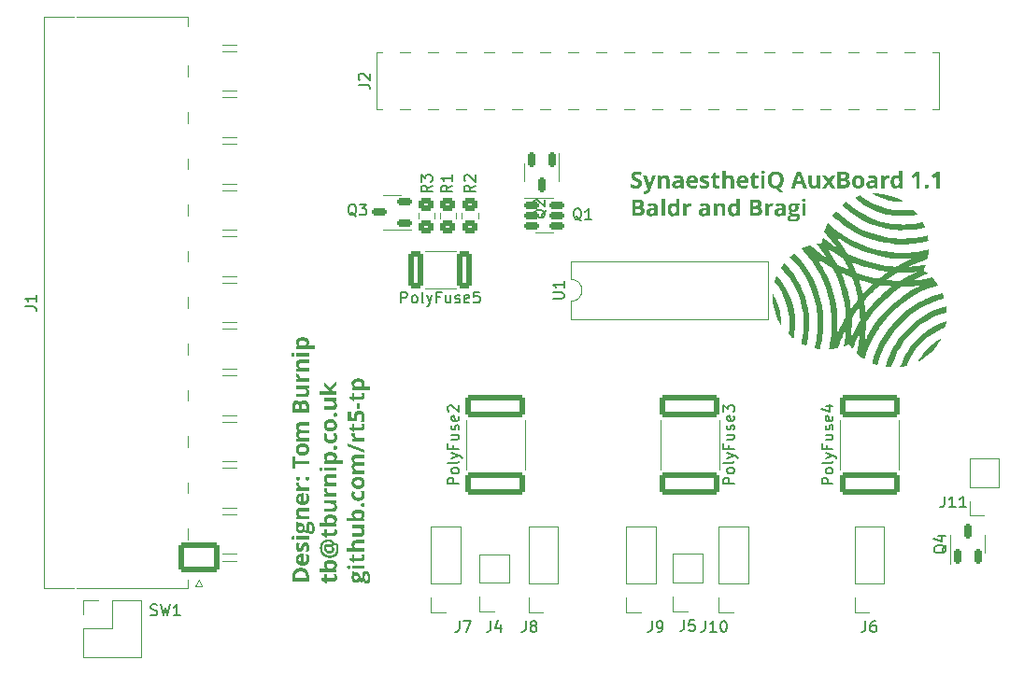
<source format=gto>
G04 #@! TF.GenerationSoftware,KiCad,Pcbnew,(7.0.0-0)*
G04 #@! TF.CreationDate,2023-04-02T13:16:54+01:00*
G04 #@! TF.ProjectId,AuxBoard,41757842-6f61-4726-942e-6b696361645f,rev?*
G04 #@! TF.SameCoordinates,Original*
G04 #@! TF.FileFunction,Legend,Top*
G04 #@! TF.FilePolarity,Positive*
%FSLAX46Y46*%
G04 Gerber Fmt 4.6, Leading zero omitted, Abs format (unit mm)*
G04 Created by KiCad (PCBNEW (7.0.0-0)) date 2023-04-02 13:16:54*
%MOMM*%
%LPD*%
G01*
G04 APERTURE LIST*
G04 Aperture macros list*
%AMRoundRect*
0 Rectangle with rounded corners*
0 $1 Rounding radius*
0 $2 $3 $4 $5 $6 $7 $8 $9 X,Y pos of 4 corners*
0 Add a 4 corners polygon primitive as box body*
4,1,4,$2,$3,$4,$5,$6,$7,$8,$9,$2,$3,0*
0 Add four circle primitives for the rounded corners*
1,1,$1+$1,$2,$3*
1,1,$1+$1,$4,$5*
1,1,$1+$1,$6,$7*
1,1,$1+$1,$8,$9*
0 Add four rect primitives between the rounded corners*
20,1,$1+$1,$2,$3,$4,$5,0*
20,1,$1+$1,$4,$5,$6,$7,0*
20,1,$1+$1,$6,$7,$8,$9,0*
20,1,$1+$1,$8,$9,$2,$3,0*%
G04 Aperture macros list end*
%ADD10C,0.300000*%
%ADD11C,0.150000*%
%ADD12C,0.120000*%
%ADD13RoundRect,0.250000X0.400000X1.450000X-0.400000X1.450000X-0.400000X-1.450000X0.400000X-1.450000X0*%
%ADD14C,2.750000*%
%ADD15R,1.600000X1.600000*%
%ADD16O,1.600000X1.600000*%
%ADD17R,1.700000X1.700000*%
%ADD18O,1.700000X1.700000*%
%ADD19RoundRect,0.250001X-2.474999X0.799999X-2.474999X-0.799999X2.474999X-0.799999X2.474999X0.799999X0*%
%ADD20RoundRect,0.250000X0.450000X-0.350000X0.450000X0.350000X-0.450000X0.350000X-0.450000X-0.350000X0*%
%ADD21C,3.000000*%
%ADD22RoundRect,0.250001X1.599999X-1.099999X1.599999X1.099999X-1.599999X1.099999X-1.599999X-1.099999X0*%
%ADD23O,3.700000X2.700000*%
%ADD24RoundRect,0.150000X-0.150000X0.512500X-0.150000X-0.512500X0.150000X-0.512500X0.150000X0.512500X0*%
%ADD25RoundRect,0.150000X0.512500X0.150000X-0.512500X0.150000X-0.512500X-0.150000X0.512500X-0.150000X0*%
%ADD26RoundRect,0.250001X2.474999X-0.799999X2.474999X0.799999X-2.474999X0.799999X-2.474999X-0.799999X0*%
%ADD27RoundRect,0.150000X-0.512500X-0.150000X0.512500X-0.150000X0.512500X0.150000X-0.512500X0.150000X0*%
%ADD28R,1.500000X4.000000*%
%ADD29RoundRect,0.250000X-0.450000X0.350000X-0.450000X-0.350000X0.450000X-0.350000X0.450000X0.350000X0*%
%ADD30RoundRect,0.150000X0.150000X-0.512500X0.150000X0.512500X-0.150000X0.512500X-0.150000X-0.512500X0*%
G04 #@! TA.AperFunction,Profile*
%ADD31C,0.200000*%
G04 #@! TD*
G04 APERTURE END LIST*
D10*
G36*
X156078942Y-65309909D02*
G01*
X156078368Y-65335035D01*
X156076647Y-65359488D01*
X156073777Y-65383269D01*
X156069760Y-65406377D01*
X156064595Y-65428813D01*
X156058283Y-65450575D01*
X156050822Y-65471666D01*
X156042214Y-65492083D01*
X156032458Y-65511828D01*
X156021555Y-65530901D01*
X156009503Y-65549301D01*
X155996304Y-65567028D01*
X155981957Y-65584082D01*
X155966463Y-65600464D01*
X155949820Y-65616174D01*
X155932030Y-65631210D01*
X155913218Y-65645407D01*
X155893510Y-65658688D01*
X155872907Y-65671052D01*
X155851407Y-65682501D01*
X155829012Y-65693034D01*
X155805720Y-65702651D01*
X155781533Y-65711352D01*
X155756450Y-65719138D01*
X155730471Y-65726007D01*
X155703596Y-65731960D01*
X155675826Y-65736998D01*
X155647159Y-65741120D01*
X155632490Y-65742837D01*
X155617597Y-65744325D01*
X155602479Y-65745585D01*
X155587138Y-65746615D01*
X155571573Y-65747416D01*
X155555784Y-65747989D01*
X155539771Y-65748332D01*
X155523534Y-65748447D01*
X155508499Y-65748358D01*
X155493574Y-65748092D01*
X155478758Y-65747648D01*
X155464051Y-65747027D01*
X155434967Y-65745253D01*
X155406320Y-65742768D01*
X155378112Y-65739574D01*
X155350341Y-65735670D01*
X155323008Y-65731056D01*
X155296113Y-65725732D01*
X155269656Y-65719699D01*
X155243637Y-65712955D01*
X155218056Y-65705502D01*
X155192913Y-65697339D01*
X155168208Y-65688466D01*
X155143941Y-65678883D01*
X155120111Y-65668591D01*
X155096720Y-65657588D01*
X155096720Y-65361200D01*
X155115587Y-65369516D01*
X155134089Y-65377520D01*
X155152224Y-65385212D01*
X155169993Y-65392593D01*
X155187395Y-65399661D01*
X155204431Y-65406417D01*
X155221100Y-65412861D01*
X155237404Y-65418994D01*
X155253340Y-65424814D01*
X155268911Y-65430322D01*
X155284115Y-65435519D01*
X155298953Y-65440403D01*
X155313424Y-65444976D01*
X155327529Y-65449236D01*
X155348000Y-65455042D01*
X155354640Y-65456821D01*
X155374331Y-65461797D01*
X155393701Y-65466283D01*
X155412748Y-65470280D01*
X155431474Y-65473788D01*
X155449877Y-65476806D01*
X155467958Y-65479335D01*
X155485718Y-65481374D01*
X155503155Y-65482924D01*
X155520270Y-65483985D01*
X155537064Y-65484556D01*
X155548080Y-65484665D01*
X155567364Y-65484314D01*
X155585784Y-65483261D01*
X155603342Y-65481506D01*
X155620037Y-65479049D01*
X155635868Y-65475890D01*
X155650837Y-65472029D01*
X155664943Y-65467467D01*
X155682408Y-65460291D01*
X155698339Y-65451867D01*
X155709281Y-65444731D01*
X155722504Y-65434049D01*
X155733965Y-65422154D01*
X155743662Y-65409045D01*
X155751596Y-65394722D01*
X155757767Y-65379186D01*
X155762175Y-65362436D01*
X155764819Y-65344473D01*
X155765701Y-65325296D01*
X155764825Y-65309020D01*
X155762197Y-65293440D01*
X155757818Y-65278555D01*
X155751687Y-65264365D01*
X155743805Y-65250871D01*
X155740788Y-65246528D01*
X155730759Y-65233704D01*
X155719081Y-65221060D01*
X155708090Y-65210661D01*
X155695954Y-65200387D01*
X155682674Y-65190239D01*
X155668248Y-65180216D01*
X155654698Y-65171652D01*
X155638046Y-65161898D01*
X155623520Y-65153800D01*
X155607250Y-65145033D01*
X155589234Y-65135597D01*
X155569473Y-65125490D01*
X155555329Y-65118380D01*
X155540410Y-65110973D01*
X155524715Y-65103268D01*
X155508244Y-65095265D01*
X155490998Y-65086965D01*
X155472976Y-65078367D01*
X155455980Y-65070281D01*
X155439522Y-65062235D01*
X155423602Y-65054229D01*
X155408221Y-65046264D01*
X155393377Y-65038338D01*
X155379072Y-65030453D01*
X155365305Y-65022608D01*
X155352076Y-65014802D01*
X155339384Y-65007037D01*
X155321357Y-64995464D01*
X155304540Y-64983982D01*
X155288934Y-64972590D01*
X155274538Y-64961287D01*
X155265614Y-64953803D01*
X155252941Y-64942435D01*
X155240751Y-64930726D01*
X155229044Y-64918676D01*
X155217820Y-64906284D01*
X155207079Y-64893551D01*
X155196822Y-64880477D01*
X155187047Y-64867061D01*
X155177755Y-64853304D01*
X155168946Y-64839206D01*
X155160620Y-64824767D01*
X155155338Y-64814951D01*
X155148005Y-64799812D01*
X155141393Y-64784210D01*
X155135503Y-64768145D01*
X155130334Y-64751615D01*
X155125886Y-64734622D01*
X155122159Y-64717166D01*
X155119154Y-64699245D01*
X155116870Y-64680861D01*
X155115307Y-64662014D01*
X155114465Y-64642702D01*
X155114305Y-64629570D01*
X155114835Y-64604901D01*
X155116423Y-64580901D01*
X155119071Y-64557571D01*
X155122777Y-64534911D01*
X155127543Y-64512921D01*
X155133368Y-64491600D01*
X155140251Y-64470949D01*
X155148194Y-64450968D01*
X155157196Y-64431656D01*
X155167256Y-64413015D01*
X155178376Y-64395043D01*
X155190555Y-64377741D01*
X155203792Y-64361108D01*
X155218089Y-64345146D01*
X155233445Y-64329853D01*
X155249860Y-64315230D01*
X155267208Y-64301388D01*
X155285363Y-64288439D01*
X155304325Y-64276384D01*
X155324094Y-64265221D01*
X155344671Y-64254951D01*
X155366055Y-64245575D01*
X155388245Y-64237091D01*
X155411243Y-64229501D01*
X155435048Y-64222803D01*
X155459661Y-64216998D01*
X155485080Y-64212087D01*
X155511307Y-64208068D01*
X155538340Y-64204943D01*
X155566181Y-64202710D01*
X155594829Y-64201371D01*
X155624284Y-64200924D01*
X155638942Y-64201033D01*
X155660767Y-64201604D01*
X155682399Y-64202664D01*
X155703837Y-64204214D01*
X155725083Y-64206254D01*
X155746135Y-64208782D01*
X155766995Y-64211801D01*
X155787660Y-64215308D01*
X155808133Y-64219305D01*
X155828413Y-64223792D01*
X155848499Y-64228768D01*
X155868576Y-64234188D01*
X155888826Y-64240008D01*
X155909251Y-64246227D01*
X155929849Y-64252845D01*
X155950621Y-64259862D01*
X155964566Y-64264762D01*
X155978588Y-64269840D01*
X155992687Y-64275095D01*
X156006864Y-64280528D01*
X156021118Y-64286137D01*
X156035449Y-64291925D01*
X156049857Y-64297890D01*
X156064343Y-64304032D01*
X156071615Y-64307170D01*
X155968667Y-64555565D01*
X155953762Y-64549500D01*
X155939180Y-64543669D01*
X155924922Y-64538074D01*
X155910987Y-64532713D01*
X155890692Y-64525111D01*
X155871124Y-64518038D01*
X155852283Y-64511493D01*
X155834171Y-64505476D01*
X155816786Y-64499987D01*
X155800129Y-64495026D01*
X155784200Y-64490593D01*
X155768998Y-64486688D01*
X155754252Y-64483153D01*
X155739550Y-64479965D01*
X155724894Y-64477125D01*
X155710283Y-64474633D01*
X155695716Y-64472488D01*
X155676365Y-64470170D01*
X155657093Y-64468470D01*
X155637902Y-64467388D01*
X155618791Y-64466924D01*
X155614026Y-64466905D01*
X155597364Y-64467275D01*
X155581448Y-64468386D01*
X155566280Y-64470237D01*
X155547217Y-64473858D01*
X155529483Y-64478795D01*
X155513077Y-64485049D01*
X155497999Y-64492620D01*
X155484249Y-64501507D01*
X155474808Y-64509036D01*
X155463473Y-64519976D01*
X155453650Y-64531728D01*
X155445338Y-64544293D01*
X155438538Y-64557671D01*
X155433248Y-64571862D01*
X155429470Y-64586866D01*
X155427203Y-64602683D01*
X155426448Y-64619312D01*
X155427130Y-64634738D01*
X155429178Y-64649417D01*
X155433293Y-64665598D01*
X155439266Y-64680763D01*
X155445865Y-64692951D01*
X155455607Y-64706631D01*
X155465688Y-64718188D01*
X155477366Y-64729591D01*
X155490641Y-64740840D01*
X155502923Y-64750096D01*
X155508147Y-64753768D01*
X155520695Y-64761828D01*
X155536906Y-64771353D01*
X155551469Y-64779459D01*
X155568093Y-64788389D01*
X155586778Y-64798144D01*
X155600379Y-64805105D01*
X155614896Y-64812432D01*
X155630329Y-64820126D01*
X155646678Y-64828186D01*
X155663943Y-64836612D01*
X155682124Y-64845405D01*
X155701221Y-64854564D01*
X155711113Y-64859281D01*
X155736973Y-64871877D01*
X155761797Y-64884480D01*
X155785585Y-64897088D01*
X155808336Y-64909702D01*
X155830052Y-64922321D01*
X155850732Y-64934946D01*
X155870375Y-64947577D01*
X155888982Y-64960214D01*
X155906554Y-64972857D01*
X155923089Y-64985505D01*
X155938588Y-64998159D01*
X155953050Y-65010818D01*
X155966477Y-65023483D01*
X155978868Y-65036155D01*
X155990222Y-65048831D01*
X156000540Y-65061514D01*
X156010034Y-65074334D01*
X156018916Y-65087514D01*
X156027185Y-65101055D01*
X156034841Y-65114957D01*
X156041885Y-65129220D01*
X156048317Y-65143843D01*
X156054135Y-65158826D01*
X156059342Y-65174171D01*
X156063936Y-65189876D01*
X156067917Y-65205941D01*
X156071286Y-65222368D01*
X156074042Y-65239155D01*
X156076186Y-65256302D01*
X156077717Y-65273810D01*
X156078636Y-65291679D01*
X156078942Y-65309909D01*
G37*
G36*
X156156245Y-64576081D02*
G01*
X156500261Y-64576081D01*
X156717882Y-65228210D01*
X156722948Y-65244420D01*
X156727705Y-65261178D01*
X156732153Y-65278483D01*
X156736291Y-65296336D01*
X156740121Y-65314736D01*
X156743642Y-65333684D01*
X156746853Y-65353179D01*
X156749755Y-65373221D01*
X156752348Y-65393811D01*
X156754632Y-65414948D01*
X156755983Y-65429344D01*
X156762212Y-65429344D01*
X156764531Y-65409460D01*
X156767231Y-65389789D01*
X156770310Y-65370331D01*
X156773769Y-65351085D01*
X156777609Y-65332051D01*
X156781828Y-65313230D01*
X156786427Y-65294622D01*
X156791406Y-65276226D01*
X156796765Y-65258043D01*
X156802505Y-65240072D01*
X156806542Y-65228210D01*
X157019766Y-64576081D01*
X157356821Y-64576081D01*
X156869190Y-65880338D01*
X156860586Y-65902605D01*
X156851536Y-65924159D01*
X156842039Y-65945000D01*
X156832096Y-65965128D01*
X156821706Y-65984544D01*
X156810869Y-66003247D01*
X156799587Y-66021238D01*
X156787857Y-66038516D01*
X156775681Y-66055081D01*
X156763059Y-66070933D01*
X156749990Y-66086073D01*
X156736475Y-66100500D01*
X156722513Y-66114214D01*
X156708104Y-66127216D01*
X156693249Y-66139505D01*
X156677948Y-66151081D01*
X156662261Y-66161950D01*
X156646252Y-66172118D01*
X156629918Y-66181585D01*
X156613262Y-66190351D01*
X156596282Y-66198415D01*
X156578978Y-66205778D01*
X156561351Y-66212440D01*
X156543401Y-66218401D01*
X156525127Y-66223660D01*
X156506529Y-66228218D01*
X156487609Y-66232075D01*
X156468365Y-66235230D01*
X156448797Y-66237685D01*
X156428906Y-66239438D01*
X156408692Y-66240490D01*
X156388154Y-66240840D01*
X156372930Y-66240686D01*
X156357757Y-66240222D01*
X156342636Y-66239449D01*
X156327566Y-66238367D01*
X156312548Y-66236976D01*
X156297582Y-66235276D01*
X156282667Y-66233267D01*
X156267803Y-66230949D01*
X156252991Y-66228321D01*
X156238231Y-66225384D01*
X156228419Y-66223255D01*
X156228419Y-65973761D01*
X156242776Y-65976938D01*
X156257453Y-65979691D01*
X156272451Y-65982021D01*
X156287770Y-65983927D01*
X156303409Y-65985410D01*
X156319369Y-65986469D01*
X156335649Y-65987105D01*
X156352250Y-65987316D01*
X156367725Y-65986866D01*
X156382827Y-65985513D01*
X156397555Y-65983259D01*
X156411910Y-65980104D01*
X156430469Y-65974494D01*
X156448363Y-65967281D01*
X156465594Y-65958465D01*
X156482161Y-65948047D01*
X156494150Y-65939181D01*
X156498063Y-65936025D01*
X156509499Y-65926016D01*
X156520453Y-65915087D01*
X156530923Y-65903236D01*
X156540910Y-65890464D01*
X156550415Y-65876772D01*
X156559436Y-65862159D01*
X156567975Y-65846624D01*
X156576030Y-65830169D01*
X156583602Y-65812793D01*
X156590692Y-65794496D01*
X156595150Y-65781786D01*
X156613834Y-65725000D01*
X156156245Y-64576081D01*
G37*
G36*
X158579012Y-65725000D02*
G01*
X158264672Y-65725000D01*
X158264672Y-65053087D01*
X158264498Y-65037760D01*
X158263979Y-65022920D01*
X158262550Y-65001571D01*
X158260342Y-64981317D01*
X158257355Y-64962158D01*
X158253589Y-64944094D01*
X158249043Y-64927125D01*
X158243719Y-64911250D01*
X158237615Y-64896470D01*
X158230731Y-64882785D01*
X158223069Y-64870195D01*
X158220341Y-64866242D01*
X158208440Y-64851644D01*
X158194902Y-64838993D01*
X158179727Y-64828289D01*
X158162914Y-64819530D01*
X158149230Y-64814239D01*
X158134625Y-64810042D01*
X158119099Y-64806940D01*
X158102653Y-64804933D01*
X158085285Y-64804021D01*
X158079291Y-64803960D01*
X158063090Y-64804303D01*
X158047458Y-64805334D01*
X158032395Y-64807051D01*
X158017902Y-64809455D01*
X157997231Y-64814350D01*
X157977841Y-64820790D01*
X157959733Y-64828775D01*
X157942906Y-64838306D01*
X157927361Y-64849383D01*
X157913098Y-64862006D01*
X157900116Y-64876174D01*
X157888415Y-64891887D01*
X157877940Y-64909391D01*
X157868494Y-64928930D01*
X157862770Y-64943087D01*
X157857503Y-64958148D01*
X157852695Y-64974113D01*
X157848344Y-64990983D01*
X157844452Y-65008757D01*
X157841017Y-65027436D01*
X157838040Y-65047020D01*
X157835522Y-65067507D01*
X157833461Y-65088900D01*
X157831858Y-65111196D01*
X157830713Y-65134397D01*
X157830026Y-65158503D01*
X157829797Y-65183513D01*
X157829797Y-65725000D01*
X157515457Y-65725000D01*
X157515457Y-64576081D01*
X157755792Y-64576081D01*
X157797923Y-64721528D01*
X157815509Y-64721528D01*
X157825683Y-64706226D01*
X157836559Y-64691646D01*
X157848137Y-64677787D01*
X157860417Y-64664650D01*
X157873399Y-64652233D01*
X157887083Y-64640538D01*
X157901469Y-64629565D01*
X157916557Y-64619312D01*
X157932347Y-64609781D01*
X157948838Y-64600971D01*
X157960223Y-64595498D01*
X157977752Y-64587838D01*
X157995720Y-64580931D01*
X158014126Y-64574778D01*
X158032969Y-64569378D01*
X158052250Y-64564731D01*
X158071970Y-64560838D01*
X158092127Y-64557699D01*
X158112722Y-64555313D01*
X158133755Y-64553680D01*
X158155226Y-64552801D01*
X158169783Y-64552634D01*
X158194546Y-64553059D01*
X158218550Y-64554334D01*
X158241795Y-64556459D01*
X158264282Y-64559434D01*
X158286011Y-64563260D01*
X158306981Y-64567935D01*
X158327192Y-64573461D01*
X158346646Y-64579836D01*
X158365340Y-64587062D01*
X158383276Y-64595138D01*
X158400454Y-64604064D01*
X158416873Y-64613840D01*
X158432534Y-64624466D01*
X158447436Y-64635942D01*
X158461579Y-64648268D01*
X158474965Y-64661444D01*
X158487564Y-64675376D01*
X158499351Y-64690061D01*
X158510324Y-64705498D01*
X158520485Y-64721688D01*
X158529833Y-64738631D01*
X158538369Y-64756327D01*
X158546091Y-64774775D01*
X158553000Y-64793976D01*
X158559097Y-64813930D01*
X158564380Y-64834637D01*
X158568851Y-64856097D01*
X158572509Y-64878309D01*
X158575354Y-64901274D01*
X158577386Y-64924992D01*
X158578606Y-64949462D01*
X158579012Y-64974685D01*
X158579012Y-65725000D01*
G37*
G36*
X159394894Y-64553027D02*
G01*
X159422612Y-64554208D01*
X159449482Y-64556176D01*
X159475505Y-64558931D01*
X159500682Y-64562473D01*
X159525010Y-64566802D01*
X159548492Y-64571918D01*
X159571127Y-64577821D01*
X159592914Y-64584512D01*
X159613854Y-64591989D01*
X159633947Y-64600254D01*
X159653192Y-64609306D01*
X159671590Y-64619145D01*
X159689142Y-64629771D01*
X159705846Y-64641184D01*
X159721702Y-64653384D01*
X159736697Y-64666387D01*
X159750725Y-64680209D01*
X159763785Y-64694849D01*
X159775878Y-64710308D01*
X159787004Y-64726585D01*
X159797162Y-64743681D01*
X159806352Y-64761596D01*
X159814576Y-64780329D01*
X159821831Y-64799881D01*
X159828120Y-64820251D01*
X159833440Y-64841441D01*
X159837794Y-64863448D01*
X159841180Y-64886274D01*
X159843598Y-64909919D01*
X159845050Y-64934383D01*
X159845533Y-64959665D01*
X159845533Y-65725000D01*
X159626081Y-65725000D01*
X159565265Y-65571127D01*
X159556838Y-65571127D01*
X159546926Y-65583390D01*
X159536974Y-65595175D01*
X159526982Y-65606482D01*
X159516950Y-65617311D01*
X159501827Y-65632659D01*
X159486614Y-65646931D01*
X159471310Y-65660128D01*
X159455916Y-65672249D01*
X159440432Y-65683294D01*
X159424858Y-65693265D01*
X159409194Y-65702159D01*
X159393440Y-65709979D01*
X159377261Y-65716853D01*
X159360188Y-65723052D01*
X159342219Y-65728574D01*
X159323355Y-65733420D01*
X159303597Y-65737590D01*
X159282942Y-65741084D01*
X159261393Y-65743901D01*
X159246530Y-65745404D01*
X159231268Y-65746606D01*
X159215609Y-65747508D01*
X159199552Y-65748109D01*
X159183097Y-65748409D01*
X159174720Y-65748447D01*
X159154251Y-65748082D01*
X159134334Y-65746987D01*
X159114970Y-65745162D01*
X159096158Y-65742608D01*
X159077899Y-65739323D01*
X159060191Y-65735309D01*
X159043037Y-65730565D01*
X159026434Y-65725091D01*
X159010385Y-65718887D01*
X158994887Y-65711953D01*
X158979942Y-65704290D01*
X158965549Y-65695896D01*
X158951709Y-65686773D01*
X158938421Y-65676920D01*
X158925686Y-65666337D01*
X158913503Y-65655024D01*
X158901968Y-65643037D01*
X158891177Y-65630432D01*
X158881131Y-65617208D01*
X158871829Y-65603367D01*
X158863271Y-65588907D01*
X158855457Y-65573828D01*
X158848387Y-65558132D01*
X158842062Y-65541817D01*
X158836480Y-65524884D01*
X158831643Y-65507333D01*
X158827550Y-65489164D01*
X158824201Y-65470376D01*
X158821597Y-65450970D01*
X158819736Y-65430946D01*
X158818620Y-65410304D01*
X158818267Y-65390143D01*
X159140648Y-65390143D01*
X159141244Y-65405714D01*
X159143030Y-65420282D01*
X159147941Y-65440249D01*
X159155532Y-65457956D01*
X159165802Y-65473402D01*
X159178750Y-65486588D01*
X159194378Y-65497513D01*
X159212685Y-65506178D01*
X159233671Y-65512583D01*
X159249150Y-65515597D01*
X159265819Y-65517606D01*
X159283679Y-65518611D01*
X159293056Y-65518736D01*
X159313206Y-65518202D01*
X159332576Y-65516598D01*
X159351167Y-65513926D01*
X159368979Y-65510184D01*
X159386012Y-65505373D01*
X159402265Y-65499494D01*
X159417740Y-65492545D01*
X159432435Y-65484527D01*
X159446350Y-65475440D01*
X159459487Y-65465284D01*
X159467812Y-65457920D01*
X159479532Y-65446169D01*
X159490098Y-65433723D01*
X159499513Y-65420581D01*
X159507774Y-65406743D01*
X159514883Y-65392211D01*
X159520839Y-65376982D01*
X159525642Y-65361058D01*
X159529292Y-65344439D01*
X159531790Y-65327124D01*
X159533135Y-65309113D01*
X159533391Y-65296720D01*
X159533391Y-65205129D01*
X159411758Y-65209159D01*
X159394904Y-65209818D01*
X159378596Y-65210790D01*
X159362836Y-65212074D01*
X159347621Y-65213669D01*
X159332954Y-65215577D01*
X159311978Y-65219024D01*
X159292232Y-65223172D01*
X159273716Y-65228022D01*
X159256430Y-65233575D01*
X159240374Y-65239829D01*
X159225548Y-65246785D01*
X159211952Y-65254444D01*
X159207693Y-65257152D01*
X159195712Y-65265729D01*
X159181569Y-65278418D01*
X159169522Y-65292537D01*
X159159570Y-65308087D01*
X159151713Y-65325069D01*
X159145952Y-65343482D01*
X159143006Y-65358230D01*
X159141238Y-65373784D01*
X159140648Y-65390143D01*
X158818267Y-65390143D01*
X158818248Y-65389043D01*
X158818749Y-65366837D01*
X158820251Y-65345372D01*
X158822756Y-65324648D01*
X158826262Y-65304665D01*
X158830770Y-65285424D01*
X158836280Y-65266924D01*
X158842791Y-65249165D01*
X158850305Y-65232148D01*
X158858820Y-65215872D01*
X158868337Y-65200337D01*
X158878855Y-65185544D01*
X158890376Y-65171492D01*
X158902898Y-65158181D01*
X158916422Y-65145612D01*
X158930948Y-65133783D01*
X158946475Y-65122697D01*
X158963013Y-65112280D01*
X158980570Y-65102461D01*
X158999146Y-65093240D01*
X159018741Y-65084618D01*
X159039354Y-65076593D01*
X159060987Y-65069167D01*
X159083639Y-65062340D01*
X159107309Y-65056110D01*
X159131999Y-65050479D01*
X159157707Y-65045445D01*
X159184435Y-65041010D01*
X159212181Y-65037173D01*
X159240946Y-65033935D01*
X159255711Y-65032540D01*
X159270731Y-65031294D01*
X159286005Y-65030199D01*
X159301534Y-65029252D01*
X159317318Y-65028456D01*
X159333356Y-65027808D01*
X159533391Y-65021580D01*
X159533391Y-64968824D01*
X159532690Y-64946641D01*
X159530586Y-64925890D01*
X159527080Y-64906570D01*
X159522171Y-64888681D01*
X159515860Y-64872224D01*
X159508146Y-64857197D01*
X159499030Y-64843601D01*
X159488511Y-64831437D01*
X159476590Y-64820704D01*
X159463267Y-64811401D01*
X159448540Y-64803530D01*
X159432412Y-64797090D01*
X159414881Y-64792082D01*
X159395947Y-64788504D01*
X159375611Y-64786357D01*
X159353872Y-64785642D01*
X159336419Y-64785966D01*
X159318587Y-64786941D01*
X159300378Y-64788565D01*
X159281790Y-64790839D01*
X159262825Y-64793763D01*
X159243482Y-64797337D01*
X159223762Y-64801560D01*
X159203663Y-64806433D01*
X159183187Y-64811955D01*
X159162333Y-64818128D01*
X159141101Y-64824950D01*
X159119491Y-64832422D01*
X159097503Y-64840543D01*
X159075138Y-64849314D01*
X159052395Y-64858735D01*
X159029274Y-64868806D01*
X158925226Y-64656681D01*
X158950262Y-64644082D01*
X158975636Y-64632295D01*
X159001347Y-64621321D01*
X159027396Y-64611161D01*
X159053783Y-64601813D01*
X159080508Y-64593277D01*
X159107570Y-64585555D01*
X159134970Y-64578646D01*
X159162708Y-64572549D01*
X159190783Y-64567266D01*
X159219196Y-64562795D01*
X159247947Y-64559137D01*
X159277036Y-64556292D01*
X159291707Y-64555174D01*
X159306463Y-64554260D01*
X159321303Y-64553548D01*
X159336227Y-64553040D01*
X159351236Y-64552735D01*
X159366329Y-64552634D01*
X159394894Y-64553027D01*
G37*
G36*
X160652391Y-64552770D02*
G01*
X160667324Y-64553179D01*
X160682046Y-64553861D01*
X160710857Y-64556042D01*
X160738824Y-64559313D01*
X160765947Y-64563675D01*
X160792225Y-64569128D01*
X160817658Y-64575671D01*
X160842248Y-64583304D01*
X160865993Y-64592028D01*
X160888893Y-64601843D01*
X160910950Y-64612748D01*
X160932162Y-64624744D01*
X160952529Y-64637830D01*
X160972052Y-64652006D01*
X160990731Y-64667273D01*
X161008566Y-64683631D01*
X161017166Y-64692219D01*
X161033670Y-64710082D01*
X161049109Y-64728775D01*
X161063483Y-64748298D01*
X161076792Y-64768651D01*
X161089037Y-64789835D01*
X161100216Y-64811848D01*
X161110332Y-64834691D01*
X161119382Y-64858365D01*
X161127368Y-64882868D01*
X161134288Y-64908202D01*
X161140144Y-64934365D01*
X161144936Y-64961359D01*
X161148662Y-64989183D01*
X161151324Y-65017836D01*
X161152256Y-65032474D01*
X161152921Y-65047320D01*
X161153321Y-65062373D01*
X161153454Y-65077634D01*
X161153454Y-65230774D01*
X160410467Y-65230774D01*
X160411377Y-65247260D01*
X160412826Y-65263289D01*
X160414812Y-65278859D01*
X160417336Y-65293972D01*
X160420399Y-65308627D01*
X160426002Y-65329750D01*
X160432815Y-65349842D01*
X160440840Y-65368905D01*
X160450074Y-65386937D01*
X160460520Y-65403938D01*
X160472177Y-65419910D01*
X160485044Y-65434850D01*
X160489602Y-65439602D01*
X160504068Y-65453024D01*
X160519578Y-65465126D01*
X160536131Y-65475907D01*
X160553727Y-65485369D01*
X160572366Y-65493510D01*
X160592049Y-65500331D01*
X160612775Y-65505832D01*
X160627172Y-65508766D01*
X160642033Y-65511113D01*
X160657357Y-65512873D01*
X160673145Y-65514046D01*
X160689397Y-65514633D01*
X160697697Y-65514706D01*
X160717106Y-65514516D01*
X160736315Y-65513946D01*
X160755325Y-65512997D01*
X160774135Y-65511667D01*
X160792746Y-65509957D01*
X160811157Y-65507867D01*
X160829368Y-65505397D01*
X160847379Y-65502548D01*
X160865191Y-65499318D01*
X160882804Y-65495708D01*
X160894434Y-65493091D01*
X160911888Y-65488813D01*
X160929489Y-65484084D01*
X160947239Y-65478904D01*
X160965137Y-65473273D01*
X160983183Y-65467191D01*
X161001377Y-65460659D01*
X161019719Y-65453676D01*
X161038209Y-65446242D01*
X161056848Y-65438357D01*
X161075634Y-65430022D01*
X161088241Y-65424214D01*
X161088241Y-65667114D01*
X161072685Y-65674624D01*
X161056930Y-65681767D01*
X161040975Y-65688543D01*
X161024820Y-65694952D01*
X161008465Y-65700994D01*
X160991911Y-65706668D01*
X160975158Y-65711976D01*
X160958205Y-65716917D01*
X160941052Y-65721490D01*
X160923699Y-65725696D01*
X160912020Y-65728297D01*
X160894074Y-65731898D01*
X160875406Y-65735145D01*
X160856018Y-65738037D01*
X160835908Y-65740576D01*
X160815076Y-65742760D01*
X160793524Y-65744590D01*
X160778755Y-65745613D01*
X160763665Y-65746479D01*
X160748255Y-65747187D01*
X160732524Y-65747738D01*
X160716473Y-65748132D01*
X160700101Y-65748368D01*
X160683408Y-65748447D01*
X160666147Y-65748297D01*
X160649123Y-65747847D01*
X160632336Y-65747098D01*
X160615786Y-65746048D01*
X160599472Y-65744699D01*
X160583395Y-65743050D01*
X160567555Y-65741101D01*
X160551952Y-65738853D01*
X160536586Y-65736304D01*
X160521457Y-65733456D01*
X160506564Y-65730308D01*
X160491909Y-65726860D01*
X160477490Y-65723112D01*
X160463308Y-65719065D01*
X160435655Y-65710070D01*
X160408949Y-65699876D01*
X160383190Y-65688483D01*
X160358379Y-65675891D01*
X160334515Y-65662099D01*
X160311599Y-65647108D01*
X160289630Y-65630918D01*
X160268608Y-65613529D01*
X160248534Y-65594940D01*
X160229590Y-65575207D01*
X160211869Y-65554474D01*
X160195370Y-65532743D01*
X160180093Y-65510012D01*
X160166038Y-65486283D01*
X160153205Y-65461555D01*
X160141594Y-65435828D01*
X160131206Y-65409102D01*
X160122040Y-65381377D01*
X160117915Y-65367140D01*
X160114096Y-65352653D01*
X160110582Y-65337917D01*
X160107374Y-65322930D01*
X160104471Y-65307694D01*
X160101874Y-65292209D01*
X160099582Y-65276473D01*
X160097596Y-65260488D01*
X160095916Y-65244253D01*
X160094541Y-65227769D01*
X160093471Y-65211034D01*
X160092708Y-65194050D01*
X160092249Y-65176817D01*
X160092096Y-65159333D01*
X160092238Y-65141349D01*
X160092662Y-65123623D01*
X160093368Y-65106153D01*
X160094358Y-65088940D01*
X160095630Y-65071983D01*
X160097184Y-65055284D01*
X160099021Y-65038842D01*
X160101141Y-65022656D01*
X160101303Y-65021580D01*
X160417794Y-65021580D01*
X160858531Y-65021580D01*
X160857623Y-65000003D01*
X160855723Y-64979372D01*
X160852831Y-64959689D01*
X160848948Y-64940951D01*
X160844073Y-64923161D01*
X160838206Y-64906317D01*
X160831347Y-64890420D01*
X160823497Y-64875469D01*
X160814655Y-64861466D01*
X160804821Y-64848409D01*
X160797714Y-64840230D01*
X160786359Y-64828772D01*
X160774277Y-64818441D01*
X160761467Y-64809237D01*
X160747929Y-64801160D01*
X160733663Y-64794211D01*
X160718670Y-64788388D01*
X160702948Y-64783692D01*
X160686500Y-64780123D01*
X160669323Y-64777681D01*
X160651419Y-64776366D01*
X160639078Y-64776116D01*
X160620771Y-64776680D01*
X160603216Y-64778370D01*
X160586415Y-64781188D01*
X160570368Y-64785132D01*
X160555074Y-64790204D01*
X160540534Y-64796402D01*
X160526747Y-64803728D01*
X160513713Y-64812180D01*
X160501433Y-64821760D01*
X160489907Y-64832466D01*
X160482641Y-64840230D01*
X160472422Y-64852656D01*
X160463059Y-64866028D01*
X160454553Y-64880348D01*
X160446903Y-64895614D01*
X160440110Y-64911826D01*
X160434173Y-64928986D01*
X160429093Y-64947092D01*
X160424870Y-64966145D01*
X160421503Y-64986144D01*
X160418992Y-65007090D01*
X160417794Y-65021580D01*
X160101303Y-65021580D01*
X160103544Y-65006728D01*
X160106229Y-64991056D01*
X160109196Y-64975641D01*
X160112447Y-64960483D01*
X160115980Y-64945582D01*
X160119796Y-64930938D01*
X160123894Y-64916551D01*
X160128275Y-64902420D01*
X160137885Y-64874930D01*
X160148625Y-64848467D01*
X160160496Y-64823032D01*
X160173498Y-64798625D01*
X160187630Y-64775244D01*
X160202893Y-64752892D01*
X160219286Y-64731567D01*
X160236810Y-64711270D01*
X160255333Y-64692060D01*
X160274723Y-64674089D01*
X160294981Y-64657358D01*
X160316105Y-64641866D01*
X160338097Y-64627614D01*
X160360956Y-64614601D01*
X160384683Y-64602827D01*
X160409276Y-64592293D01*
X160434737Y-64582998D01*
X160461065Y-64574942D01*
X160488261Y-64568126D01*
X160516323Y-64562549D01*
X160545253Y-64558211D01*
X160560043Y-64556507D01*
X160575050Y-64555113D01*
X160590274Y-64554028D01*
X160605715Y-64553254D01*
X160621372Y-64552789D01*
X160637247Y-64552634D01*
X160652391Y-64552770D01*
G37*
G36*
X162205652Y-65385380D02*
G01*
X162205171Y-65407216D01*
X162203729Y-65428393D01*
X162201324Y-65448913D01*
X162197958Y-65468773D01*
X162193631Y-65487976D01*
X162188341Y-65506520D01*
X162182090Y-65524406D01*
X162174877Y-65541634D01*
X162166703Y-65558204D01*
X162157567Y-65574115D01*
X162147469Y-65589367D01*
X162136409Y-65603962D01*
X162124388Y-65617898D01*
X162111405Y-65631176D01*
X162097460Y-65643795D01*
X162082554Y-65655757D01*
X162066688Y-65666981D01*
X162049867Y-65677481D01*
X162032090Y-65687257D01*
X162013357Y-65696309D01*
X161993667Y-65704636D01*
X161973022Y-65712240D01*
X161951421Y-65719119D01*
X161928864Y-65725274D01*
X161905351Y-65730705D01*
X161880882Y-65735412D01*
X161855456Y-65739395D01*
X161829075Y-65742654D01*
X161801738Y-65745188D01*
X161773445Y-65746999D01*
X161744196Y-65748085D01*
X161729213Y-65748356D01*
X161713991Y-65748447D01*
X161698428Y-65748380D01*
X161683154Y-65748178D01*
X161668168Y-65747841D01*
X161653472Y-65747371D01*
X161631970Y-65746412D01*
X161611119Y-65745151D01*
X161590917Y-65743587D01*
X161571367Y-65741721D01*
X161552466Y-65739551D01*
X161534216Y-65737080D01*
X161516617Y-65734305D01*
X161499668Y-65731228D01*
X161483144Y-65727926D01*
X161466820Y-65724341D01*
X161450695Y-65720473D01*
X161434770Y-65716321D01*
X161419045Y-65711886D01*
X161403519Y-65707168D01*
X161388193Y-65702166D01*
X161373066Y-65696881D01*
X161358139Y-65691313D01*
X161343412Y-65685461D01*
X161333705Y-65681402D01*
X161333705Y-65422016D01*
X161350316Y-65429594D01*
X161367313Y-65436940D01*
X161384697Y-65444054D01*
X161402467Y-65450936D01*
X161420624Y-65457586D01*
X161439166Y-65464005D01*
X161458096Y-65470192D01*
X161477411Y-65476147D01*
X161497113Y-65481870D01*
X161517202Y-65487361D01*
X161530809Y-65490893D01*
X161551185Y-65495869D01*
X161571098Y-65500355D01*
X161590546Y-65504352D01*
X161609532Y-65507860D01*
X161628053Y-65510878D01*
X161646111Y-65513407D01*
X161663705Y-65515446D01*
X161680835Y-65516996D01*
X161697502Y-65518057D01*
X161713705Y-65518628D01*
X161724249Y-65518736D01*
X161744968Y-65518349D01*
X161764349Y-65517185D01*
X161782394Y-65515246D01*
X161799102Y-65512531D01*
X161814474Y-65509041D01*
X161828509Y-65504775D01*
X161847055Y-65496921D01*
X161862593Y-65487322D01*
X161875125Y-65475978D01*
X161884648Y-65462889D01*
X161891164Y-65448054D01*
X161894673Y-65431474D01*
X161895341Y-65419452D01*
X161894255Y-65403929D01*
X161890350Y-65387821D01*
X161883607Y-65373452D01*
X161874024Y-65360824D01*
X161872627Y-65359368D01*
X161861111Y-65348829D01*
X161848729Y-65339350D01*
X161834029Y-65329458D01*
X161820008Y-65320900D01*
X161804376Y-65312055D01*
X161794225Y-65306612D01*
X161779811Y-65299044D01*
X161764229Y-65291178D01*
X161747479Y-65283015D01*
X161734150Y-65276698D01*
X161720165Y-65270213D01*
X161705523Y-65263560D01*
X161690223Y-65256740D01*
X161674267Y-65249753D01*
X161657654Y-65242598D01*
X161646214Y-65237735D01*
X161629866Y-65230807D01*
X161614071Y-65223945D01*
X161598828Y-65217148D01*
X161584138Y-65210418D01*
X161570000Y-65203753D01*
X161556414Y-65197154D01*
X161537072Y-65187380D01*
X161518972Y-65177753D01*
X161502116Y-65168274D01*
X161486502Y-65158944D01*
X161472131Y-65149761D01*
X161459003Y-65140727D01*
X161450942Y-65134787D01*
X161435898Y-65122668D01*
X161421907Y-65110126D01*
X161408970Y-65097160D01*
X161397086Y-65083770D01*
X161386255Y-65069957D01*
X161376478Y-65055721D01*
X161367754Y-65041060D01*
X161360083Y-65025976D01*
X161353472Y-65010148D01*
X161347741Y-64993439D01*
X161342893Y-64975848D01*
X161338926Y-64957375D01*
X161335840Y-64938020D01*
X161334105Y-64922926D01*
X161332865Y-64907336D01*
X161332121Y-64891250D01*
X161331873Y-64874668D01*
X161332338Y-64855707D01*
X161333734Y-64837293D01*
X161336059Y-64819426D01*
X161339315Y-64802105D01*
X161343501Y-64785331D01*
X161348617Y-64769104D01*
X161354664Y-64753423D01*
X161361640Y-64738289D01*
X161369547Y-64723702D01*
X161378384Y-64709661D01*
X161388152Y-64696167D01*
X161398849Y-64683220D01*
X161410477Y-64670819D01*
X161423035Y-64658965D01*
X161436523Y-64647658D01*
X161450942Y-64636898D01*
X161466213Y-64626694D01*
X161482260Y-64617148D01*
X161499083Y-64608261D01*
X161516681Y-64600032D01*
X161535055Y-64592462D01*
X161554205Y-64585549D01*
X161574130Y-64579295D01*
X161594831Y-64573700D01*
X161616308Y-64568762D01*
X161638560Y-64564483D01*
X161661588Y-64560863D01*
X161685392Y-64557900D01*
X161709971Y-64555596D01*
X161735326Y-64553950D01*
X161761457Y-64552963D01*
X161788363Y-64552634D01*
X161814331Y-64552989D01*
X161840209Y-64554053D01*
X161865999Y-64555828D01*
X161891701Y-64558312D01*
X161917313Y-64561507D01*
X161942837Y-64565411D01*
X161968272Y-64570025D01*
X161993619Y-64575348D01*
X162018876Y-64581382D01*
X162044045Y-64588125D01*
X162069125Y-64595579D01*
X162094117Y-64603742D01*
X162119020Y-64612615D01*
X162143834Y-64622197D01*
X162168559Y-64632490D01*
X162193196Y-64643492D01*
X162098307Y-64870272D01*
X162082192Y-64863450D01*
X162066270Y-64856859D01*
X162050542Y-64850501D01*
X162035006Y-64844374D01*
X162019664Y-64838480D01*
X162004515Y-64832817D01*
X161989559Y-64827386D01*
X161974797Y-64822186D01*
X161960227Y-64817219D01*
X161945851Y-64812483D01*
X161936374Y-64809455D01*
X161922266Y-64805199D01*
X161908107Y-64801362D01*
X161889148Y-64796897D01*
X161870097Y-64793176D01*
X161850954Y-64790200D01*
X161831720Y-64787967D01*
X161812394Y-64786479D01*
X161792977Y-64785735D01*
X161783234Y-64785642D01*
X161766375Y-64785936D01*
X161750605Y-64786821D01*
X161735921Y-64788295D01*
X161715936Y-64791611D01*
X161698398Y-64796255D01*
X161683307Y-64802225D01*
X161666992Y-64812248D01*
X161655028Y-64824630D01*
X161647414Y-64839370D01*
X161644152Y-64856469D01*
X161644016Y-64861113D01*
X161645587Y-64876526D01*
X161650301Y-64891166D01*
X161658158Y-64905033D01*
X161669157Y-64918128D01*
X161680724Y-64928450D01*
X161688712Y-64934385D01*
X161701638Y-64942634D01*
X161717884Y-64951811D01*
X161732247Y-64959301D01*
X161748478Y-64967314D01*
X161766577Y-64975848D01*
X161786543Y-64984904D01*
X161800891Y-64991231D01*
X161816069Y-64997789D01*
X161832078Y-65004580D01*
X161848916Y-65011602D01*
X161866585Y-65018857D01*
X161885083Y-65026343D01*
X161901698Y-65033139D01*
X161917747Y-65039881D01*
X161933229Y-65046569D01*
X161948144Y-65053202D01*
X161962492Y-65059781D01*
X161976274Y-65066305D01*
X161989488Y-65072775D01*
X162008248Y-65082378D01*
X162025733Y-65091859D01*
X162041942Y-65101217D01*
X162056877Y-65110453D01*
X162070536Y-65119567D01*
X162082920Y-65128558D01*
X162098153Y-65140603D01*
X162112344Y-65153105D01*
X162125493Y-65166065D01*
X162137600Y-65179483D01*
X162148665Y-65193359D01*
X162158689Y-65207693D01*
X162167670Y-65222485D01*
X162175610Y-65237735D01*
X162182651Y-65253586D01*
X162188753Y-65270181D01*
X162193917Y-65287520D01*
X162198142Y-65305604D01*
X162201427Y-65324432D01*
X162203276Y-65339041D01*
X162204596Y-65354069D01*
X162205388Y-65369515D01*
X162205652Y-65385380D01*
G37*
G36*
X162930687Y-65498220D02*
G01*
X162946433Y-65497901D01*
X162962758Y-65496945D01*
X162979663Y-65495351D01*
X162997148Y-65493120D01*
X163015212Y-65490251D01*
X163033856Y-65486744D01*
X163053079Y-65482600D01*
X163072882Y-65477818D01*
X163093265Y-65472399D01*
X163114227Y-65466342D01*
X163128524Y-65461950D01*
X163128524Y-65696057D01*
X163113614Y-65702401D01*
X163098287Y-65708336D01*
X163082542Y-65713861D01*
X163066379Y-65718977D01*
X163049798Y-65723684D01*
X163032799Y-65727982D01*
X163015383Y-65731870D01*
X162997548Y-65735349D01*
X162979296Y-65738419D01*
X162960626Y-65741079D01*
X162941538Y-65743331D01*
X162922032Y-65745172D01*
X162902108Y-65746605D01*
X162881766Y-65747628D01*
X162861006Y-65748242D01*
X162839829Y-65748447D01*
X162816689Y-65748075D01*
X162794348Y-65746958D01*
X162772805Y-65745098D01*
X162752061Y-65742493D01*
X162732116Y-65739145D01*
X162712969Y-65735052D01*
X162694621Y-65730214D01*
X162677071Y-65724633D01*
X162660320Y-65718308D01*
X162644367Y-65711238D01*
X162629213Y-65703424D01*
X162614858Y-65694866D01*
X162601301Y-65685564D01*
X162588543Y-65675517D01*
X162576583Y-65664727D01*
X162565422Y-65653192D01*
X162554996Y-65640913D01*
X162545243Y-65627890D01*
X162536163Y-65614123D01*
X162527755Y-65599611D01*
X162520020Y-65584356D01*
X162512957Y-65568356D01*
X162506567Y-65551612D01*
X162500850Y-65534124D01*
X162495805Y-65515891D01*
X162491433Y-65496915D01*
X162487734Y-65477194D01*
X162484707Y-65456729D01*
X162482353Y-65435520D01*
X162480671Y-65413567D01*
X162479662Y-65390870D01*
X162479326Y-65367428D01*
X162479326Y-64812020D01*
X162328750Y-64812020D01*
X162328750Y-64679030D01*
X162502041Y-64573883D01*
X162592899Y-64330983D01*
X162793667Y-64330983D01*
X162793667Y-64576081D01*
X163116067Y-64576081D01*
X163116067Y-64812020D01*
X162793667Y-64812020D01*
X162793667Y-65367428D01*
X162794251Y-65383640D01*
X162796002Y-65398752D01*
X162799834Y-65416097D01*
X162805490Y-65431725D01*
X162812972Y-65445635D01*
X162822277Y-65457828D01*
X162831036Y-65466346D01*
X162843418Y-65475529D01*
X162856982Y-65483155D01*
X162871726Y-65489224D01*
X162887651Y-65493738D01*
X162904756Y-65496695D01*
X162923042Y-65498096D01*
X162930687Y-65498220D01*
G37*
G36*
X164420324Y-65725000D02*
G01*
X164105983Y-65725000D01*
X164105983Y-65053087D01*
X164105802Y-65037760D01*
X164105259Y-65022920D01*
X164103087Y-64994698D01*
X164099466Y-64968423D01*
X164094397Y-64944094D01*
X164087880Y-64921711D01*
X164079914Y-64901275D01*
X164070500Y-64882785D01*
X164059638Y-64866242D01*
X164047328Y-64851644D01*
X164033569Y-64838993D01*
X164018362Y-64828289D01*
X164001707Y-64819530D01*
X163983603Y-64812718D01*
X163964052Y-64807852D01*
X163943052Y-64804933D01*
X163920603Y-64803960D01*
X163904402Y-64804310D01*
X163888770Y-64805362D01*
X163873707Y-64807115D01*
X163859214Y-64809570D01*
X163838543Y-64814566D01*
X163819153Y-64821140D01*
X163801045Y-64829292D01*
X163784218Y-64839022D01*
X163768673Y-64850329D01*
X163754410Y-64863215D01*
X163741428Y-64877678D01*
X163729727Y-64893719D01*
X163719252Y-64911456D01*
X163709806Y-64931144D01*
X163704082Y-64945353D01*
X163698815Y-64960430D01*
X163694007Y-64976374D01*
X163689656Y-64993185D01*
X163685764Y-65010864D01*
X163682329Y-65029410D01*
X163679352Y-65048823D01*
X163676834Y-65069103D01*
X163674773Y-65090251D01*
X163673170Y-65112265D01*
X163672025Y-65135147D01*
X163671338Y-65158897D01*
X163671109Y-65183513D01*
X163671109Y-65725000D01*
X163356769Y-65725000D01*
X163356769Y-64130582D01*
X163671109Y-64130582D01*
X163671109Y-64452983D01*
X163670851Y-64470701D01*
X163670394Y-64486478D01*
X163669707Y-64505426D01*
X163669041Y-64521718D01*
X163668247Y-64539794D01*
X163667324Y-64559654D01*
X163666272Y-64581298D01*
X163665499Y-64596718D01*
X163664669Y-64612931D01*
X163663782Y-64629937D01*
X163656454Y-64721528D01*
X163672941Y-64721528D01*
X163686568Y-64701076D01*
X163701162Y-64681943D01*
X163716724Y-64664130D01*
X163733254Y-64647637D01*
X163750750Y-64632463D01*
X163769215Y-64618608D01*
X163788646Y-64606073D01*
X163809045Y-64594857D01*
X163830412Y-64584961D01*
X163852746Y-64576385D01*
X163876047Y-64569127D01*
X163900316Y-64563190D01*
X163925552Y-64558572D01*
X163951756Y-64555273D01*
X163978927Y-64553294D01*
X164007065Y-64552634D01*
X164032054Y-64553060D01*
X164056278Y-64554340D01*
X164079738Y-64556472D01*
X164102434Y-64559457D01*
X164124366Y-64563296D01*
X164145534Y-64567987D01*
X164165937Y-64573531D01*
X164185576Y-64579928D01*
X164204451Y-64587178D01*
X164222562Y-64595281D01*
X164239908Y-64604237D01*
X164256490Y-64614046D01*
X164272309Y-64624707D01*
X164287362Y-64636222D01*
X164301652Y-64648590D01*
X164315177Y-64661810D01*
X164327910Y-64675827D01*
X164339821Y-64690581D01*
X164350911Y-64706075D01*
X164361179Y-64722306D01*
X164370626Y-64739276D01*
X164379251Y-64756985D01*
X164387055Y-64775432D01*
X164394037Y-64794617D01*
X164400198Y-64814541D01*
X164405538Y-64835204D01*
X164410056Y-64856605D01*
X164413752Y-64878744D01*
X164416627Y-64901622D01*
X164418681Y-64925238D01*
X164419913Y-64949592D01*
X164420324Y-64974685D01*
X164420324Y-65725000D01*
G37*
G36*
X165226082Y-64552770D02*
G01*
X165241016Y-64553179D01*
X165255738Y-64553861D01*
X165284549Y-64556042D01*
X165312516Y-64559313D01*
X165339638Y-64563675D01*
X165365916Y-64569128D01*
X165391350Y-64575671D01*
X165415939Y-64583304D01*
X165439684Y-64592028D01*
X165462585Y-64601843D01*
X165484641Y-64612748D01*
X165505853Y-64624744D01*
X165526221Y-64637830D01*
X165545744Y-64652006D01*
X165564423Y-64667273D01*
X165582257Y-64683631D01*
X165590858Y-64692219D01*
X165607361Y-64710082D01*
X165622800Y-64728775D01*
X165637174Y-64748298D01*
X165650484Y-64768651D01*
X165662728Y-64789835D01*
X165673908Y-64811848D01*
X165684023Y-64834691D01*
X165693073Y-64858365D01*
X165701059Y-64882868D01*
X165707980Y-64908202D01*
X165713836Y-64934365D01*
X165718627Y-64961359D01*
X165722354Y-64989183D01*
X165725016Y-65017836D01*
X165725948Y-65032474D01*
X165726613Y-65047320D01*
X165727012Y-65062373D01*
X165727145Y-65077634D01*
X165727145Y-65230774D01*
X164984159Y-65230774D01*
X164985069Y-65247260D01*
X164986517Y-65263289D01*
X164988503Y-65278859D01*
X164991028Y-65293972D01*
X164994091Y-65308627D01*
X164999693Y-65329750D01*
X165006507Y-65349842D01*
X165014531Y-65368905D01*
X165023766Y-65386937D01*
X165034212Y-65403938D01*
X165045868Y-65419910D01*
X165058735Y-65434850D01*
X165063293Y-65439602D01*
X165077760Y-65453024D01*
X165093269Y-65465126D01*
X165109822Y-65475907D01*
X165127418Y-65485369D01*
X165146058Y-65493510D01*
X165165741Y-65500331D01*
X165186467Y-65505832D01*
X165200864Y-65508766D01*
X165215724Y-65511113D01*
X165231049Y-65512873D01*
X165246837Y-65514046D01*
X165263088Y-65514633D01*
X165271388Y-65514706D01*
X165290797Y-65514516D01*
X165310007Y-65513946D01*
X165329017Y-65512997D01*
X165347827Y-65511667D01*
X165366437Y-65509957D01*
X165384848Y-65507867D01*
X165403059Y-65505397D01*
X165421071Y-65502548D01*
X165438883Y-65499318D01*
X165456495Y-65495708D01*
X165468126Y-65493091D01*
X165485579Y-65488813D01*
X165503181Y-65484084D01*
X165520931Y-65478904D01*
X165538828Y-65473273D01*
X165556874Y-65467191D01*
X165575068Y-65460659D01*
X165593411Y-65453676D01*
X165611901Y-65446242D01*
X165630539Y-65438357D01*
X165649326Y-65430022D01*
X165661933Y-65424214D01*
X165661933Y-65667114D01*
X165646377Y-65674624D01*
X165630621Y-65681767D01*
X165614666Y-65688543D01*
X165598511Y-65694952D01*
X165582157Y-65700994D01*
X165565603Y-65706668D01*
X165548849Y-65711976D01*
X165531896Y-65716917D01*
X165514743Y-65721490D01*
X165497391Y-65725696D01*
X165485711Y-65728297D01*
X165467765Y-65731898D01*
X165449098Y-65735145D01*
X165429709Y-65738037D01*
X165409599Y-65740576D01*
X165388768Y-65742760D01*
X165367215Y-65744590D01*
X165352446Y-65745613D01*
X165337357Y-65746479D01*
X165321946Y-65747187D01*
X165306216Y-65747738D01*
X165290164Y-65748132D01*
X165273792Y-65748368D01*
X165257100Y-65748447D01*
X165239839Y-65748297D01*
X165222815Y-65747847D01*
X165206028Y-65747098D01*
X165189477Y-65746048D01*
X165173164Y-65744699D01*
X165157087Y-65743050D01*
X165141247Y-65741101D01*
X165125644Y-65738853D01*
X165110278Y-65736304D01*
X165095148Y-65733456D01*
X165080256Y-65730308D01*
X165065600Y-65726860D01*
X165051181Y-65723112D01*
X165036999Y-65719065D01*
X165009346Y-65710070D01*
X164982640Y-65699876D01*
X164956882Y-65688483D01*
X164932070Y-65675891D01*
X164908207Y-65662099D01*
X164885290Y-65647108D01*
X164863321Y-65630918D01*
X164842300Y-65613529D01*
X164822226Y-65594940D01*
X164803282Y-65575207D01*
X164785561Y-65554474D01*
X164769061Y-65532743D01*
X164753784Y-65510012D01*
X164739729Y-65486283D01*
X164726896Y-65461555D01*
X164715286Y-65435828D01*
X164704897Y-65409102D01*
X164695731Y-65381377D01*
X164691606Y-65367140D01*
X164687787Y-65352653D01*
X164684273Y-65337917D01*
X164681065Y-65322930D01*
X164678163Y-65307694D01*
X164675565Y-65292209D01*
X164673274Y-65276473D01*
X164671288Y-65260488D01*
X164669607Y-65244253D01*
X164668232Y-65227769D01*
X164667163Y-65211034D01*
X164666399Y-65194050D01*
X164665941Y-65176817D01*
X164665788Y-65159333D01*
X164665929Y-65141349D01*
X164666353Y-65123623D01*
X164667060Y-65106153D01*
X164668049Y-65088940D01*
X164669321Y-65071983D01*
X164670876Y-65055284D01*
X164672713Y-65038842D01*
X164674833Y-65022656D01*
X164674995Y-65021580D01*
X164991486Y-65021580D01*
X165432222Y-65021580D01*
X165431314Y-65000003D01*
X165429414Y-64979372D01*
X165426523Y-64959689D01*
X165422639Y-64940951D01*
X165417764Y-64923161D01*
X165411897Y-64906317D01*
X165405039Y-64890420D01*
X165397189Y-64875469D01*
X165388346Y-64861466D01*
X165378513Y-64848409D01*
X165371406Y-64840230D01*
X165360051Y-64828772D01*
X165347968Y-64818441D01*
X165335158Y-64809237D01*
X165321620Y-64801160D01*
X165307355Y-64794211D01*
X165292361Y-64788388D01*
X165276640Y-64783692D01*
X165260191Y-64780123D01*
X165243015Y-64777681D01*
X165225110Y-64776366D01*
X165212770Y-64776116D01*
X165194462Y-64776680D01*
X165176908Y-64778370D01*
X165160107Y-64781188D01*
X165144059Y-64785132D01*
X165128766Y-64790204D01*
X165114225Y-64796402D01*
X165100438Y-64803728D01*
X165087405Y-64812180D01*
X165075125Y-64821760D01*
X165063598Y-64832466D01*
X165056332Y-64840230D01*
X165046113Y-64852656D01*
X165036750Y-64866028D01*
X165028244Y-64880348D01*
X165020595Y-64895614D01*
X165013802Y-64911826D01*
X165007865Y-64928986D01*
X165002785Y-64947092D01*
X164998561Y-64966145D01*
X164995194Y-64986144D01*
X164992684Y-65007090D01*
X164991486Y-65021580D01*
X164674995Y-65021580D01*
X164677235Y-65006728D01*
X164679920Y-64991056D01*
X164682888Y-64975641D01*
X164686138Y-64960483D01*
X164689671Y-64945582D01*
X164693487Y-64930938D01*
X164697586Y-64916551D01*
X164701967Y-64902420D01*
X164711576Y-64874930D01*
X164722317Y-64848467D01*
X164734188Y-64823032D01*
X164747190Y-64798625D01*
X164761322Y-64775244D01*
X164776585Y-64752892D01*
X164792978Y-64731567D01*
X164810502Y-64711270D01*
X164829025Y-64692060D01*
X164848415Y-64674089D01*
X164868672Y-64657358D01*
X164889797Y-64641866D01*
X164911789Y-64627614D01*
X164934648Y-64614601D01*
X164958374Y-64602827D01*
X164982968Y-64592293D01*
X165008429Y-64582998D01*
X165034757Y-64574942D01*
X165061952Y-64568126D01*
X165090015Y-64562549D01*
X165118945Y-64558211D01*
X165133735Y-64556507D01*
X165148742Y-64555113D01*
X165163966Y-64554028D01*
X165179406Y-64553254D01*
X165195064Y-64552789D01*
X165210938Y-64552634D01*
X165226082Y-64552770D01*
G37*
G36*
X166460973Y-65498220D02*
G01*
X166476719Y-65497901D01*
X166493044Y-65496945D01*
X166509949Y-65495351D01*
X166527434Y-65493120D01*
X166545498Y-65490251D01*
X166564142Y-65486744D01*
X166583365Y-65482600D01*
X166603168Y-65477818D01*
X166623551Y-65472399D01*
X166644513Y-65466342D01*
X166658810Y-65461950D01*
X166658810Y-65696057D01*
X166643900Y-65702401D01*
X166628573Y-65708336D01*
X166612828Y-65713861D01*
X166596665Y-65718977D01*
X166580084Y-65723684D01*
X166563086Y-65727982D01*
X166545669Y-65731870D01*
X166527834Y-65735349D01*
X166509582Y-65738419D01*
X166490912Y-65741079D01*
X166471824Y-65743331D01*
X166452318Y-65745172D01*
X166432394Y-65746605D01*
X166412052Y-65747628D01*
X166391292Y-65748242D01*
X166370115Y-65748447D01*
X166346975Y-65748075D01*
X166324634Y-65746958D01*
X166303091Y-65745098D01*
X166282348Y-65742493D01*
X166262402Y-65739145D01*
X166243255Y-65735052D01*
X166224907Y-65730214D01*
X166207357Y-65724633D01*
X166190606Y-65718308D01*
X166174654Y-65711238D01*
X166159500Y-65703424D01*
X166145144Y-65694866D01*
X166131587Y-65685564D01*
X166118829Y-65675517D01*
X166106869Y-65664727D01*
X166095708Y-65653192D01*
X166085282Y-65640913D01*
X166075529Y-65627890D01*
X166066449Y-65614123D01*
X166058041Y-65599611D01*
X166050306Y-65584356D01*
X166043243Y-65568356D01*
X166036853Y-65551612D01*
X166031136Y-65534124D01*
X166026091Y-65515891D01*
X166021719Y-65496915D01*
X166018020Y-65477194D01*
X166014993Y-65456729D01*
X166012639Y-65435520D01*
X166010957Y-65413567D01*
X166009949Y-65390870D01*
X166009612Y-65367428D01*
X166009612Y-64812020D01*
X165859036Y-64812020D01*
X165859036Y-64679030D01*
X166032327Y-64573883D01*
X166123185Y-64330983D01*
X166323953Y-64330983D01*
X166323953Y-64576081D01*
X166646353Y-64576081D01*
X166646353Y-64812020D01*
X166323953Y-64812020D01*
X166323953Y-65367428D01*
X166324537Y-65383640D01*
X166326288Y-65398752D01*
X166330120Y-65416097D01*
X166335777Y-65431725D01*
X166343258Y-65445635D01*
X166352564Y-65457828D01*
X166361322Y-65466346D01*
X166373705Y-65475529D01*
X166387268Y-65483155D01*
X166402012Y-65489224D01*
X166417937Y-65493738D01*
X166435042Y-65496695D01*
X166453328Y-65498096D01*
X166460973Y-65498220D01*
G37*
G36*
X166873499Y-64284089D02*
G01*
X166874167Y-64265500D01*
X166876172Y-64248111D01*
X166879514Y-64231921D01*
X166884192Y-64216930D01*
X166890207Y-64203138D01*
X166901736Y-64184699D01*
X166916272Y-64168959D01*
X166933816Y-64155917D01*
X166947182Y-64148721D01*
X166961886Y-64142725D01*
X166977925Y-64137928D01*
X166995302Y-64134330D01*
X167014015Y-64131931D01*
X167034065Y-64130732D01*
X167044591Y-64130582D01*
X167065309Y-64131182D01*
X167084691Y-64132981D01*
X167102736Y-64135979D01*
X167119444Y-64140176D01*
X167134816Y-64145573D01*
X167148851Y-64152169D01*
X167161549Y-64159964D01*
X167178090Y-64173906D01*
X167191624Y-64190546D01*
X167202150Y-64209884D01*
X167207496Y-64224275D01*
X167211506Y-64239866D01*
X167214180Y-64256656D01*
X167215516Y-64274645D01*
X167215683Y-64284089D01*
X167215014Y-64301898D01*
X167213004Y-64318687D01*
X167209656Y-64334458D01*
X167204967Y-64349210D01*
X167198939Y-64362943D01*
X167191572Y-64375657D01*
X167180479Y-64390117D01*
X167172819Y-64398028D01*
X167161439Y-64407559D01*
X167148730Y-64415820D01*
X167134694Y-64422809D01*
X167119330Y-64428528D01*
X167102637Y-64432976D01*
X167084617Y-64436153D01*
X167065268Y-64438059D01*
X167049885Y-64438655D01*
X167044591Y-64438695D01*
X167023873Y-64438091D01*
X167004492Y-64436279D01*
X166986447Y-64433259D01*
X166969738Y-64429032D01*
X166954367Y-64423596D01*
X166940332Y-64416953D01*
X166927634Y-64409102D01*
X166911093Y-64395061D01*
X166897559Y-64378302D01*
X166890207Y-64365619D01*
X166884192Y-64351729D01*
X166879514Y-64336631D01*
X166876172Y-64320325D01*
X166874167Y-64302811D01*
X166873499Y-64284089D01*
G37*
G36*
X167201395Y-65725000D02*
G01*
X166887055Y-65725000D01*
X166887055Y-64576081D01*
X167201395Y-64576081D01*
X167201395Y-65725000D01*
G37*
G36*
X168226048Y-64201119D02*
G01*
X168247276Y-64201704D01*
X168268186Y-64202679D01*
X168288776Y-64204044D01*
X168309047Y-64205799D01*
X168328999Y-64207944D01*
X168348631Y-64210479D01*
X168367945Y-64213403D01*
X168386939Y-64216718D01*
X168405614Y-64220423D01*
X168423971Y-64224518D01*
X168442008Y-64229003D01*
X168459725Y-64233877D01*
X168477124Y-64239142D01*
X168494204Y-64244797D01*
X168510964Y-64250841D01*
X168527406Y-64257276D01*
X168543528Y-64264101D01*
X168559331Y-64271315D01*
X168574815Y-64278920D01*
X168589979Y-64286914D01*
X168604825Y-64295299D01*
X168619352Y-64304073D01*
X168633559Y-64313238D01*
X168647447Y-64322792D01*
X168661016Y-64332737D01*
X168674266Y-64343071D01*
X168687197Y-64353795D01*
X168699809Y-64364910D01*
X168712101Y-64376414D01*
X168724074Y-64388308D01*
X168735729Y-64400593D01*
X168747044Y-64413220D01*
X168758000Y-64426190D01*
X168768596Y-64439501D01*
X168778834Y-64453154D01*
X168788712Y-64467150D01*
X168798231Y-64481488D01*
X168807391Y-64496167D01*
X168816191Y-64511189D01*
X168824633Y-64526553D01*
X168832715Y-64542258D01*
X168840438Y-64558306D01*
X168847802Y-64574696D01*
X168854806Y-64591428D01*
X168861452Y-64608502D01*
X168867738Y-64625917D01*
X168873665Y-64643675D01*
X168879233Y-64661775D01*
X168884441Y-64680217D01*
X168889290Y-64699001D01*
X168893781Y-64718127D01*
X168897911Y-64737596D01*
X168901683Y-64757406D01*
X168905096Y-64777558D01*
X168908149Y-64798052D01*
X168910843Y-64818888D01*
X168913178Y-64840067D01*
X168915153Y-64861587D01*
X168916770Y-64883449D01*
X168918027Y-64905654D01*
X168918925Y-64928200D01*
X168919464Y-64951089D01*
X168919644Y-64974319D01*
X168919551Y-64990813D01*
X168919274Y-65007140D01*
X168918813Y-65023300D01*
X168918167Y-65039292D01*
X168917336Y-65055116D01*
X168916321Y-65070773D01*
X168915121Y-65086263D01*
X168913736Y-65101585D01*
X168912167Y-65116740D01*
X168910413Y-65131727D01*
X168908475Y-65146547D01*
X168906351Y-65161199D01*
X168904044Y-65175684D01*
X168898875Y-65204152D01*
X168892967Y-65231950D01*
X168886321Y-65259078D01*
X168878936Y-65285536D01*
X168870813Y-65311325D01*
X168861952Y-65336444D01*
X168852352Y-65360893D01*
X168842014Y-65384672D01*
X168830937Y-65407782D01*
X168825122Y-65419085D01*
X168813007Y-65441149D01*
X168800203Y-65462459D01*
X168786709Y-65483017D01*
X168772525Y-65502822D01*
X168757652Y-65521875D01*
X168742089Y-65540174D01*
X168725835Y-65557721D01*
X168708893Y-65574515D01*
X168691260Y-65590557D01*
X168672937Y-65605845D01*
X168653925Y-65620381D01*
X168634223Y-65634164D01*
X168613831Y-65647194D01*
X168592749Y-65659472D01*
X168570978Y-65670997D01*
X168548517Y-65681769D01*
X168911217Y-66076709D01*
X168502355Y-66076709D01*
X168226116Y-65748447D01*
X168202302Y-65748447D01*
X168180821Y-65748251D01*
X168159654Y-65747664D01*
X168138801Y-65746685D01*
X168118262Y-65745316D01*
X168098037Y-65743554D01*
X168078126Y-65741401D01*
X168058530Y-65738857D01*
X168039247Y-65735922D01*
X168020279Y-65732595D01*
X168001625Y-65728876D01*
X167983285Y-65724767D01*
X167965259Y-65720265D01*
X167947547Y-65715373D01*
X167930150Y-65710089D01*
X167913066Y-65704413D01*
X167896297Y-65698346D01*
X167879841Y-65691888D01*
X167863700Y-65685039D01*
X167847873Y-65677798D01*
X167832360Y-65670165D01*
X167817162Y-65662141D01*
X167802277Y-65653726D01*
X167787706Y-65644919D01*
X167773450Y-65635721D01*
X167759508Y-65626132D01*
X167745880Y-65616151D01*
X167732566Y-65605778D01*
X167719566Y-65595015D01*
X167706880Y-65583859D01*
X167694509Y-65572313D01*
X167682451Y-65560375D01*
X167670708Y-65548046D01*
X167659303Y-65535327D01*
X167648259Y-65522268D01*
X167637578Y-65508869D01*
X167627259Y-65495129D01*
X167617302Y-65481048D01*
X167607707Y-65466627D01*
X167598475Y-65451865D01*
X167589604Y-65436762D01*
X167581095Y-65421319D01*
X167572949Y-65405536D01*
X167565164Y-65389411D01*
X167557742Y-65372946D01*
X167550681Y-65356141D01*
X167543983Y-65338995D01*
X167537647Y-65321508D01*
X167531673Y-65303681D01*
X167526060Y-65285513D01*
X167520810Y-65267004D01*
X167515922Y-65248155D01*
X167511397Y-65228965D01*
X167507233Y-65209435D01*
X167503431Y-65189564D01*
X167499991Y-65169352D01*
X167496914Y-65148800D01*
X167494198Y-65127907D01*
X167491845Y-65106674D01*
X167489853Y-65085100D01*
X167488224Y-65063185D01*
X167486957Y-65040930D01*
X167486052Y-65018334D01*
X167485509Y-64995398D01*
X167485344Y-64974319D01*
X167820184Y-64974319D01*
X167820278Y-64989929D01*
X167820558Y-65005295D01*
X167821025Y-65020420D01*
X167821679Y-65035302D01*
X167822519Y-65049941D01*
X167824760Y-65078491D01*
X167827748Y-65106072D01*
X167831483Y-65132682D01*
X167835966Y-65158322D01*
X167841195Y-65182991D01*
X167847171Y-65206690D01*
X167853895Y-65229419D01*
X167861365Y-65251178D01*
X167869582Y-65271966D01*
X167878547Y-65291784D01*
X167888258Y-65310632D01*
X167898717Y-65328509D01*
X167909923Y-65345416D01*
X167915806Y-65353506D01*
X167928173Y-65368901D01*
X167941279Y-65383302D01*
X167955124Y-65396710D01*
X167969707Y-65409125D01*
X167985028Y-65420546D01*
X168001088Y-65430975D01*
X168017887Y-65440410D01*
X168035423Y-65448852D01*
X168053699Y-65456301D01*
X168072712Y-65462757D01*
X168092465Y-65468220D01*
X168112955Y-65472689D01*
X168134184Y-65476165D01*
X168156152Y-65478648D01*
X168178858Y-65480138D01*
X168202302Y-65480635D01*
X168225834Y-65480140D01*
X168248619Y-65478657D01*
X168270656Y-65476184D01*
X168291947Y-65472723D01*
X168312491Y-65468273D01*
X168332287Y-65462834D01*
X168351337Y-65456407D01*
X168369639Y-65448990D01*
X168387195Y-65440584D01*
X168404003Y-65431190D01*
X168420064Y-65420806D01*
X168435379Y-65409434D01*
X168449946Y-65397073D01*
X168463766Y-65383723D01*
X168476839Y-65369384D01*
X168489166Y-65354056D01*
X168500745Y-65337739D01*
X168511577Y-65320433D01*
X168521662Y-65302139D01*
X168531000Y-65282855D01*
X168539591Y-65262583D01*
X168547435Y-65241321D01*
X168554532Y-65219071D01*
X168560881Y-65195832D01*
X168566484Y-65171604D01*
X168571340Y-65146387D01*
X168575449Y-65120181D01*
X168578810Y-65092987D01*
X168581425Y-65064803D01*
X168583293Y-65035631D01*
X168584413Y-65005469D01*
X168584787Y-64974319D01*
X168584415Y-64943101D01*
X168583301Y-64912874D01*
X168581444Y-64883639D01*
X168578845Y-64855394D01*
X168575502Y-64828140D01*
X168571417Y-64801877D01*
X168566589Y-64776606D01*
X168561019Y-64752325D01*
X168554705Y-64729036D01*
X168547649Y-64706737D01*
X168539851Y-64685430D01*
X168531309Y-64665113D01*
X168522025Y-64645788D01*
X168511998Y-64627454D01*
X168501228Y-64610110D01*
X168489715Y-64593758D01*
X168477460Y-64578397D01*
X168464462Y-64564027D01*
X168450721Y-64550648D01*
X168436237Y-64538260D01*
X168421011Y-64526863D01*
X168405042Y-64516457D01*
X168388330Y-64507042D01*
X168370876Y-64498618D01*
X168352678Y-64491185D01*
X168333738Y-64484743D01*
X168314056Y-64479293D01*
X168293630Y-64474833D01*
X168272462Y-64471364D01*
X168250551Y-64468887D01*
X168227897Y-64467400D01*
X168204501Y-64466905D01*
X168181052Y-64467404D01*
X168158333Y-64468902D01*
X168136344Y-64471400D01*
X168115085Y-64474896D01*
X168094555Y-64479391D01*
X168074756Y-64484885D01*
X168055687Y-64491378D01*
X168037347Y-64498870D01*
X168019737Y-64507361D01*
X168002857Y-64516850D01*
X167986707Y-64527339D01*
X167971287Y-64538826D01*
X167956596Y-64551313D01*
X167942636Y-64564798D01*
X167929405Y-64579283D01*
X167916905Y-64594766D01*
X167905192Y-64611232D01*
X167894236Y-64628666D01*
X167884035Y-64647067D01*
X167874590Y-64666436D01*
X167865900Y-64686772D01*
X167857966Y-64708075D01*
X167850787Y-64730346D01*
X167844364Y-64753585D01*
X167838697Y-64777790D01*
X167833786Y-64802964D01*
X167829630Y-64829104D01*
X167826229Y-64856212D01*
X167823585Y-64884288D01*
X167821696Y-64913331D01*
X167821035Y-64928215D01*
X167820562Y-64943341D01*
X167820279Y-64958709D01*
X167820184Y-64974319D01*
X167485344Y-64974319D01*
X167485327Y-64972121D01*
X167485509Y-64948847D01*
X167486053Y-64925919D01*
X167486960Y-64903337D01*
X167488230Y-64881102D01*
X167489862Y-64859213D01*
X167491858Y-64837671D01*
X167494216Y-64816475D01*
X167496937Y-64795625D01*
X167500020Y-64775121D01*
X167503467Y-64754964D01*
X167507276Y-64735153D01*
X167511448Y-64715689D01*
X167515983Y-64696571D01*
X167520881Y-64677799D01*
X167526141Y-64659373D01*
X167531764Y-64641294D01*
X167537750Y-64623561D01*
X167544099Y-64606175D01*
X167550810Y-64589134D01*
X167557885Y-64572440D01*
X167565322Y-64556093D01*
X167573122Y-64540092D01*
X167581285Y-64524437D01*
X167589810Y-64509128D01*
X167598698Y-64494166D01*
X167607949Y-64479550D01*
X167617563Y-64465280D01*
X167627540Y-64451357D01*
X167637879Y-64437780D01*
X167648581Y-64424549D01*
X167659646Y-64411665D01*
X167671074Y-64399127D01*
X167682864Y-64386933D01*
X167694968Y-64375126D01*
X167707387Y-64363706D01*
X167720121Y-64352673D01*
X167733170Y-64342028D01*
X167746534Y-64331769D01*
X167760212Y-64321898D01*
X167774206Y-64312413D01*
X167788514Y-64303316D01*
X167803137Y-64294606D01*
X167818075Y-64286283D01*
X167833328Y-64278347D01*
X167848895Y-64270798D01*
X167864778Y-64263637D01*
X167880975Y-64256862D01*
X167897487Y-64250475D01*
X167914314Y-64244475D01*
X167931456Y-64238861D01*
X167948913Y-64233635D01*
X167966684Y-64228796D01*
X167984771Y-64224345D01*
X168003172Y-64220280D01*
X168021888Y-64216602D01*
X168040919Y-64213312D01*
X168060265Y-64210408D01*
X168079925Y-64207892D01*
X168099901Y-64205763D01*
X168120191Y-64204021D01*
X168140796Y-64202666D01*
X168161716Y-64201698D01*
X168182951Y-64201118D01*
X168204501Y-64200924D01*
X168226048Y-64201119D01*
G37*
G36*
X171034298Y-65725000D02*
G01*
X170690282Y-65725000D01*
X170581106Y-65359734D01*
X170031926Y-65359734D01*
X169922383Y-65725000D01*
X169578367Y-65725000D01*
X169802633Y-65091922D01*
X170112159Y-65091922D01*
X170504535Y-65091922D01*
X170495208Y-65062740D01*
X170486139Y-65034361D01*
X170477328Y-65006786D01*
X170468775Y-64980015D01*
X170460480Y-64954047D01*
X170452444Y-64928883D01*
X170444667Y-64904522D01*
X170437147Y-64880965D01*
X170429886Y-64858211D01*
X170422883Y-64836261D01*
X170416139Y-64815115D01*
X170409653Y-64794772D01*
X170403425Y-64775233D01*
X170397455Y-64756497D01*
X170391744Y-64738565D01*
X170386291Y-64721436D01*
X170381097Y-64705111D01*
X170376161Y-64689590D01*
X170371483Y-64674872D01*
X170362902Y-64647847D01*
X170355354Y-64624036D01*
X170348840Y-64603439D01*
X170343358Y-64586057D01*
X170338911Y-64571889D01*
X170334176Y-64556664D01*
X170329579Y-64541506D01*
X170325315Y-64527172D01*
X170320451Y-64510413D01*
X170316105Y-64494943D01*
X170312279Y-64480761D01*
X170308372Y-64465442D01*
X170306699Y-64458478D01*
X170301946Y-64475979D01*
X170296206Y-64496426D01*
X170289478Y-64519817D01*
X170281763Y-64546154D01*
X170277535Y-64560427D01*
X170273060Y-64575436D01*
X170268339Y-64591181D01*
X170263370Y-64607663D01*
X170258155Y-64624881D01*
X170252693Y-64642835D01*
X170246984Y-64661526D01*
X170241028Y-64680953D01*
X170234825Y-64701116D01*
X170228375Y-64722016D01*
X170221679Y-64743652D01*
X170214736Y-64766024D01*
X170207545Y-64789132D01*
X170200108Y-64812977D01*
X170192424Y-64837558D01*
X170184493Y-64862876D01*
X170176316Y-64888929D01*
X170167891Y-64915719D01*
X170159220Y-64943246D01*
X170150301Y-64971508D01*
X170141136Y-65000507D01*
X170131724Y-65030243D01*
X170122065Y-65060714D01*
X170112159Y-65091922D01*
X169802633Y-65091922D01*
X170109961Y-64224371D01*
X170500505Y-64224371D01*
X171034298Y-65725000D01*
G37*
G36*
X172006995Y-65725000D02*
G01*
X171964863Y-65580652D01*
X171948377Y-65580652D01*
X171938527Y-65595377D01*
X171927936Y-65609465D01*
X171916605Y-65622914D01*
X171904534Y-65635727D01*
X171891721Y-65647902D01*
X171878168Y-65659439D01*
X171863875Y-65670339D01*
X171848840Y-65680601D01*
X171833066Y-65690225D01*
X171816550Y-65699212D01*
X171805129Y-65704849D01*
X171787524Y-65712641D01*
X171769468Y-65719666D01*
X171750962Y-65725924D01*
X171732005Y-65731417D01*
X171712597Y-65736142D01*
X171692738Y-65740102D01*
X171672428Y-65743295D01*
X171651668Y-65745722D01*
X171630457Y-65747382D01*
X171608795Y-65748277D01*
X171594103Y-65748447D01*
X171569078Y-65748023D01*
X171544838Y-65746752D01*
X171521382Y-65744634D01*
X171498711Y-65741669D01*
X171476823Y-65737857D01*
X171455720Y-65733197D01*
X171435401Y-65727690D01*
X171415867Y-65721336D01*
X171397116Y-65714135D01*
X171379150Y-65706086D01*
X171361968Y-65697190D01*
X171345570Y-65687447D01*
X171329957Y-65676857D01*
X171315128Y-65665420D01*
X171301083Y-65653135D01*
X171287822Y-65640003D01*
X171275356Y-65626030D01*
X171263694Y-65611312D01*
X171252836Y-65595850D01*
X171242782Y-65579644D01*
X171233533Y-65562694D01*
X171225088Y-65545000D01*
X171217447Y-65526562D01*
X171210611Y-65507379D01*
X171204579Y-65487452D01*
X171199351Y-65466781D01*
X171194927Y-65445366D01*
X171191308Y-65423207D01*
X171188493Y-65400303D01*
X171186482Y-65376656D01*
X171185276Y-65352264D01*
X171184874Y-65327128D01*
X171184874Y-64576081D01*
X171499214Y-64576081D01*
X171499214Y-65248726D01*
X171499388Y-65264098D01*
X171499907Y-65278980D01*
X171501336Y-65300385D01*
X171503544Y-65320689D01*
X171506531Y-65339892D01*
X171510297Y-65357994D01*
X171514843Y-65374995D01*
X171520167Y-65390894D01*
X171526271Y-65405692D01*
X171533155Y-65419389D01*
X171540817Y-65431984D01*
X171543545Y-65435938D01*
X171555446Y-65450535D01*
X171568984Y-65463186D01*
X171584159Y-65473891D01*
X171600972Y-65482650D01*
X171614656Y-65487941D01*
X171629261Y-65492138D01*
X171644787Y-65495240D01*
X171661233Y-65497247D01*
X171678601Y-65498159D01*
X171684595Y-65498220D01*
X171700795Y-65497877D01*
X171716423Y-65496846D01*
X171731478Y-65495129D01*
X171745961Y-65492725D01*
X171766612Y-65487830D01*
X171785975Y-65481390D01*
X171804050Y-65473405D01*
X171820836Y-65463873D01*
X171836335Y-65452797D01*
X171850546Y-65440174D01*
X171863469Y-65426006D01*
X171875104Y-65410293D01*
X171885645Y-65392720D01*
X171895150Y-65373112D01*
X171900910Y-65358910D01*
X171906209Y-65343803D01*
X171911048Y-65327792D01*
X171915426Y-65310876D01*
X171919343Y-65293056D01*
X171922799Y-65274331D01*
X171925794Y-65254702D01*
X171928329Y-65234169D01*
X171930402Y-65212731D01*
X171932015Y-65190388D01*
X171933167Y-65167141D01*
X171933858Y-65142990D01*
X171934089Y-65117934D01*
X171934089Y-64576081D01*
X172248429Y-64576081D01*
X172248429Y-65725000D01*
X172006995Y-65725000D01*
G37*
G36*
X172806036Y-65138084D02*
G01*
X172435275Y-64576081D01*
X172791748Y-64576081D01*
X173015230Y-64941346D01*
X173240910Y-64576081D01*
X173597383Y-64576081D01*
X173222226Y-65138084D01*
X173614968Y-65725000D01*
X173257397Y-65725000D01*
X173015230Y-65331891D01*
X172771964Y-65725000D01*
X172415491Y-65725000D01*
X172806036Y-65138084D01*
G37*
G36*
X174296852Y-64224459D02*
G01*
X174316372Y-64224724D01*
X174335549Y-64225164D01*
X174354383Y-64225780D01*
X174372873Y-64226572D01*
X174391019Y-64227540D01*
X174408822Y-64228684D01*
X174426282Y-64230004D01*
X174443398Y-64231501D01*
X174460170Y-64233173D01*
X174476600Y-64235021D01*
X174492685Y-64237045D01*
X174508428Y-64239246D01*
X174523826Y-64241622D01*
X174538882Y-64244174D01*
X174553593Y-64246903D01*
X174567962Y-64249807D01*
X174595668Y-64256144D01*
X174622000Y-64263185D01*
X174646959Y-64270930D01*
X174670544Y-64279380D01*
X174692755Y-64288533D01*
X174713592Y-64298391D01*
X174733055Y-64308952D01*
X174742271Y-64314497D01*
X174759795Y-64326131D01*
X174776188Y-64338591D01*
X174791451Y-64351879D01*
X174805583Y-64365994D01*
X174818585Y-64380936D01*
X174830456Y-64396706D01*
X174841196Y-64413302D01*
X174850806Y-64430726D01*
X174859286Y-64448977D01*
X174866634Y-64468055D01*
X174872853Y-64487961D01*
X174877940Y-64508693D01*
X174881897Y-64530253D01*
X174884724Y-64552640D01*
X174886420Y-64575854D01*
X174886985Y-64599895D01*
X174886737Y-64616377D01*
X174885995Y-64632484D01*
X174884757Y-64648216D01*
X174883024Y-64663574D01*
X174880795Y-64678556D01*
X174878072Y-64693163D01*
X174873058Y-64714371D01*
X174866931Y-64734735D01*
X174859689Y-64754256D01*
X174851333Y-64772933D01*
X174841863Y-64790767D01*
X174831279Y-64807756D01*
X174823604Y-64818614D01*
X174811353Y-64833955D01*
X174798368Y-64848105D01*
X174784648Y-64861064D01*
X174770195Y-64872830D01*
X174755007Y-64883406D01*
X174739085Y-64892790D01*
X174722429Y-64900983D01*
X174705039Y-64907984D01*
X174686915Y-64913794D01*
X174668056Y-64918413D01*
X174655076Y-64920830D01*
X174655076Y-64931088D01*
X174672670Y-64935337D01*
X174689640Y-64940024D01*
X174705987Y-64945149D01*
X174721709Y-64950712D01*
X174736807Y-64956712D01*
X174751281Y-64963151D01*
X174765132Y-64970027D01*
X174778358Y-64977342D01*
X174790960Y-64985094D01*
X174808694Y-64997544D01*
X174825023Y-65010978D01*
X174839949Y-65025399D01*
X174853471Y-65040804D01*
X174861706Y-65051622D01*
X174873033Y-65068620D01*
X174883245Y-65086643D01*
X174892344Y-65105689D01*
X174900329Y-65125759D01*
X174905033Y-65139708D01*
X174909241Y-65154112D01*
X174912955Y-65168972D01*
X174916174Y-65184286D01*
X174918897Y-65200055D01*
X174921125Y-65216280D01*
X174922858Y-65232959D01*
X174924096Y-65250094D01*
X174924839Y-65267684D01*
X174925087Y-65285729D01*
X174924504Y-65311248D01*
X174922757Y-65336058D01*
X174919845Y-65360158D01*
X174915767Y-65383548D01*
X174910525Y-65406228D01*
X174904118Y-65428199D01*
X174896546Y-65449459D01*
X174887809Y-65470010D01*
X174877907Y-65489851D01*
X174866841Y-65508982D01*
X174854609Y-65527403D01*
X174841212Y-65545115D01*
X174826651Y-65562116D01*
X174810924Y-65578408D01*
X174794033Y-65593990D01*
X174775976Y-65608862D01*
X174756967Y-65622926D01*
X174737125Y-65636082D01*
X174716449Y-65648331D01*
X174694941Y-65659672D01*
X174672600Y-65670106D01*
X174649426Y-65679633D01*
X174625419Y-65688253D01*
X174600580Y-65695965D01*
X174574907Y-65702770D01*
X174548401Y-65708668D01*
X174521063Y-65713658D01*
X174492891Y-65717741D01*
X174463887Y-65720917D01*
X174449073Y-65722164D01*
X174434050Y-65723185D01*
X174418819Y-65723979D01*
X174403380Y-65724546D01*
X174387732Y-65724886D01*
X174371877Y-65725000D01*
X173808408Y-65725000D01*
X173808408Y-65064078D01*
X174127512Y-65064078D01*
X174127512Y-65461217D01*
X174335607Y-65461217D01*
X174351867Y-65461018D01*
X174367583Y-65460422D01*
X174382756Y-65459427D01*
X174397385Y-65458034D01*
X174418308Y-65455200D01*
X174438008Y-65451470D01*
X174456485Y-65446845D01*
X174473737Y-65441325D01*
X174489767Y-65434909D01*
X174504572Y-65427599D01*
X174518154Y-65419393D01*
X174530512Y-65410293D01*
X174541774Y-65400202D01*
X174551928Y-65389165D01*
X174560974Y-65377181D01*
X174568912Y-65364251D01*
X174575743Y-65350374D01*
X174581466Y-65335550D01*
X174586081Y-65319780D01*
X174589589Y-65303062D01*
X174591989Y-65285399D01*
X174593281Y-65266788D01*
X174593527Y-65253855D01*
X174592479Y-65230874D01*
X174589337Y-65209376D01*
X174584099Y-65189361D01*
X174576766Y-65170828D01*
X174567338Y-65153777D01*
X174555814Y-65138210D01*
X174542196Y-65124125D01*
X174526482Y-65111523D01*
X174508674Y-65100403D01*
X174488770Y-65090766D01*
X174466771Y-65082611D01*
X174442677Y-65075939D01*
X174416487Y-65070750D01*
X174388203Y-65067044D01*
X174373275Y-65065746D01*
X174357823Y-65064820D01*
X174341848Y-65064264D01*
X174325348Y-65064078D01*
X174127512Y-65064078D01*
X173808408Y-65064078D01*
X173808408Y-64485956D01*
X174127512Y-64485956D01*
X174127512Y-64810554D01*
X174312892Y-64810554D01*
X174328869Y-64810403D01*
X174344285Y-64809947D01*
X174359140Y-64809189D01*
X174380370Y-64807482D01*
X174400339Y-64805093D01*
X174419045Y-64802021D01*
X174436488Y-64798267D01*
X174452670Y-64793830D01*
X174467589Y-64788710D01*
X174481246Y-64782907D01*
X174497492Y-64774109D01*
X174501203Y-64771720D01*
X174514856Y-64761129D01*
X174526688Y-64748959D01*
X174536701Y-64735209D01*
X174544892Y-64719879D01*
X174551264Y-64702969D01*
X174555814Y-64684479D01*
X174558033Y-64669575D01*
X174559228Y-64653782D01*
X174559455Y-64642759D01*
X174558898Y-64627447D01*
X174556422Y-64608333D01*
X174551966Y-64590708D01*
X174545529Y-64574571D01*
X174537111Y-64559922D01*
X174526712Y-64546761D01*
X174514333Y-64535089D01*
X174499974Y-64524905D01*
X174496074Y-64522592D01*
X174479078Y-64514005D01*
X174464821Y-64508317D01*
X174449270Y-64503272D01*
X174432424Y-64498871D01*
X174414283Y-64495115D01*
X174394849Y-64492002D01*
X174374119Y-64489533D01*
X174352096Y-64487709D01*
X174336694Y-64486850D01*
X174320717Y-64486278D01*
X174304165Y-64485991D01*
X174295673Y-64485956D01*
X174127512Y-64485956D01*
X173808408Y-64485956D01*
X173808408Y-64224371D01*
X174276988Y-64224371D01*
X174296852Y-64224459D01*
G37*
G36*
X175705518Y-64552916D02*
G01*
X175725804Y-64553762D01*
X175745784Y-64555171D01*
X175765458Y-64557145D01*
X175784825Y-64559682D01*
X175803886Y-64562783D01*
X175822641Y-64566448D01*
X175841089Y-64570677D01*
X175859231Y-64575470D01*
X175877067Y-64580827D01*
X175894597Y-64586747D01*
X175911820Y-64593232D01*
X175928737Y-64600280D01*
X175945348Y-64607892D01*
X175961653Y-64616068D01*
X175977651Y-64624808D01*
X175993266Y-64634075D01*
X176008420Y-64643836D01*
X176023113Y-64654088D01*
X176037346Y-64664833D01*
X176051117Y-64676070D01*
X176064428Y-64687799D01*
X176077278Y-64700021D01*
X176089667Y-64712735D01*
X176101595Y-64725941D01*
X176113063Y-64739640D01*
X176124070Y-64753831D01*
X176134615Y-64768514D01*
X176144701Y-64783689D01*
X176154325Y-64799357D01*
X176163488Y-64815517D01*
X176172191Y-64832170D01*
X176180442Y-64849250D01*
X176188162Y-64866694D01*
X176195349Y-64884501D01*
X176202004Y-64902672D01*
X176208126Y-64921206D01*
X176213716Y-64940104D01*
X176218773Y-64959365D01*
X176223299Y-64978990D01*
X176227291Y-64998979D01*
X176230752Y-65019330D01*
X176233680Y-65040046D01*
X176236075Y-65061125D01*
X176237939Y-65082567D01*
X176239270Y-65104373D01*
X176240068Y-65126542D01*
X176240334Y-65149075D01*
X176240190Y-65166563D01*
X176239755Y-65183812D01*
X176239030Y-65200821D01*
X176238016Y-65217591D01*
X176236712Y-65234120D01*
X176235118Y-65250410D01*
X176233234Y-65266461D01*
X176231061Y-65282271D01*
X176228598Y-65297842D01*
X176225844Y-65313173D01*
X176222802Y-65328265D01*
X176219469Y-65343116D01*
X176215846Y-65357728D01*
X176211934Y-65372101D01*
X176207732Y-65386233D01*
X176198458Y-65413779D01*
X176188026Y-65440366D01*
X176176434Y-65465995D01*
X176163682Y-65490664D01*
X176149772Y-65514375D01*
X176134702Y-65537127D01*
X176118474Y-65558919D01*
X176101086Y-65579754D01*
X176091957Y-65589811D01*
X176072955Y-65609021D01*
X176053042Y-65626991D01*
X176032220Y-65643722D01*
X176010487Y-65659214D01*
X175987844Y-65673467D01*
X175964290Y-65686480D01*
X175939827Y-65698253D01*
X175914453Y-65708788D01*
X175888170Y-65718083D01*
X175860976Y-65726139D01*
X175832872Y-65732955D01*
X175818478Y-65735898D01*
X175803857Y-65738532D01*
X175789009Y-65740856D01*
X175773933Y-65742870D01*
X175758629Y-65744574D01*
X175743098Y-65745968D01*
X175727339Y-65747053D01*
X175711353Y-65747827D01*
X175695139Y-65748292D01*
X175678698Y-65748447D01*
X175658106Y-65748163D01*
X175637820Y-65747313D01*
X175617840Y-65745897D01*
X175598167Y-65743913D01*
X175578799Y-65741363D01*
X175559738Y-65738246D01*
X175540984Y-65734562D01*
X175522535Y-65730312D01*
X175504393Y-65725495D01*
X175486557Y-65720111D01*
X175469027Y-65714160D01*
X175451804Y-65707643D01*
X175434887Y-65700559D01*
X175418276Y-65692908D01*
X175401971Y-65684691D01*
X175385973Y-65675907D01*
X175370357Y-65666546D01*
X175355198Y-65656690D01*
X175340498Y-65646339D01*
X175326256Y-65635492D01*
X175312471Y-65624151D01*
X175299145Y-65612314D01*
X175286276Y-65599982D01*
X175273866Y-65587155D01*
X175261913Y-65573833D01*
X175250418Y-65560015D01*
X175239381Y-65545703D01*
X175228803Y-65530895D01*
X175218682Y-65515592D01*
X175209019Y-65499794D01*
X175199814Y-65483501D01*
X175191067Y-65466713D01*
X175182860Y-65449501D01*
X175175182Y-65431937D01*
X175168033Y-65414021D01*
X175161415Y-65395753D01*
X175155325Y-65377132D01*
X175149765Y-65358160D01*
X175144735Y-65338836D01*
X175140234Y-65319159D01*
X175136263Y-65299131D01*
X175132821Y-65278751D01*
X175129909Y-65258018D01*
X175127526Y-65236934D01*
X175125673Y-65215497D01*
X175124349Y-65193708D01*
X175123555Y-65171568D01*
X175123290Y-65149075D01*
X175443492Y-65149075D01*
X175443711Y-65170181D01*
X175444368Y-65190634D01*
X175445463Y-65210435D01*
X175446996Y-65229583D01*
X175448966Y-65248079D01*
X175451375Y-65265922D01*
X175454221Y-65283113D01*
X175457506Y-65299651D01*
X175461228Y-65315536D01*
X175465388Y-65330769D01*
X175469986Y-65345349D01*
X175475022Y-65359276D01*
X175483398Y-65378944D01*
X175492758Y-65397144D01*
X175499546Y-65408461D01*
X175510743Y-65424109D01*
X175523176Y-65438218D01*
X175536846Y-65450788D01*
X175551753Y-65461818D01*
X175567896Y-65471310D01*
X175585275Y-65479262D01*
X175603891Y-65485675D01*
X175623743Y-65490549D01*
X175644832Y-65493884D01*
X175659578Y-65495252D01*
X175674874Y-65495936D01*
X175682728Y-65496022D01*
X175698160Y-65495681D01*
X175713039Y-65494659D01*
X175734322Y-65491849D01*
X175754362Y-65487507D01*
X175773160Y-65481631D01*
X175790714Y-65474223D01*
X175807025Y-65465282D01*
X175822094Y-65454809D01*
X175835919Y-65442802D01*
X175848502Y-65429263D01*
X175859842Y-65414192D01*
X175863346Y-65408827D01*
X175873232Y-65391728D01*
X175882146Y-65373128D01*
X175890088Y-65353028D01*
X175894842Y-65338794D01*
X175899164Y-65323893D01*
X175903054Y-65308326D01*
X175906511Y-65292091D01*
X175909537Y-65275190D01*
X175912130Y-65257621D01*
X175914291Y-65239386D01*
X175916019Y-65220484D01*
X175917316Y-65200915D01*
X175918180Y-65180679D01*
X175918613Y-65159776D01*
X175918667Y-65149075D01*
X175918449Y-65127977D01*
X175917797Y-65107550D01*
X175916709Y-65087792D01*
X175915186Y-65068704D01*
X175913228Y-65050285D01*
X175910836Y-65032537D01*
X175908008Y-65015458D01*
X175904745Y-64999049D01*
X175901047Y-64983309D01*
X175896914Y-64968240D01*
X175892346Y-64953840D01*
X175884678Y-64933496D01*
X175876031Y-64914659D01*
X175866405Y-64897329D01*
X175862979Y-64891887D01*
X175851913Y-64876566D01*
X175839598Y-64862753D01*
X175826033Y-64850446D01*
X175811219Y-64839646D01*
X175795155Y-64830353D01*
X175777843Y-64822567D01*
X175759280Y-64816288D01*
X175739469Y-64811516D01*
X175718408Y-64808251D01*
X175703673Y-64806911D01*
X175688383Y-64806242D01*
X175680530Y-64806158D01*
X175665095Y-64806491D01*
X175650207Y-64807492D01*
X175628901Y-64810243D01*
X175608824Y-64814494D01*
X175589977Y-64820246D01*
X175572361Y-64827499D01*
X175555974Y-64836252D01*
X175540818Y-64846505D01*
X175526891Y-64858259D01*
X175514195Y-64871514D01*
X175502728Y-64886269D01*
X175499180Y-64891521D01*
X175489228Y-64908227D01*
X175480255Y-64926473D01*
X175472260Y-64946258D01*
X175467475Y-64960302D01*
X175463124Y-64975031D01*
X175459209Y-64990445D01*
X175455728Y-65006542D01*
X175452683Y-65023323D01*
X175450072Y-65040788D01*
X175447897Y-65058937D01*
X175446157Y-65077771D01*
X175444852Y-65097288D01*
X175443982Y-65117490D01*
X175443547Y-65138376D01*
X175443492Y-65149075D01*
X175123290Y-65149075D01*
X175123434Y-65131521D01*
X175123865Y-65114213D01*
X175124584Y-65097151D01*
X175125591Y-65080336D01*
X175126885Y-65063766D01*
X175128468Y-65047443D01*
X175130337Y-65031366D01*
X175132495Y-65015535D01*
X175134940Y-64999950D01*
X175137672Y-64984612D01*
X175140693Y-64969519D01*
X175144001Y-64954673D01*
X175147596Y-64940073D01*
X175151480Y-64925719D01*
X175155651Y-64911611D01*
X175164856Y-64884133D01*
X175175211Y-64857641D01*
X175186717Y-64832133D01*
X175199374Y-64807609D01*
X175213181Y-64784070D01*
X175228139Y-64761516D01*
X175244248Y-64739946D01*
X175261507Y-64719361D01*
X175270568Y-64709438D01*
X175289446Y-64690450D01*
X175309260Y-64672687D01*
X175330009Y-64656149D01*
X175351695Y-64640836D01*
X175374317Y-64626748D01*
X175397874Y-64613885D01*
X175422368Y-64602248D01*
X175447797Y-64591835D01*
X175474162Y-64582647D01*
X175501464Y-64574684D01*
X175529701Y-64567947D01*
X175544170Y-64565037D01*
X175558874Y-64562434D01*
X175573812Y-64560137D01*
X175588983Y-64558146D01*
X175604389Y-64556462D01*
X175620028Y-64555084D01*
X175635902Y-64554012D01*
X175652009Y-64553246D01*
X175668351Y-64552787D01*
X175684926Y-64552634D01*
X175705518Y-64552916D01*
G37*
G36*
X176993568Y-64553027D02*
G01*
X177021286Y-64554208D01*
X177048156Y-64556176D01*
X177074180Y-64558931D01*
X177099356Y-64562473D01*
X177123685Y-64566802D01*
X177147166Y-64571918D01*
X177169801Y-64577821D01*
X177191588Y-64584512D01*
X177212528Y-64591989D01*
X177232621Y-64600254D01*
X177251866Y-64609306D01*
X177270265Y-64619145D01*
X177287816Y-64629771D01*
X177304520Y-64641184D01*
X177320376Y-64653384D01*
X177335372Y-64666387D01*
X177349399Y-64680209D01*
X177362460Y-64694849D01*
X177374552Y-64710308D01*
X177385678Y-64726585D01*
X177395836Y-64743681D01*
X177405027Y-64761596D01*
X177413250Y-64780329D01*
X177420505Y-64799881D01*
X177426794Y-64820251D01*
X177432115Y-64841441D01*
X177436468Y-64863448D01*
X177439854Y-64886274D01*
X177442273Y-64909919D01*
X177443724Y-64934383D01*
X177444207Y-64959665D01*
X177444207Y-65725000D01*
X177224755Y-65725000D01*
X177163939Y-65571127D01*
X177155512Y-65571127D01*
X177145601Y-65583390D01*
X177135649Y-65595175D01*
X177125657Y-65606482D01*
X177115625Y-65617311D01*
X177100501Y-65632659D01*
X177085288Y-65646931D01*
X177069984Y-65660128D01*
X177054591Y-65672249D01*
X177039107Y-65683294D01*
X177023533Y-65693265D01*
X177007868Y-65702159D01*
X176992114Y-65709979D01*
X176975936Y-65716853D01*
X176958862Y-65723052D01*
X176940893Y-65728574D01*
X176922030Y-65733420D01*
X176902271Y-65737590D01*
X176881616Y-65741084D01*
X176860067Y-65743901D01*
X176845204Y-65745404D01*
X176829942Y-65746606D01*
X176814283Y-65747508D01*
X176798226Y-65748109D01*
X176781771Y-65748409D01*
X176773394Y-65748447D01*
X176752925Y-65748082D01*
X176733009Y-65746987D01*
X176713644Y-65745162D01*
X176694832Y-65742608D01*
X176676573Y-65739323D01*
X176658866Y-65735309D01*
X176641711Y-65730565D01*
X176625109Y-65725091D01*
X176609059Y-65718887D01*
X176593561Y-65711953D01*
X176578616Y-65704290D01*
X176564223Y-65695896D01*
X176550383Y-65686773D01*
X176537095Y-65676920D01*
X176524360Y-65666337D01*
X176512177Y-65655024D01*
X176500642Y-65643037D01*
X176489851Y-65630432D01*
X176479805Y-65617208D01*
X176470503Y-65603367D01*
X176461945Y-65588907D01*
X176454131Y-65573828D01*
X176447061Y-65558132D01*
X176440736Y-65541817D01*
X176435154Y-65524884D01*
X176430317Y-65507333D01*
X176426224Y-65489164D01*
X176422875Y-65470376D01*
X176420271Y-65450970D01*
X176418410Y-65430946D01*
X176417294Y-65410304D01*
X176416941Y-65390143D01*
X176739323Y-65390143D01*
X176739918Y-65405714D01*
X176741704Y-65420282D01*
X176746616Y-65440249D01*
X176754206Y-65457956D01*
X176764476Y-65473402D01*
X176777424Y-65486588D01*
X176793052Y-65497513D01*
X176811359Y-65506178D01*
X176832345Y-65512583D01*
X176847824Y-65515597D01*
X176864493Y-65517606D01*
X176882353Y-65518611D01*
X176891730Y-65518736D01*
X176911880Y-65518202D01*
X176931250Y-65516598D01*
X176949841Y-65513926D01*
X176967653Y-65510184D01*
X176984686Y-65505373D01*
X177000940Y-65499494D01*
X177016414Y-65492545D01*
X177031109Y-65484527D01*
X177045025Y-65475440D01*
X177058161Y-65465284D01*
X177066486Y-65457920D01*
X177078206Y-65446169D01*
X177088773Y-65433723D01*
X177098187Y-65420581D01*
X177106448Y-65406743D01*
X177113557Y-65392211D01*
X177119513Y-65376982D01*
X177124316Y-65361058D01*
X177127966Y-65344439D01*
X177130464Y-65327124D01*
X177131809Y-65309113D01*
X177132065Y-65296720D01*
X177132065Y-65205129D01*
X177010432Y-65209159D01*
X176993578Y-65209818D01*
X176977270Y-65210790D01*
X176961510Y-65212074D01*
X176946296Y-65213669D01*
X176931628Y-65215577D01*
X176910652Y-65219024D01*
X176890906Y-65223172D01*
X176872390Y-65228022D01*
X176855104Y-65233575D01*
X176839048Y-65239829D01*
X176824222Y-65246785D01*
X176810626Y-65254444D01*
X176806367Y-65257152D01*
X176794386Y-65265729D01*
X176780243Y-65278418D01*
X176768196Y-65292537D01*
X176758244Y-65308087D01*
X176750388Y-65325069D01*
X176744626Y-65343482D01*
X176741680Y-65358230D01*
X176739912Y-65373784D01*
X176739323Y-65390143D01*
X176416941Y-65390143D01*
X176416922Y-65389043D01*
X176417423Y-65366837D01*
X176418926Y-65345372D01*
X176421430Y-65324648D01*
X176424936Y-65304665D01*
X176429444Y-65285424D01*
X176434954Y-65266924D01*
X176441466Y-65249165D01*
X176448979Y-65232148D01*
X176457494Y-65215872D01*
X176467011Y-65200337D01*
X176477530Y-65185544D01*
X176489050Y-65171492D01*
X176501572Y-65158181D01*
X176515096Y-65145612D01*
X176529622Y-65133783D01*
X176545150Y-65122697D01*
X176561687Y-65112280D01*
X176579244Y-65102461D01*
X176597820Y-65093240D01*
X176617415Y-65084618D01*
X176638029Y-65076593D01*
X176659661Y-65069167D01*
X176682313Y-65062340D01*
X176705983Y-65056110D01*
X176730673Y-65050479D01*
X176756381Y-65045445D01*
X176783109Y-65041010D01*
X176810855Y-65037173D01*
X176839621Y-65033935D01*
X176854385Y-65032540D01*
X176869405Y-65031294D01*
X176884679Y-65030199D01*
X176900208Y-65029252D01*
X176915992Y-65028456D01*
X176932030Y-65027808D01*
X177132065Y-65021580D01*
X177132065Y-64968824D01*
X177131364Y-64946641D01*
X177129260Y-64925890D01*
X177125754Y-64906570D01*
X177120845Y-64888681D01*
X177114534Y-64872224D01*
X177106820Y-64857197D01*
X177097704Y-64843601D01*
X177087185Y-64831437D01*
X177075264Y-64820704D01*
X177061941Y-64811401D01*
X177047215Y-64803530D01*
X177031086Y-64797090D01*
X177013555Y-64792082D01*
X176994621Y-64788504D01*
X176974285Y-64786357D01*
X176952547Y-64785642D01*
X176935093Y-64785966D01*
X176917261Y-64786941D01*
X176899052Y-64788565D01*
X176880464Y-64790839D01*
X176861499Y-64793763D01*
X176842156Y-64797337D01*
X176822436Y-64801560D01*
X176802337Y-64806433D01*
X176781861Y-64811955D01*
X176761007Y-64818128D01*
X176739775Y-64824950D01*
X176718165Y-64832422D01*
X176696177Y-64840543D01*
X176673812Y-64849314D01*
X176651069Y-64858735D01*
X176627948Y-64868806D01*
X176523900Y-64656681D01*
X176548936Y-64644082D01*
X176574310Y-64632295D01*
X176600021Y-64621321D01*
X176626070Y-64611161D01*
X176652457Y-64601813D01*
X176679182Y-64593277D01*
X176706244Y-64585555D01*
X176733644Y-64578646D01*
X176761382Y-64572549D01*
X176789457Y-64567266D01*
X176817871Y-64562795D01*
X176846622Y-64559137D01*
X176875710Y-64556292D01*
X176890381Y-64555174D01*
X176905137Y-64554260D01*
X176919977Y-64553548D01*
X176934901Y-64553040D01*
X176949910Y-64552735D01*
X176965003Y-64552634D01*
X176993568Y-64553027D01*
G37*
G36*
X178403715Y-64552634D02*
G01*
X178419400Y-64552777D01*
X178434398Y-64553206D01*
X178452180Y-64554145D01*
X178468888Y-64555532D01*
X178484523Y-64557365D01*
X178499085Y-64559646D01*
X178509961Y-64561793D01*
X178486147Y-64856350D01*
X178471280Y-64852864D01*
X178455253Y-64850099D01*
X178438066Y-64848055D01*
X178422859Y-64846903D01*
X178406847Y-64846252D01*
X178393457Y-64846092D01*
X178374896Y-64846394D01*
X178356855Y-64847299D01*
X178339336Y-64848809D01*
X178322337Y-64850923D01*
X178305859Y-64853641D01*
X178289902Y-64856962D01*
X178274466Y-64860888D01*
X178259551Y-64865417D01*
X178245157Y-64870551D01*
X178231284Y-64876288D01*
X178217932Y-64882629D01*
X178198880Y-64893274D01*
X178181000Y-64905277D01*
X178164293Y-64918639D01*
X178158984Y-64923394D01*
X178143991Y-64938367D01*
X178130472Y-64954435D01*
X178118428Y-64971598D01*
X178107859Y-64989855D01*
X178098765Y-65009207D01*
X178091145Y-65029654D01*
X178086885Y-65043894D01*
X178083280Y-65058620D01*
X178080330Y-65073833D01*
X178078036Y-65089532D01*
X178076398Y-65105718D01*
X178075414Y-65122390D01*
X178075087Y-65139549D01*
X178075087Y-65725000D01*
X177760746Y-65725000D01*
X177760746Y-64576081D01*
X177998517Y-64576081D01*
X178045045Y-64767690D01*
X178060432Y-64767690D01*
X178070859Y-64749886D01*
X178081942Y-64732746D01*
X178093682Y-64716270D01*
X178106079Y-64700456D01*
X178119133Y-64685306D01*
X178132843Y-64670819D01*
X178147211Y-64656996D01*
X178162236Y-64643836D01*
X178177917Y-64631339D01*
X178194255Y-64619505D01*
X178205512Y-64611985D01*
X178222756Y-64601378D01*
X178240276Y-64591815D01*
X178258072Y-64583295D01*
X178276146Y-64575818D01*
X178294497Y-64569384D01*
X178313125Y-64563994D01*
X178332029Y-64559647D01*
X178351211Y-64556343D01*
X178370669Y-64554083D01*
X178390405Y-64552866D01*
X178403715Y-64552634D01*
G37*
G36*
X179699546Y-65725000D02*
G01*
X179458478Y-65725000D01*
X179397662Y-65578087D01*
X179384106Y-65578087D01*
X179370295Y-65598717D01*
X179355604Y-65618015D01*
X179340035Y-65635983D01*
X179323587Y-65652620D01*
X179306261Y-65667925D01*
X179288056Y-65681900D01*
X179268972Y-65694544D01*
X179249009Y-65705857D01*
X179228168Y-65715839D01*
X179206448Y-65724490D01*
X179183850Y-65731810D01*
X179160372Y-65737799D01*
X179136016Y-65742458D01*
X179110781Y-65745785D01*
X179084668Y-65747781D01*
X179057676Y-65748447D01*
X179032644Y-65747830D01*
X179008291Y-65745980D01*
X178984616Y-65742896D01*
X178961620Y-65738578D01*
X178939301Y-65733027D01*
X178917662Y-65726242D01*
X178896700Y-65718223D01*
X178876417Y-65708971D01*
X178856812Y-65698485D01*
X178837886Y-65686766D01*
X178819638Y-65673813D01*
X178802068Y-65659626D01*
X178785177Y-65644206D01*
X178768963Y-65627552D01*
X178753429Y-65609665D01*
X178738572Y-65590544D01*
X178724553Y-65570331D01*
X178711439Y-65549168D01*
X178699228Y-65527054D01*
X178687923Y-65503990D01*
X178677521Y-65479976D01*
X178668024Y-65455012D01*
X178659432Y-65429097D01*
X178651744Y-65402233D01*
X178644961Y-65374418D01*
X178639082Y-65345652D01*
X178636481Y-65330913D01*
X178634107Y-65315937D01*
X178631959Y-65300722D01*
X178630037Y-65285271D01*
X178628341Y-65269582D01*
X178626871Y-65253655D01*
X178625628Y-65237490D01*
X178624610Y-65221088D01*
X178623819Y-65204449D01*
X178623254Y-65187572D01*
X178622914Y-65170457D01*
X178622830Y-65157501D01*
X178941172Y-65157501D01*
X178941401Y-65178464D01*
X178942088Y-65198763D01*
X178943233Y-65218398D01*
X178944836Y-65237369D01*
X178946896Y-65255675D01*
X178949415Y-65273318D01*
X178952392Y-65290297D01*
X178955826Y-65306612D01*
X178959719Y-65322262D01*
X178964070Y-65337249D01*
X178968878Y-65351571D01*
X178976950Y-65371810D01*
X178986051Y-65390555D01*
X178996184Y-65407805D01*
X178999790Y-65413224D01*
X179011291Y-65428413D01*
X179023674Y-65442109D01*
X179036939Y-65454311D01*
X179051087Y-65465018D01*
X179066117Y-65474232D01*
X179082029Y-65481951D01*
X179098823Y-65488176D01*
X179116500Y-65492908D01*
X179135059Y-65496145D01*
X179154500Y-65497888D01*
X179167951Y-65498220D01*
X179182722Y-65497947D01*
X179203938Y-65496512D01*
X179224028Y-65493847D01*
X179242991Y-65489951D01*
X179260826Y-65484826D01*
X179277535Y-65478471D01*
X179293116Y-65470886D01*
X179307571Y-65462071D01*
X179320898Y-65452025D01*
X179333099Y-65440750D01*
X179344173Y-65428244D01*
X179354301Y-65414192D01*
X179363527Y-65398414D01*
X179371852Y-65380910D01*
X179379275Y-65361681D01*
X179385796Y-65340725D01*
X179389643Y-65325796D01*
X179393089Y-65310099D01*
X179396135Y-65293636D01*
X179398779Y-65276405D01*
X179401023Y-65258407D01*
X179402867Y-65239643D01*
X179404309Y-65220111D01*
X179405351Y-65199812D01*
X179405722Y-65189375D01*
X179405722Y-65155303D01*
X179405499Y-65132495D01*
X179404829Y-65110509D01*
X179403712Y-65089345D01*
X179402150Y-65069001D01*
X179400140Y-65049480D01*
X179397685Y-65030779D01*
X179394782Y-65012900D01*
X179391434Y-64995843D01*
X179387638Y-64979607D01*
X179383396Y-64964193D01*
X179378708Y-64949600D01*
X179373573Y-64935828D01*
X179365034Y-64916711D01*
X179355490Y-64899442D01*
X179348569Y-64888956D01*
X179337222Y-64874552D01*
X179324612Y-64861565D01*
X179310740Y-64849994D01*
X179295606Y-64839841D01*
X179279210Y-64831104D01*
X179261552Y-64823783D01*
X179242631Y-64817880D01*
X179222448Y-64813394D01*
X179201003Y-64810324D01*
X179186005Y-64809064D01*
X179170446Y-64808435D01*
X179162456Y-64808356D01*
X179143219Y-64809142D01*
X179124799Y-64811499D01*
X179107197Y-64815427D01*
X179090414Y-64820927D01*
X179074448Y-64827998D01*
X179059300Y-64836641D01*
X179044970Y-64846854D01*
X179031458Y-64858640D01*
X179018763Y-64871996D01*
X179006887Y-64886924D01*
X178999424Y-64897749D01*
X178989014Y-64915222D01*
X178979627Y-64934118D01*
X178971265Y-64954437D01*
X178966259Y-64968774D01*
X178961708Y-64983743D01*
X178957612Y-64999345D01*
X178953971Y-65015580D01*
X178950786Y-65032447D01*
X178948055Y-65049946D01*
X178945780Y-65068079D01*
X178943959Y-65086843D01*
X178942594Y-65106241D01*
X178941684Y-65126270D01*
X178941229Y-65146933D01*
X178941172Y-65157501D01*
X178622830Y-65157501D01*
X178622801Y-65153105D01*
X178622917Y-65135504D01*
X178623262Y-65118149D01*
X178623838Y-65101037D01*
X178624645Y-65084171D01*
X178625681Y-65067550D01*
X178626949Y-65051173D01*
X178628446Y-65035040D01*
X178630174Y-65019153D01*
X178632133Y-65003510D01*
X178634322Y-64988112D01*
X178636741Y-64972959D01*
X178639391Y-64958050D01*
X178642271Y-64943386D01*
X178645381Y-64928967D01*
X178652294Y-64900863D01*
X178660128Y-64873738D01*
X178668883Y-64847591D01*
X178678560Y-64822424D01*
X178689159Y-64798235D01*
X178700679Y-64775026D01*
X178713122Y-64752795D01*
X178726485Y-64731543D01*
X178740771Y-64711270D01*
X178755865Y-64692060D01*
X178771654Y-64674089D01*
X178788139Y-64657358D01*
X178805319Y-64641866D01*
X178823195Y-64627614D01*
X178841767Y-64614601D01*
X178861034Y-64602827D01*
X178880997Y-64592293D01*
X178901655Y-64582998D01*
X178923008Y-64574942D01*
X178945057Y-64568126D01*
X178967802Y-64562549D01*
X178991242Y-64558211D01*
X179015378Y-64555113D01*
X179040209Y-64553254D01*
X179065736Y-64552634D01*
X179092535Y-64553295D01*
X179118527Y-64555279D01*
X179143711Y-64558584D01*
X179168089Y-64563213D01*
X179191659Y-64569163D01*
X179214422Y-64576436D01*
X179236378Y-64585031D01*
X179257527Y-64594949D01*
X179277869Y-64606189D01*
X179297404Y-64618751D01*
X179316131Y-64632636D01*
X179334052Y-64647843D01*
X179351165Y-64664372D01*
X179367471Y-64682224D01*
X179382970Y-64701398D01*
X179397662Y-64721894D01*
X179407920Y-64721894D01*
X179405036Y-64706110D01*
X179402339Y-64690541D01*
X179399827Y-64675187D01*
X179397501Y-64660047D01*
X179395362Y-64645122D01*
X179393408Y-64630412D01*
X179390827Y-64608749D01*
X179388664Y-64587569D01*
X179386920Y-64566872D01*
X179385595Y-64546658D01*
X179384688Y-64526926D01*
X179384199Y-64507678D01*
X179384106Y-64495115D01*
X179384106Y-64130582D01*
X179699546Y-64130582D01*
X179699546Y-65725000D01*
G37*
G36*
X181251831Y-65725000D02*
G01*
X180933461Y-65725000D01*
X180933461Y-64857449D01*
X180936758Y-64714933D01*
X180941887Y-64559228D01*
X180927409Y-64573521D01*
X180913787Y-64586860D01*
X180901022Y-64599247D01*
X180889114Y-64610680D01*
X180878061Y-64621160D01*
X180864658Y-64633650D01*
X180852777Y-64644447D01*
X180840067Y-64655559D01*
X180831612Y-64662543D01*
X180658321Y-64801029D01*
X180504815Y-64609420D01*
X180990247Y-64224371D01*
X181251831Y-64224371D01*
X181251831Y-65725000D01*
G37*
G36*
X181699528Y-65573325D02*
G01*
X181699934Y-65557483D01*
X181701151Y-65542383D01*
X181704036Y-65523400D01*
X181708364Y-65505735D01*
X181714134Y-65489386D01*
X181721347Y-65474353D01*
X181730003Y-65460638D01*
X181740100Y-65448238D01*
X181745690Y-65442533D01*
X181757981Y-65432143D01*
X181771588Y-65423138D01*
X181786511Y-65415519D01*
X181802752Y-65409285D01*
X181820308Y-65404436D01*
X181839182Y-65400973D01*
X181854201Y-65399285D01*
X181869961Y-65398376D01*
X181880879Y-65398203D01*
X181896546Y-65398602D01*
X181911537Y-65399800D01*
X181930474Y-65402639D01*
X181948208Y-65406898D01*
X181964740Y-65412577D01*
X181980070Y-65419675D01*
X181994198Y-65428193D01*
X182007124Y-65438131D01*
X182013136Y-65443632D01*
X182024127Y-65455516D01*
X182033653Y-65468636D01*
X182041713Y-65482993D01*
X182048307Y-65498586D01*
X182053436Y-65515416D01*
X182057100Y-65533483D01*
X182059298Y-65552785D01*
X182059985Y-65568074D01*
X182060031Y-65573325D01*
X182059612Y-65588272D01*
X182057752Y-65607260D01*
X182054403Y-65625172D01*
X182049566Y-65642007D01*
X182043240Y-65657767D01*
X182035427Y-65672450D01*
X182026124Y-65686057D01*
X182015334Y-65698588D01*
X182012404Y-65701552D01*
X182000010Y-65712543D01*
X181986460Y-65722069D01*
X181971754Y-65730129D01*
X181955892Y-65736723D01*
X181938873Y-65741852D01*
X181920698Y-65745516D01*
X181901367Y-65747714D01*
X181886109Y-65748401D01*
X181880879Y-65748447D01*
X181865008Y-65748044D01*
X181849821Y-65746837D01*
X181830632Y-65743975D01*
X181812658Y-65739681D01*
X181795897Y-65733957D01*
X181780349Y-65726801D01*
X181766015Y-65718215D01*
X181752895Y-65708197D01*
X181746789Y-65702651D01*
X181735713Y-65690613D01*
X181726113Y-65677395D01*
X181717990Y-65662998D01*
X181711344Y-65647422D01*
X181706175Y-65630666D01*
X181702482Y-65612732D01*
X181700267Y-65593618D01*
X181699575Y-65578509D01*
X181699528Y-65573325D01*
G37*
G36*
X183048482Y-65725000D02*
G01*
X182730111Y-65725000D01*
X182730111Y-64857449D01*
X182733408Y-64714933D01*
X182738538Y-64559228D01*
X182724059Y-64573521D01*
X182710438Y-64586860D01*
X182697673Y-64599247D01*
X182685764Y-64610680D01*
X182674712Y-64621160D01*
X182661308Y-64633650D01*
X182649427Y-64644447D01*
X182636717Y-64655559D01*
X182628262Y-64662543D01*
X182454972Y-64801029D01*
X182301465Y-64609420D01*
X182786898Y-64224371D01*
X183048482Y-64224371D01*
X183048482Y-65725000D01*
G37*
G36*
X155678220Y-66744459D02*
G01*
X155697740Y-66744724D01*
X155716917Y-66745164D01*
X155735751Y-66745780D01*
X155754240Y-66746572D01*
X155772387Y-66747540D01*
X155790190Y-66748684D01*
X155807650Y-66750004D01*
X155824766Y-66751501D01*
X155841538Y-66753173D01*
X155857967Y-66755021D01*
X155874053Y-66757045D01*
X155889795Y-66759246D01*
X155905194Y-66761622D01*
X155920249Y-66764174D01*
X155934961Y-66766903D01*
X155949329Y-66769807D01*
X155977036Y-66776144D01*
X156003368Y-66783185D01*
X156028327Y-66790930D01*
X156051911Y-66799380D01*
X156074122Y-66808533D01*
X156094959Y-66818391D01*
X156114422Y-66828952D01*
X156123639Y-66834497D01*
X156141163Y-66846131D01*
X156157556Y-66858591D01*
X156172819Y-66871879D01*
X156186951Y-66885994D01*
X156199953Y-66900936D01*
X156211824Y-66916706D01*
X156222564Y-66933302D01*
X156232174Y-66950726D01*
X156240653Y-66968977D01*
X156248002Y-66988055D01*
X156254220Y-67007961D01*
X156259308Y-67028693D01*
X156263265Y-67050253D01*
X156266091Y-67072640D01*
X156267787Y-67095854D01*
X156268353Y-67119895D01*
X156268105Y-67136377D01*
X156267362Y-67152484D01*
X156266124Y-67168216D01*
X156264391Y-67183574D01*
X156262163Y-67198556D01*
X156259440Y-67213163D01*
X156254426Y-67234371D01*
X156248298Y-67254735D01*
X156241057Y-67274256D01*
X156232701Y-67292933D01*
X156223231Y-67310767D01*
X156212647Y-67327756D01*
X156204972Y-67338614D01*
X156192721Y-67353955D01*
X156179735Y-67368105D01*
X156166016Y-67381064D01*
X156151563Y-67392830D01*
X156136375Y-67403406D01*
X156120453Y-67412790D01*
X156103797Y-67420983D01*
X156086407Y-67427984D01*
X156068283Y-67433794D01*
X156049424Y-67438413D01*
X156036444Y-67440830D01*
X156036444Y-67451088D01*
X156054038Y-67455337D01*
X156071008Y-67460024D01*
X156087354Y-67465149D01*
X156103077Y-67470712D01*
X156118175Y-67476712D01*
X156132649Y-67483151D01*
X156146499Y-67490027D01*
X156159726Y-67497342D01*
X156172328Y-67505094D01*
X156190062Y-67517544D01*
X156206391Y-67530978D01*
X156221317Y-67545399D01*
X156234839Y-67560804D01*
X156243073Y-67571622D01*
X156254400Y-67588620D01*
X156264613Y-67606643D01*
X156273712Y-67625689D01*
X156281696Y-67645759D01*
X156286400Y-67659708D01*
X156290609Y-67674112D01*
X156294323Y-67688972D01*
X156297542Y-67704286D01*
X156300265Y-67720055D01*
X156302493Y-67736280D01*
X156304226Y-67752959D01*
X156305464Y-67770094D01*
X156306207Y-67787684D01*
X156306454Y-67805729D01*
X156305872Y-67831248D01*
X156304125Y-67856058D01*
X156301212Y-67880158D01*
X156297135Y-67903548D01*
X156291893Y-67926228D01*
X156285486Y-67948199D01*
X156277914Y-67969459D01*
X156269177Y-67990010D01*
X156259275Y-68009851D01*
X156248208Y-68028982D01*
X156235977Y-68047403D01*
X156222580Y-68065115D01*
X156208018Y-68082116D01*
X156192292Y-68098408D01*
X156175401Y-68113990D01*
X156157344Y-68128862D01*
X156138335Y-68142926D01*
X156118492Y-68156082D01*
X156097817Y-68168331D01*
X156076309Y-68179672D01*
X156053968Y-68190106D01*
X156030794Y-68199633D01*
X156006787Y-68208253D01*
X155981947Y-68215965D01*
X155956275Y-68222770D01*
X155929769Y-68228668D01*
X155902431Y-68233658D01*
X155874259Y-68237741D01*
X155845255Y-68240917D01*
X155830440Y-68242164D01*
X155815418Y-68243185D01*
X155800187Y-68243979D01*
X155784747Y-68244546D01*
X155769100Y-68244886D01*
X155753244Y-68245000D01*
X155189776Y-68245000D01*
X155189776Y-67584078D01*
X155508879Y-67584078D01*
X155508879Y-67981217D01*
X155716974Y-67981217D01*
X155733235Y-67981018D01*
X155748951Y-67980422D01*
X155764124Y-67979427D01*
X155778753Y-67978034D01*
X155799676Y-67975200D01*
X155819376Y-67971470D01*
X155837852Y-67966845D01*
X155855105Y-67961325D01*
X155871134Y-67954909D01*
X155885940Y-67947599D01*
X155899522Y-67939393D01*
X155911880Y-67930293D01*
X155923142Y-67920202D01*
X155933295Y-67909165D01*
X155942341Y-67897181D01*
X155950280Y-67884251D01*
X155957110Y-67870374D01*
X155962833Y-67855550D01*
X155967449Y-67839780D01*
X155970956Y-67823062D01*
X155973356Y-67805399D01*
X155974649Y-67786788D01*
X155974895Y-67773855D01*
X155973847Y-67750874D01*
X155970705Y-67729376D01*
X155965467Y-67709361D01*
X155958134Y-67690828D01*
X155948706Y-67673777D01*
X155937182Y-67658210D01*
X155923564Y-67644125D01*
X155907850Y-67631523D01*
X155890041Y-67620403D01*
X155870138Y-67610766D01*
X155848139Y-67602611D01*
X155824044Y-67595939D01*
X155797855Y-67590750D01*
X155769571Y-67587044D01*
X155754643Y-67585746D01*
X155739191Y-67584820D01*
X155723215Y-67584264D01*
X155706716Y-67584078D01*
X155508879Y-67584078D01*
X155189776Y-67584078D01*
X155189776Y-67005956D01*
X155508879Y-67005956D01*
X155508879Y-67330554D01*
X155694260Y-67330554D01*
X155710237Y-67330403D01*
X155725653Y-67329947D01*
X155740508Y-67329189D01*
X155761738Y-67327482D01*
X155781706Y-67325093D01*
X155800412Y-67322021D01*
X155817856Y-67318267D01*
X155834038Y-67313830D01*
X155848957Y-67308710D01*
X155862614Y-67302907D01*
X155878860Y-67294109D01*
X155882571Y-67291720D01*
X155896224Y-67281129D01*
X155908056Y-67268959D01*
X155918068Y-67255209D01*
X155926260Y-67239879D01*
X155932631Y-67222969D01*
X155937182Y-67204479D01*
X155939401Y-67189575D01*
X155940595Y-67173782D01*
X155940823Y-67162759D01*
X155940266Y-67147447D01*
X155937790Y-67128333D01*
X155933334Y-67110708D01*
X155926896Y-67094571D01*
X155918479Y-67079922D01*
X155908080Y-67066761D01*
X155895701Y-67055089D01*
X155881341Y-67044905D01*
X155877442Y-67042592D01*
X155860446Y-67034005D01*
X155846189Y-67028317D01*
X155830637Y-67023272D01*
X155813792Y-67018871D01*
X155795651Y-67015115D01*
X155776216Y-67012002D01*
X155755487Y-67009533D01*
X155733463Y-67007709D01*
X155718062Y-67006850D01*
X155702085Y-67006278D01*
X155685533Y-67005991D01*
X155677041Y-67005956D01*
X155508879Y-67005956D01*
X155189776Y-67005956D01*
X155189776Y-66744371D01*
X155658356Y-66744371D01*
X155678220Y-66744459D01*
G37*
G36*
X157075075Y-67073027D02*
G01*
X157102793Y-67074208D01*
X157129664Y-67076176D01*
X157155687Y-67078931D01*
X157180863Y-67082473D01*
X157205192Y-67086802D01*
X157228674Y-67091918D01*
X157251308Y-67097821D01*
X157273095Y-67104512D01*
X157294035Y-67111989D01*
X157314128Y-67120254D01*
X157333374Y-67129306D01*
X157351772Y-67139145D01*
X157369323Y-67149771D01*
X157386027Y-67161184D01*
X157401884Y-67173384D01*
X157416879Y-67186387D01*
X157430907Y-67200209D01*
X157443967Y-67214849D01*
X157456060Y-67230308D01*
X157467185Y-67246585D01*
X157477343Y-67263681D01*
X157486534Y-67281596D01*
X157494757Y-67300329D01*
X157502013Y-67319881D01*
X157508301Y-67340251D01*
X157513622Y-67361441D01*
X157517975Y-67383448D01*
X157521361Y-67406274D01*
X157523780Y-67429919D01*
X157525231Y-67454383D01*
X157525715Y-67479665D01*
X157525715Y-68245000D01*
X157306263Y-68245000D01*
X157245446Y-68091127D01*
X157237020Y-68091127D01*
X157227108Y-68103390D01*
X157217156Y-68115175D01*
X157207164Y-68126482D01*
X157197132Y-68137311D01*
X157182009Y-68152659D01*
X157166795Y-68166931D01*
X157151492Y-68180128D01*
X157136098Y-68192249D01*
X157120614Y-68203294D01*
X157105040Y-68213265D01*
X157089376Y-68222159D01*
X157073621Y-68229979D01*
X157057443Y-68236853D01*
X157040369Y-68243052D01*
X157022401Y-68248574D01*
X157003537Y-68253420D01*
X156983778Y-68257590D01*
X156963124Y-68261084D01*
X156941575Y-68263901D01*
X156926711Y-68265404D01*
X156911450Y-68266606D01*
X156895790Y-68267508D01*
X156879733Y-68268109D01*
X156863278Y-68268409D01*
X156854902Y-68268447D01*
X156834433Y-68268082D01*
X156814516Y-68266987D01*
X156795152Y-68265162D01*
X156776340Y-68262608D01*
X156758080Y-68259323D01*
X156740373Y-68255309D01*
X156723218Y-68250565D01*
X156706616Y-68245091D01*
X156690566Y-68238887D01*
X156675068Y-68231953D01*
X156660123Y-68224290D01*
X156645731Y-68215896D01*
X156631890Y-68206773D01*
X156618603Y-68196920D01*
X156605867Y-68186337D01*
X156593684Y-68175024D01*
X156582149Y-68163037D01*
X156571359Y-68150432D01*
X156561312Y-68137208D01*
X156552010Y-68123367D01*
X156543452Y-68108907D01*
X156535638Y-68093828D01*
X156528569Y-68078132D01*
X156522243Y-68061817D01*
X156516662Y-68044884D01*
X156511825Y-68027333D01*
X156507732Y-68009164D01*
X156504383Y-67990376D01*
X156501778Y-67970970D01*
X156499918Y-67950946D01*
X156498801Y-67930304D01*
X156498448Y-67910143D01*
X156820830Y-67910143D01*
X156821425Y-67925714D01*
X156823211Y-67940282D01*
X156828123Y-67960249D01*
X156835713Y-67977956D01*
X156845983Y-67993402D01*
X156858932Y-68006588D01*
X156874560Y-68017513D01*
X156892866Y-68026178D01*
X156913852Y-68032583D01*
X156929331Y-68035597D01*
X156946001Y-68037606D01*
X156963861Y-68038611D01*
X156973237Y-68038736D01*
X156993387Y-68038202D01*
X157012758Y-68036598D01*
X157031349Y-68033926D01*
X157049161Y-68030184D01*
X157066193Y-68025373D01*
X157082447Y-68019494D01*
X157097921Y-68012545D01*
X157112616Y-68004527D01*
X157126532Y-67995440D01*
X157139668Y-67985284D01*
X157147993Y-67977920D01*
X157159713Y-67966169D01*
X157170280Y-67953723D01*
X157179694Y-67940581D01*
X157187956Y-67926743D01*
X157195064Y-67912211D01*
X157201020Y-67896982D01*
X157205823Y-67881058D01*
X157209474Y-67864439D01*
X157211971Y-67847124D01*
X157213316Y-67829113D01*
X157213572Y-67816720D01*
X157213572Y-67725129D01*
X157091939Y-67729159D01*
X157075085Y-67729818D01*
X157058778Y-67730790D01*
X157043017Y-67732074D01*
X157027803Y-67733669D01*
X157013135Y-67735577D01*
X156992159Y-67739024D01*
X156972413Y-67743172D01*
X156953897Y-67748022D01*
X156936611Y-67753575D01*
X156920555Y-67759829D01*
X156905729Y-67766785D01*
X156892133Y-67774444D01*
X156887875Y-67777152D01*
X156875893Y-67785729D01*
X156861751Y-67798418D01*
X156849704Y-67812537D01*
X156839752Y-67828087D01*
X156831895Y-67845069D01*
X156826133Y-67863482D01*
X156823187Y-67878230D01*
X156821419Y-67893784D01*
X156820830Y-67910143D01*
X156498448Y-67910143D01*
X156498429Y-67909043D01*
X156498930Y-67886837D01*
X156500433Y-67865372D01*
X156502937Y-67844648D01*
X156506444Y-67824665D01*
X156510952Y-67805424D01*
X156516461Y-67786924D01*
X156522973Y-67769165D01*
X156530486Y-67752148D01*
X156539001Y-67735872D01*
X156548518Y-67720337D01*
X156559037Y-67705544D01*
X156570557Y-67691492D01*
X156583080Y-67678181D01*
X156596604Y-67665612D01*
X156611129Y-67653783D01*
X156626657Y-67642697D01*
X156643195Y-67632280D01*
X156660752Y-67622461D01*
X156679327Y-67613240D01*
X156698922Y-67604618D01*
X156719536Y-67596593D01*
X156741169Y-67589167D01*
X156763820Y-67582340D01*
X156787491Y-67576110D01*
X156812180Y-67570479D01*
X156837889Y-67565445D01*
X156864616Y-67561010D01*
X156892363Y-67557173D01*
X156921128Y-67553935D01*
X156935893Y-67552540D01*
X156950912Y-67551294D01*
X156966186Y-67550199D01*
X156981715Y-67549252D01*
X156997499Y-67548456D01*
X157013538Y-67547808D01*
X157213572Y-67541580D01*
X157213572Y-67488824D01*
X157212871Y-67466641D01*
X157210767Y-67445890D01*
X157207261Y-67426570D01*
X157202353Y-67408681D01*
X157196041Y-67392224D01*
X157188328Y-67377197D01*
X157179211Y-67363601D01*
X157168693Y-67351437D01*
X157156772Y-67340704D01*
X157143448Y-67331401D01*
X157128722Y-67323530D01*
X157112593Y-67317090D01*
X157095062Y-67312082D01*
X157076129Y-67308504D01*
X157055792Y-67306357D01*
X157034054Y-67305642D01*
X157016600Y-67305966D01*
X156998768Y-67306941D01*
X156980559Y-67308565D01*
X156961972Y-67310839D01*
X156943007Y-67313763D01*
X156923664Y-67317337D01*
X156903943Y-67321560D01*
X156883845Y-67326433D01*
X156863368Y-67331955D01*
X156842514Y-67338128D01*
X156821282Y-67344950D01*
X156799672Y-67352422D01*
X156777685Y-67360543D01*
X156755319Y-67369314D01*
X156732576Y-67378735D01*
X156709455Y-67388806D01*
X156605408Y-67176681D01*
X156630444Y-67164082D01*
X156655817Y-67152295D01*
X156681528Y-67141321D01*
X156707578Y-67131161D01*
X156733964Y-67121813D01*
X156760689Y-67113277D01*
X156787751Y-67105555D01*
X156815151Y-67098646D01*
X156842889Y-67092549D01*
X156870965Y-67087266D01*
X156899378Y-67082795D01*
X156928129Y-67079137D01*
X156957218Y-67076292D01*
X156971889Y-67075174D01*
X156986644Y-67074260D01*
X157001484Y-67073548D01*
X157016408Y-67073040D01*
X157031417Y-67072735D01*
X157046510Y-67072634D01*
X157075075Y-67073027D01*
G37*
G36*
X158156594Y-68245000D02*
G01*
X157842254Y-68245000D01*
X157842254Y-66650582D01*
X158156594Y-66650582D01*
X158156594Y-68245000D01*
G37*
G36*
X159489427Y-68245000D02*
G01*
X159248360Y-68245000D01*
X159187543Y-68098087D01*
X159173988Y-68098087D01*
X159160176Y-68118717D01*
X159145486Y-68138015D01*
X159129917Y-68155983D01*
X159113469Y-68172620D01*
X159096142Y-68187925D01*
X159077937Y-68201900D01*
X159058853Y-68214544D01*
X159038891Y-68225857D01*
X159018050Y-68235839D01*
X158996330Y-68244490D01*
X158973731Y-68251810D01*
X158950254Y-68257799D01*
X158925897Y-68262458D01*
X158900663Y-68265785D01*
X158874549Y-68267781D01*
X158847557Y-68268447D01*
X158822526Y-68267830D01*
X158798172Y-68265980D01*
X158774497Y-68262896D01*
X158751501Y-68258578D01*
X158729183Y-68253027D01*
X158707543Y-68246242D01*
X158686581Y-68238223D01*
X158666298Y-68228971D01*
X158646694Y-68218485D01*
X158627767Y-68206766D01*
X158609519Y-68193813D01*
X158591949Y-68179626D01*
X158575058Y-68164206D01*
X158558845Y-68147552D01*
X158543310Y-68129665D01*
X158528454Y-68110544D01*
X158514435Y-68090331D01*
X158501320Y-68069168D01*
X158489110Y-68047054D01*
X158477804Y-68023990D01*
X158467403Y-67999976D01*
X158457906Y-67975012D01*
X158449313Y-67949097D01*
X158441625Y-67922233D01*
X158434842Y-67894418D01*
X158428963Y-67865652D01*
X158426363Y-67850913D01*
X158423988Y-67835937D01*
X158421840Y-67820722D01*
X158419918Y-67805271D01*
X158418223Y-67789582D01*
X158416753Y-67773655D01*
X158415509Y-67757490D01*
X158414492Y-67741088D01*
X158413700Y-67724449D01*
X158413135Y-67707572D01*
X158412796Y-67690457D01*
X158412712Y-67677501D01*
X158731053Y-67677501D01*
X158731282Y-67698464D01*
X158731969Y-67718763D01*
X158733114Y-67738398D01*
X158734717Y-67757369D01*
X158736778Y-67775675D01*
X158739296Y-67793318D01*
X158742273Y-67810297D01*
X158745708Y-67826612D01*
X158749600Y-67842262D01*
X158753951Y-67857249D01*
X158758760Y-67871571D01*
X158766831Y-67891810D01*
X158775933Y-67910555D01*
X158786065Y-67927805D01*
X158789672Y-67933224D01*
X158801172Y-67948413D01*
X158813555Y-67962109D01*
X158826821Y-67974311D01*
X158840968Y-67985018D01*
X158855998Y-67994232D01*
X158871910Y-68001951D01*
X158888705Y-68008176D01*
X158906381Y-68012908D01*
X158924940Y-68016145D01*
X158944382Y-68017888D01*
X158957833Y-68018220D01*
X158972603Y-68017947D01*
X158993820Y-68016512D01*
X159013909Y-68013847D01*
X159032872Y-68009951D01*
X159050707Y-68004826D01*
X159067416Y-67998471D01*
X159082998Y-67990886D01*
X159097452Y-67982071D01*
X159110780Y-67972025D01*
X159122980Y-67960750D01*
X159134054Y-67948244D01*
X159144182Y-67934192D01*
X159153408Y-67918414D01*
X159161733Y-67900910D01*
X159169156Y-67881681D01*
X159175678Y-67860725D01*
X159179525Y-67845796D01*
X159182971Y-67830099D01*
X159186016Y-67813636D01*
X159188661Y-67796405D01*
X159190905Y-67778407D01*
X159192748Y-67759643D01*
X159194191Y-67740111D01*
X159195232Y-67719812D01*
X159195603Y-67709375D01*
X159195603Y-67675303D01*
X159195380Y-67652495D01*
X159194710Y-67630509D01*
X159193594Y-67609345D01*
X159192031Y-67589001D01*
X159190022Y-67569480D01*
X159187566Y-67550779D01*
X159184664Y-67532900D01*
X159181315Y-67515843D01*
X159177520Y-67499607D01*
X159173278Y-67484193D01*
X159168589Y-67469600D01*
X159163455Y-67455828D01*
X159154915Y-67436711D01*
X159145371Y-67419442D01*
X159138450Y-67408956D01*
X159127103Y-67394552D01*
X159114494Y-67381565D01*
X159100622Y-67369994D01*
X159085488Y-67359841D01*
X159069092Y-67351104D01*
X159051433Y-67343783D01*
X159032512Y-67337880D01*
X159012329Y-67333394D01*
X158990884Y-67330324D01*
X158975886Y-67329064D01*
X158960327Y-67328435D01*
X158952337Y-67328356D01*
X158933100Y-67329142D01*
X158914680Y-67331499D01*
X158897079Y-67335427D01*
X158880295Y-67340927D01*
X158864329Y-67347998D01*
X158849181Y-67356641D01*
X158834851Y-67366854D01*
X158821339Y-67378640D01*
X158808645Y-67391996D01*
X158796768Y-67406924D01*
X158789305Y-67417749D01*
X158778895Y-67435222D01*
X158769509Y-67454118D01*
X158761146Y-67474437D01*
X158756140Y-67488774D01*
X158751589Y-67503743D01*
X158747493Y-67519345D01*
X158743853Y-67535580D01*
X158740667Y-67552447D01*
X158737937Y-67569946D01*
X158735661Y-67588079D01*
X158733841Y-67606843D01*
X158732475Y-67626241D01*
X158731565Y-67646270D01*
X158731110Y-67666933D01*
X158731053Y-67677501D01*
X158412712Y-67677501D01*
X158412683Y-67673105D01*
X158412798Y-67655504D01*
X158413143Y-67638149D01*
X158413720Y-67621037D01*
X158414526Y-67604171D01*
X158415563Y-67587550D01*
X158416830Y-67571173D01*
X158418328Y-67555040D01*
X158420056Y-67539153D01*
X158422014Y-67523510D01*
X158424203Y-67508112D01*
X158426622Y-67492959D01*
X158429272Y-67478050D01*
X158432152Y-67463386D01*
X158435263Y-67448967D01*
X158442175Y-67420863D01*
X158450009Y-67393738D01*
X158458764Y-67367591D01*
X158468442Y-67342424D01*
X158479040Y-67318235D01*
X158490561Y-67295026D01*
X158503003Y-67272795D01*
X158516367Y-67251543D01*
X158530652Y-67231270D01*
X158545746Y-67212060D01*
X158561535Y-67194089D01*
X158578020Y-67177358D01*
X158595201Y-67161866D01*
X158613077Y-67147614D01*
X158631648Y-67134601D01*
X158650915Y-67122827D01*
X158670878Y-67112293D01*
X158691536Y-67102998D01*
X158712890Y-67094942D01*
X158734939Y-67088126D01*
X158757683Y-67082549D01*
X158781123Y-67078211D01*
X158805259Y-67075113D01*
X158830090Y-67073254D01*
X158855617Y-67072634D01*
X158882416Y-67073295D01*
X158908408Y-67075279D01*
X158933593Y-67078584D01*
X158957970Y-67083213D01*
X158981540Y-67089163D01*
X159004304Y-67096436D01*
X159026260Y-67105031D01*
X159047409Y-67114949D01*
X159067751Y-67126189D01*
X159087285Y-67138751D01*
X159106013Y-67152636D01*
X159123933Y-67167843D01*
X159141046Y-67184372D01*
X159157352Y-67202224D01*
X159172851Y-67221398D01*
X159187543Y-67241894D01*
X159197801Y-67241894D01*
X159194918Y-67226110D01*
X159192220Y-67210541D01*
X159189708Y-67195187D01*
X159187383Y-67180047D01*
X159185243Y-67165122D01*
X159183290Y-67150412D01*
X159180708Y-67128749D01*
X159178546Y-67107569D01*
X159176802Y-67086872D01*
X159175476Y-67066658D01*
X159174569Y-67046926D01*
X159174081Y-67027678D01*
X159173988Y-67015115D01*
X159173988Y-66650582D01*
X159489427Y-66650582D01*
X159489427Y-68245000D01*
G37*
G36*
X160453332Y-67072634D02*
G01*
X160469017Y-67072777D01*
X160484015Y-67073206D01*
X160501796Y-67074145D01*
X160518504Y-67075532D01*
X160534139Y-67077365D01*
X160548701Y-67079646D01*
X160559577Y-67081793D01*
X160535764Y-67376350D01*
X160520896Y-67372864D01*
X160504869Y-67370099D01*
X160487683Y-67368055D01*
X160472475Y-67366903D01*
X160456463Y-67366252D01*
X160443073Y-67366092D01*
X160424512Y-67366394D01*
X160406471Y-67367299D01*
X160388952Y-67368809D01*
X160371953Y-67370923D01*
X160355475Y-67373641D01*
X160339518Y-67376962D01*
X160324082Y-67380888D01*
X160309167Y-67385417D01*
X160294773Y-67390551D01*
X160280900Y-67396288D01*
X160267548Y-67402629D01*
X160248496Y-67413274D01*
X160230617Y-67425277D01*
X160213909Y-67438639D01*
X160208600Y-67443394D01*
X160193607Y-67458367D01*
X160180088Y-67474435D01*
X160168044Y-67491598D01*
X160157475Y-67509855D01*
X160148381Y-67529207D01*
X160140761Y-67549654D01*
X160136501Y-67563894D01*
X160132896Y-67578620D01*
X160129947Y-67593833D01*
X160127652Y-67609532D01*
X160126014Y-67625718D01*
X160125031Y-67642390D01*
X160124703Y-67659549D01*
X160124703Y-68245000D01*
X159810362Y-68245000D01*
X159810362Y-67096081D01*
X160048133Y-67096081D01*
X160094661Y-67287690D01*
X160110048Y-67287690D01*
X160120475Y-67269886D01*
X160131558Y-67252746D01*
X160143298Y-67236270D01*
X160155695Y-67220456D01*
X160168749Y-67205306D01*
X160182460Y-67190819D01*
X160196827Y-67176996D01*
X160211852Y-67163836D01*
X160227533Y-67151339D01*
X160243871Y-67139505D01*
X160255129Y-67131985D01*
X160272372Y-67121378D01*
X160289892Y-67111815D01*
X160307689Y-67103295D01*
X160325762Y-67095818D01*
X160344113Y-67089384D01*
X160362741Y-67083994D01*
X160381646Y-67079647D01*
X160400827Y-67076343D01*
X160420286Y-67074083D01*
X160440021Y-67072866D01*
X160453332Y-67072634D01*
G37*
G36*
X161808502Y-67073027D02*
G01*
X161836219Y-67074208D01*
X161863090Y-67076176D01*
X161889113Y-67078931D01*
X161914289Y-67082473D01*
X161938618Y-67086802D01*
X161962100Y-67091918D01*
X161984734Y-67097821D01*
X162006522Y-67104512D01*
X162027462Y-67111989D01*
X162047554Y-67120254D01*
X162066800Y-67129306D01*
X162085198Y-67139145D01*
X162102749Y-67149771D01*
X162119453Y-67161184D01*
X162135310Y-67173384D01*
X162150305Y-67186387D01*
X162164333Y-67200209D01*
X162177393Y-67214849D01*
X162189486Y-67230308D01*
X162200612Y-67246585D01*
X162210770Y-67263681D01*
X162219960Y-67281596D01*
X162228183Y-67300329D01*
X162235439Y-67319881D01*
X162241727Y-67340251D01*
X162247048Y-67361441D01*
X162251402Y-67383448D01*
X162254788Y-67406274D01*
X162257206Y-67429919D01*
X162258657Y-67454383D01*
X162259141Y-67479665D01*
X162259141Y-68245000D01*
X162039689Y-68245000D01*
X161978872Y-68091127D01*
X161970446Y-68091127D01*
X161960534Y-68103390D01*
X161950582Y-68115175D01*
X161940590Y-68126482D01*
X161930558Y-68137311D01*
X161915435Y-68152659D01*
X161900222Y-68166931D01*
X161884918Y-68180128D01*
X161869524Y-68192249D01*
X161854040Y-68203294D01*
X161838466Y-68213265D01*
X161822802Y-68222159D01*
X161807048Y-68229979D01*
X161790869Y-68236853D01*
X161773796Y-68243052D01*
X161755827Y-68248574D01*
X161736963Y-68253420D01*
X161717204Y-68257590D01*
X161696550Y-68261084D01*
X161675001Y-68263901D01*
X161660137Y-68265404D01*
X161644876Y-68266606D01*
X161629217Y-68267508D01*
X161613160Y-68268109D01*
X161596705Y-68268409D01*
X161588328Y-68268447D01*
X161567859Y-68268082D01*
X161547942Y-68266987D01*
X161528578Y-68265162D01*
X161509766Y-68262608D01*
X161491506Y-68259323D01*
X161473799Y-68255309D01*
X161456645Y-68250565D01*
X161440042Y-68245091D01*
X161423992Y-68238887D01*
X161408495Y-68231953D01*
X161393550Y-68224290D01*
X161379157Y-68215896D01*
X161365317Y-68206773D01*
X161352029Y-68196920D01*
X161339293Y-68186337D01*
X161327110Y-68175024D01*
X161315576Y-68163037D01*
X161304785Y-68150432D01*
X161294739Y-68137208D01*
X161285437Y-68123367D01*
X161276878Y-68108907D01*
X161269065Y-68093828D01*
X161261995Y-68078132D01*
X161255669Y-68061817D01*
X161250088Y-68044884D01*
X161245251Y-68027333D01*
X161241158Y-68009164D01*
X161237809Y-67990376D01*
X161235205Y-67970970D01*
X161233344Y-67950946D01*
X161232228Y-67930304D01*
X161231875Y-67910143D01*
X161554256Y-67910143D01*
X161554852Y-67925714D01*
X161556638Y-67940282D01*
X161561549Y-67960249D01*
X161569140Y-67977956D01*
X161579410Y-67993402D01*
X161592358Y-68006588D01*
X161607986Y-68017513D01*
X161626293Y-68026178D01*
X161647278Y-68032583D01*
X161662757Y-68035597D01*
X161679427Y-68037606D01*
X161697287Y-68038611D01*
X161706664Y-68038736D01*
X161726814Y-68038202D01*
X161746184Y-68036598D01*
X161764775Y-68033926D01*
X161782587Y-68030184D01*
X161799620Y-68025373D01*
X161815873Y-68019494D01*
X161831348Y-68012545D01*
X161846043Y-68004527D01*
X161859958Y-67995440D01*
X161873095Y-67985284D01*
X161881420Y-67977920D01*
X161893139Y-67966169D01*
X161903706Y-67953723D01*
X161913120Y-67940581D01*
X161921382Y-67926743D01*
X161928491Y-67912211D01*
X161934447Y-67896982D01*
X161939250Y-67881058D01*
X161942900Y-67864439D01*
X161945398Y-67847124D01*
X161946743Y-67829113D01*
X161946999Y-67816720D01*
X161946999Y-67725129D01*
X161825366Y-67729159D01*
X161808512Y-67729818D01*
X161792204Y-67730790D01*
X161776443Y-67732074D01*
X161761229Y-67733669D01*
X161746562Y-67735577D01*
X161725586Y-67739024D01*
X161705840Y-67743172D01*
X161687323Y-67748022D01*
X161670037Y-67753575D01*
X161653981Y-67759829D01*
X161639155Y-67766785D01*
X161625560Y-67774444D01*
X161621301Y-67777152D01*
X161609319Y-67785729D01*
X161595177Y-67798418D01*
X161583130Y-67812537D01*
X161573178Y-67828087D01*
X161565321Y-67845069D01*
X161559560Y-67863482D01*
X161556613Y-67878230D01*
X161554846Y-67893784D01*
X161554256Y-67910143D01*
X161231875Y-67910143D01*
X161231856Y-67909043D01*
X161232357Y-67886837D01*
X161233859Y-67865372D01*
X161236364Y-67844648D01*
X161239870Y-67824665D01*
X161244378Y-67805424D01*
X161249888Y-67786924D01*
X161256399Y-67769165D01*
X161263913Y-67752148D01*
X161272428Y-67735872D01*
X161281945Y-67720337D01*
X161292463Y-67705544D01*
X161303984Y-67691492D01*
X161316506Y-67678181D01*
X161330030Y-67665612D01*
X161344556Y-67653783D01*
X161360083Y-67642697D01*
X161376621Y-67632280D01*
X161394178Y-67622461D01*
X161412754Y-67613240D01*
X161432349Y-67604618D01*
X161452962Y-67596593D01*
X161474595Y-67589167D01*
X161497247Y-67582340D01*
X161520917Y-67576110D01*
X161545607Y-67570479D01*
X161571315Y-67565445D01*
X161598043Y-67561010D01*
X161625789Y-67557173D01*
X161654554Y-67553935D01*
X161669319Y-67552540D01*
X161684339Y-67551294D01*
X161699613Y-67550199D01*
X161715142Y-67549252D01*
X161730925Y-67548456D01*
X161746964Y-67547808D01*
X161946999Y-67541580D01*
X161946999Y-67488824D01*
X161946298Y-67466641D01*
X161944194Y-67445890D01*
X161940688Y-67426570D01*
X161935779Y-67408681D01*
X161929468Y-67392224D01*
X161921754Y-67377197D01*
X161912638Y-67363601D01*
X161902119Y-67351437D01*
X161890198Y-67340704D01*
X161876874Y-67331401D01*
X161862148Y-67323530D01*
X161846020Y-67317090D01*
X161828489Y-67312082D01*
X161809555Y-67308504D01*
X161789219Y-67306357D01*
X161767480Y-67305642D01*
X161750026Y-67305966D01*
X161732195Y-67306941D01*
X161713985Y-67308565D01*
X161695398Y-67310839D01*
X161676433Y-67313763D01*
X161657090Y-67317337D01*
X161637369Y-67321560D01*
X161617271Y-67326433D01*
X161596795Y-67331955D01*
X161575940Y-67338128D01*
X161554709Y-67344950D01*
X161533099Y-67352422D01*
X161511111Y-67360543D01*
X161488746Y-67369314D01*
X161466003Y-67378735D01*
X161442882Y-67388806D01*
X161338834Y-67176681D01*
X161363870Y-67164082D01*
X161389244Y-67152295D01*
X161414955Y-67141321D01*
X161441004Y-67131161D01*
X161467391Y-67121813D01*
X161494115Y-67113277D01*
X161521178Y-67105555D01*
X161548578Y-67098646D01*
X161576315Y-67092549D01*
X161604391Y-67087266D01*
X161632804Y-67082795D01*
X161661555Y-67079137D01*
X161690644Y-67076292D01*
X161705315Y-67075174D01*
X161720070Y-67074260D01*
X161734910Y-67073548D01*
X161749835Y-67073040D01*
X161764843Y-67072735D01*
X161779937Y-67072634D01*
X161808502Y-67073027D01*
G37*
G36*
X163639235Y-68245000D02*
G01*
X163324895Y-68245000D01*
X163324895Y-67573087D01*
X163324722Y-67557760D01*
X163324202Y-67542920D01*
X163322774Y-67521571D01*
X163320566Y-67501317D01*
X163317579Y-67482158D01*
X163313812Y-67464094D01*
X163309267Y-67447125D01*
X163303942Y-67431250D01*
X163297838Y-67416470D01*
X163290955Y-67402785D01*
X163283292Y-67390195D01*
X163280565Y-67386242D01*
X163268664Y-67371644D01*
X163255125Y-67358993D01*
X163239950Y-67348289D01*
X163223137Y-67339530D01*
X163209453Y-67334239D01*
X163194848Y-67330042D01*
X163179323Y-67326940D01*
X163162876Y-67324933D01*
X163145508Y-67324021D01*
X163139515Y-67323960D01*
X163123313Y-67324303D01*
X163107681Y-67325334D01*
X163092618Y-67327051D01*
X163078126Y-67329455D01*
X163057454Y-67334350D01*
X163038065Y-67340790D01*
X163019956Y-67348775D01*
X163003130Y-67358306D01*
X162987585Y-67369383D01*
X162973321Y-67382006D01*
X162960339Y-67396174D01*
X162948639Y-67411887D01*
X162938163Y-67429391D01*
X162928718Y-67448930D01*
X162922993Y-67463087D01*
X162917727Y-67478148D01*
X162912918Y-67494113D01*
X162908568Y-67510983D01*
X162904675Y-67528757D01*
X162901240Y-67547436D01*
X162898264Y-67567020D01*
X162895745Y-67587507D01*
X162893684Y-67608900D01*
X162892081Y-67631196D01*
X162890936Y-67654397D01*
X162890249Y-67678503D01*
X162890020Y-67703513D01*
X162890020Y-68245000D01*
X162575680Y-68245000D01*
X162575680Y-67096081D01*
X162816015Y-67096081D01*
X162858147Y-67241528D01*
X162875732Y-67241528D01*
X162885906Y-67226226D01*
X162896782Y-67211646D01*
X162908360Y-67197787D01*
X162920640Y-67184650D01*
X162933622Y-67172233D01*
X162947306Y-67160538D01*
X162961692Y-67149565D01*
X162976780Y-67139312D01*
X162992570Y-67129781D01*
X163009062Y-67120971D01*
X163020446Y-67115498D01*
X163037976Y-67107838D01*
X163055943Y-67100931D01*
X163074349Y-67094778D01*
X163093192Y-67089378D01*
X163112474Y-67084731D01*
X163132193Y-67080838D01*
X163152350Y-67077699D01*
X163172945Y-67075313D01*
X163193978Y-67073680D01*
X163215449Y-67072801D01*
X163230006Y-67072634D01*
X163254769Y-67073059D01*
X163278773Y-67074334D01*
X163302019Y-67076459D01*
X163324506Y-67079434D01*
X163346234Y-67083260D01*
X163367204Y-67087935D01*
X163387416Y-67093461D01*
X163406869Y-67099836D01*
X163425563Y-67107062D01*
X163443500Y-67115138D01*
X163460677Y-67124064D01*
X163477096Y-67133840D01*
X163492757Y-67144466D01*
X163507659Y-67155942D01*
X163521803Y-67168268D01*
X163535188Y-67181444D01*
X163547787Y-67195376D01*
X163559574Y-67210061D01*
X163570548Y-67225498D01*
X163580709Y-67241688D01*
X163590057Y-67258631D01*
X163598592Y-67276327D01*
X163606314Y-67294775D01*
X163613224Y-67313976D01*
X163619320Y-67333930D01*
X163624604Y-67354637D01*
X163629074Y-67376097D01*
X163632732Y-67398309D01*
X163635577Y-67421274D01*
X163637610Y-67444992D01*
X163638829Y-67469462D01*
X163639235Y-67494685D01*
X163639235Y-68245000D01*
G37*
G36*
X164961444Y-68245000D02*
G01*
X164720376Y-68245000D01*
X164659560Y-68098087D01*
X164646004Y-68098087D01*
X164632193Y-68118717D01*
X164617502Y-68138015D01*
X164601933Y-68155983D01*
X164585486Y-68172620D01*
X164568159Y-68187925D01*
X164549954Y-68201900D01*
X164530870Y-68214544D01*
X164510908Y-68225857D01*
X164490066Y-68235839D01*
X164468346Y-68244490D01*
X164445748Y-68251810D01*
X164422270Y-68257799D01*
X164397914Y-68262458D01*
X164372679Y-68265785D01*
X164346566Y-68267781D01*
X164319574Y-68268447D01*
X164294542Y-68267830D01*
X164270189Y-68265980D01*
X164246514Y-68262896D01*
X164223518Y-68258578D01*
X164201200Y-68253027D01*
X164179560Y-68246242D01*
X164158598Y-68238223D01*
X164138315Y-68228971D01*
X164118710Y-68218485D01*
X164099784Y-68206766D01*
X164081536Y-68193813D01*
X164063966Y-68179626D01*
X164047075Y-68164206D01*
X164030862Y-68147552D01*
X164015327Y-68129665D01*
X164000471Y-68110544D01*
X163986451Y-68090331D01*
X163973337Y-68069168D01*
X163961126Y-68047054D01*
X163949821Y-68023990D01*
X163939419Y-67999976D01*
X163929923Y-67975012D01*
X163921330Y-67949097D01*
X163913642Y-67922233D01*
X163906859Y-67894418D01*
X163900980Y-67865652D01*
X163898379Y-67850913D01*
X163896005Y-67835937D01*
X163893857Y-67820722D01*
X163891935Y-67805271D01*
X163890239Y-67789582D01*
X163888770Y-67773655D01*
X163887526Y-67757490D01*
X163886508Y-67741088D01*
X163885717Y-67724449D01*
X163885152Y-67707572D01*
X163884812Y-67690457D01*
X163884728Y-67677501D01*
X164203070Y-67677501D01*
X164203299Y-67698464D01*
X164203986Y-67718763D01*
X164205131Y-67738398D01*
X164206734Y-67757369D01*
X164208794Y-67775675D01*
X164211313Y-67793318D01*
X164214290Y-67810297D01*
X164217725Y-67826612D01*
X164221617Y-67842262D01*
X164225968Y-67857249D01*
X164230776Y-67871571D01*
X164238848Y-67891810D01*
X164247950Y-67910555D01*
X164258082Y-67927805D01*
X164261688Y-67933224D01*
X164273189Y-67948413D01*
X164285572Y-67962109D01*
X164298837Y-67974311D01*
X164312985Y-67985018D01*
X164328015Y-67994232D01*
X164343927Y-68001951D01*
X164360721Y-68008176D01*
X164378398Y-68012908D01*
X164396957Y-68016145D01*
X164416398Y-68017888D01*
X164429849Y-68018220D01*
X164444620Y-68017947D01*
X164465837Y-68016512D01*
X164485926Y-68013847D01*
X164504889Y-68009951D01*
X164522724Y-68004826D01*
X164539433Y-67998471D01*
X164555014Y-67990886D01*
X164569469Y-67982071D01*
X164582797Y-67972025D01*
X164594997Y-67960750D01*
X164606071Y-67948244D01*
X164616199Y-67934192D01*
X164625425Y-67918414D01*
X164633750Y-67900910D01*
X164641173Y-67881681D01*
X164647695Y-67860725D01*
X164651541Y-67845796D01*
X164654987Y-67830099D01*
X164658033Y-67813636D01*
X164660678Y-67796405D01*
X164662922Y-67778407D01*
X164664765Y-67759643D01*
X164666207Y-67740111D01*
X164667249Y-67719812D01*
X164667620Y-67709375D01*
X164667620Y-67675303D01*
X164667397Y-67652495D01*
X164666727Y-67630509D01*
X164665611Y-67609345D01*
X164664048Y-67589001D01*
X164662039Y-67569480D01*
X164659583Y-67550779D01*
X164656680Y-67532900D01*
X164653332Y-67515843D01*
X164649536Y-67499607D01*
X164645295Y-67484193D01*
X164640606Y-67469600D01*
X164635471Y-67455828D01*
X164626932Y-67436711D01*
X164617388Y-67419442D01*
X164610467Y-67408956D01*
X164599120Y-67394552D01*
X164586510Y-67381565D01*
X164572639Y-67369994D01*
X164557505Y-67359841D01*
X164541108Y-67351104D01*
X164523450Y-67343783D01*
X164504529Y-67337880D01*
X164484346Y-67333394D01*
X164462901Y-67330324D01*
X164447903Y-67329064D01*
X164432344Y-67328435D01*
X164424354Y-67328356D01*
X164405117Y-67329142D01*
X164386697Y-67331499D01*
X164369096Y-67335427D01*
X164352312Y-67340927D01*
X164336346Y-67347998D01*
X164321198Y-67356641D01*
X164306868Y-67366854D01*
X164293356Y-67378640D01*
X164280662Y-67391996D01*
X164268785Y-67406924D01*
X164261322Y-67417749D01*
X164250912Y-67435222D01*
X164241525Y-67454118D01*
X164233163Y-67474437D01*
X164228157Y-67488774D01*
X164223606Y-67503743D01*
X164219510Y-67519345D01*
X164215869Y-67535580D01*
X164212684Y-67552447D01*
X164209953Y-67569946D01*
X164207678Y-67588079D01*
X164205857Y-67606843D01*
X164204492Y-67626241D01*
X164203582Y-67646270D01*
X164203127Y-67666933D01*
X164203070Y-67677501D01*
X163884728Y-67677501D01*
X163884699Y-67673105D01*
X163884815Y-67655504D01*
X163885160Y-67638149D01*
X163885736Y-67621037D01*
X163886543Y-67604171D01*
X163887580Y-67587550D01*
X163888847Y-67571173D01*
X163890344Y-67555040D01*
X163892073Y-67539153D01*
X163894031Y-67523510D01*
X163896220Y-67508112D01*
X163898639Y-67492959D01*
X163901289Y-67478050D01*
X163904169Y-67463386D01*
X163907279Y-67448967D01*
X163914192Y-67420863D01*
X163922026Y-67393738D01*
X163930781Y-67367591D01*
X163940458Y-67342424D01*
X163951057Y-67318235D01*
X163962578Y-67295026D01*
X163975020Y-67272795D01*
X163988383Y-67251543D01*
X164002669Y-67231270D01*
X164017763Y-67212060D01*
X164033552Y-67194089D01*
X164050037Y-67177358D01*
X164067218Y-67161866D01*
X164085094Y-67147614D01*
X164103665Y-67134601D01*
X164122932Y-67122827D01*
X164142895Y-67112293D01*
X164163553Y-67102998D01*
X164184906Y-67094942D01*
X164206955Y-67088126D01*
X164229700Y-67082549D01*
X164253140Y-67078211D01*
X164277276Y-67075113D01*
X164302107Y-67073254D01*
X164327634Y-67072634D01*
X164354433Y-67073295D01*
X164380425Y-67075279D01*
X164405609Y-67078584D01*
X164429987Y-67083213D01*
X164453557Y-67089163D01*
X164476320Y-67096436D01*
X164498277Y-67105031D01*
X164519426Y-67114949D01*
X164539767Y-67126189D01*
X164559302Y-67138751D01*
X164578030Y-67152636D01*
X164595950Y-67167843D01*
X164613063Y-67184372D01*
X164629369Y-67202224D01*
X164644868Y-67221398D01*
X164659560Y-67241894D01*
X164669818Y-67241894D01*
X164666934Y-67226110D01*
X164664237Y-67210541D01*
X164661725Y-67195187D01*
X164659400Y-67180047D01*
X164657260Y-67165122D01*
X164655307Y-67150412D01*
X164652725Y-67128749D01*
X164650562Y-67107569D01*
X164648818Y-67086872D01*
X164647493Y-67066658D01*
X164646586Y-67046926D01*
X164646097Y-67027678D01*
X164646004Y-67015115D01*
X164646004Y-66650582D01*
X164961444Y-66650582D01*
X164961444Y-68245000D01*
G37*
G36*
X166340886Y-66744459D02*
G01*
X166360406Y-66744724D01*
X166379583Y-66745164D01*
X166398416Y-66745780D01*
X166416906Y-66746572D01*
X166435053Y-66747540D01*
X166452856Y-66748684D01*
X166470315Y-66750004D01*
X166487431Y-66751501D01*
X166504204Y-66753173D01*
X166520633Y-66755021D01*
X166536719Y-66757045D01*
X166552461Y-66759246D01*
X166567860Y-66761622D01*
X166582915Y-66764174D01*
X166597627Y-66766903D01*
X166611995Y-66769807D01*
X166639702Y-66776144D01*
X166666034Y-66783185D01*
X166690992Y-66790930D01*
X166714577Y-66799380D01*
X166736788Y-66808533D01*
X166757625Y-66818391D01*
X166777088Y-66828952D01*
X166786304Y-66834497D01*
X166803828Y-66846131D01*
X166820222Y-66858591D01*
X166835485Y-66871879D01*
X166849617Y-66885994D01*
X166862618Y-66900936D01*
X166874489Y-66916706D01*
X166885230Y-66933302D01*
X166894840Y-66950726D01*
X166903319Y-66968977D01*
X166910668Y-66988055D01*
X166916886Y-67007961D01*
X166921974Y-67028693D01*
X166925931Y-67050253D01*
X166928757Y-67072640D01*
X166930453Y-67095854D01*
X166931018Y-67119895D01*
X166930771Y-67136377D01*
X166930028Y-67152484D01*
X166928790Y-67168216D01*
X166927057Y-67183574D01*
X166924829Y-67198556D01*
X166922105Y-67213163D01*
X166917092Y-67234371D01*
X166910964Y-67254735D01*
X166903722Y-67274256D01*
X166895367Y-67292933D01*
X166885897Y-67310767D01*
X166875312Y-67327756D01*
X166867637Y-67338614D01*
X166855386Y-67353955D01*
X166842401Y-67368105D01*
X166828682Y-67381064D01*
X166814228Y-67392830D01*
X166799041Y-67403406D01*
X166783119Y-67412790D01*
X166766463Y-67420983D01*
X166749073Y-67427984D01*
X166730948Y-67433794D01*
X166712090Y-67438413D01*
X166699110Y-67440830D01*
X166699110Y-67451088D01*
X166716704Y-67455337D01*
X166733674Y-67460024D01*
X166750020Y-67465149D01*
X166765742Y-67470712D01*
X166780840Y-67476712D01*
X166795315Y-67483151D01*
X166809165Y-67490027D01*
X166822391Y-67497342D01*
X166834994Y-67505094D01*
X166852727Y-67517544D01*
X166869057Y-67530978D01*
X166883983Y-67545399D01*
X166897505Y-67560804D01*
X166905739Y-67571622D01*
X166917066Y-67588620D01*
X166927279Y-67606643D01*
X166936377Y-67625689D01*
X166944362Y-67645759D01*
X166949066Y-67659708D01*
X166953275Y-67674112D01*
X166956989Y-67688972D01*
X166960207Y-67704286D01*
X166962931Y-67720055D01*
X166965159Y-67736280D01*
X166966892Y-67752959D01*
X166968130Y-67770094D01*
X166968873Y-67787684D01*
X166969120Y-67805729D01*
X166968538Y-67831248D01*
X166966790Y-67856058D01*
X166963878Y-67880158D01*
X166959801Y-67903548D01*
X166954559Y-67926228D01*
X166948152Y-67948199D01*
X166940580Y-67969459D01*
X166931843Y-67990010D01*
X166921941Y-68009851D01*
X166910874Y-68028982D01*
X166898642Y-68047403D01*
X166885246Y-68065115D01*
X166870684Y-68082116D01*
X166854958Y-68098408D01*
X166838066Y-68113990D01*
X166820010Y-68128862D01*
X166801001Y-68142926D01*
X166781158Y-68156082D01*
X166760483Y-68168331D01*
X166738975Y-68179672D01*
X166716634Y-68190106D01*
X166693460Y-68199633D01*
X166669453Y-68208253D01*
X166644613Y-68215965D01*
X166618940Y-68222770D01*
X166592435Y-68228668D01*
X166565096Y-68233658D01*
X166536925Y-68237741D01*
X166507921Y-68240917D01*
X166493106Y-68242164D01*
X166478083Y-68243185D01*
X166462852Y-68243979D01*
X166447413Y-68244546D01*
X166431766Y-68244886D01*
X166415910Y-68245000D01*
X165852442Y-68245000D01*
X165852442Y-67584078D01*
X166171545Y-67584078D01*
X166171545Y-67981217D01*
X166379640Y-67981217D01*
X166395900Y-67981018D01*
X166411617Y-67980422D01*
X166426789Y-67979427D01*
X166441418Y-67978034D01*
X166462342Y-67975200D01*
X166482042Y-67971470D01*
X166500518Y-67966845D01*
X166517771Y-67961325D01*
X166533800Y-67954909D01*
X166548606Y-67947599D01*
X166562188Y-67939393D01*
X166574546Y-67930293D01*
X166585807Y-67920202D01*
X166595961Y-67909165D01*
X166605007Y-67897181D01*
X166612945Y-67884251D01*
X166619776Y-67870374D01*
X166625499Y-67855550D01*
X166630114Y-67839780D01*
X166633622Y-67823062D01*
X166636022Y-67805399D01*
X166637314Y-67786788D01*
X166637561Y-67773855D01*
X166636513Y-67750874D01*
X166633370Y-67729376D01*
X166628132Y-67709361D01*
X166620799Y-67690828D01*
X166611371Y-67673777D01*
X166599848Y-67658210D01*
X166586229Y-67644125D01*
X166570516Y-67631523D01*
X166552707Y-67620403D01*
X166532803Y-67610766D01*
X166510804Y-67602611D01*
X166486710Y-67595939D01*
X166460521Y-67590750D01*
X166432236Y-67587044D01*
X166417308Y-67585746D01*
X166401857Y-67584820D01*
X166385881Y-67584264D01*
X166369382Y-67584078D01*
X166171545Y-67584078D01*
X165852442Y-67584078D01*
X165852442Y-67005956D01*
X166171545Y-67005956D01*
X166171545Y-67330554D01*
X166356926Y-67330554D01*
X166372902Y-67330403D01*
X166388318Y-67329947D01*
X166403173Y-67329189D01*
X166424404Y-67327482D01*
X166444372Y-67325093D01*
X166463078Y-67322021D01*
X166480522Y-67318267D01*
X166496704Y-67313830D01*
X166511623Y-67308710D01*
X166525280Y-67302907D01*
X166541526Y-67294109D01*
X166545237Y-67291720D01*
X166558890Y-67281129D01*
X166570722Y-67268959D01*
X166580734Y-67255209D01*
X166588926Y-67239879D01*
X166595297Y-67222969D01*
X166599848Y-67204479D01*
X166602067Y-67189575D01*
X166603261Y-67173782D01*
X166603489Y-67162759D01*
X166602932Y-67147447D01*
X166600456Y-67128333D01*
X166595999Y-67110708D01*
X166589562Y-67094571D01*
X166581144Y-67079922D01*
X166570746Y-67066761D01*
X166558367Y-67055089D01*
X166544007Y-67044905D01*
X166540108Y-67042592D01*
X166523112Y-67034005D01*
X166508855Y-67028317D01*
X166493303Y-67023272D01*
X166476457Y-67018871D01*
X166458317Y-67015115D01*
X166438882Y-67012002D01*
X166418153Y-67009533D01*
X166396129Y-67007709D01*
X166380727Y-67006850D01*
X166364750Y-67006278D01*
X166348198Y-67005991D01*
X166339706Y-67005956D01*
X166171545Y-67005956D01*
X165852442Y-67005956D01*
X165852442Y-66744371D01*
X166321022Y-66744371D01*
X166340886Y-66744459D01*
G37*
G36*
X167880268Y-67072634D02*
G01*
X167895953Y-67072777D01*
X167910951Y-67073206D01*
X167928733Y-67074145D01*
X167945441Y-67075532D01*
X167961076Y-67077365D01*
X167975637Y-67079646D01*
X167986514Y-67081793D01*
X167962700Y-67376350D01*
X167947832Y-67372864D01*
X167931805Y-67370099D01*
X167914619Y-67368055D01*
X167899412Y-67366903D01*
X167883399Y-67366252D01*
X167870010Y-67366092D01*
X167851448Y-67366394D01*
X167833408Y-67367299D01*
X167815888Y-67368809D01*
X167798890Y-67370923D01*
X167782412Y-67373641D01*
X167766455Y-67376962D01*
X167751019Y-67380888D01*
X167736104Y-67385417D01*
X167721710Y-67390551D01*
X167707837Y-67396288D01*
X167694484Y-67402629D01*
X167675433Y-67413274D01*
X167657553Y-67425277D01*
X167640846Y-67438639D01*
X167635537Y-67443394D01*
X167620543Y-67458367D01*
X167607025Y-67474435D01*
X167594981Y-67491598D01*
X167584412Y-67509855D01*
X167575317Y-67529207D01*
X167567698Y-67549654D01*
X167563437Y-67563894D01*
X167559833Y-67578620D01*
X167556883Y-67593833D01*
X167554589Y-67609532D01*
X167552950Y-67625718D01*
X167551967Y-67642390D01*
X167551639Y-67659549D01*
X167551639Y-68245000D01*
X167237299Y-68245000D01*
X167237299Y-67096081D01*
X167475069Y-67096081D01*
X167521598Y-67287690D01*
X167536985Y-67287690D01*
X167547411Y-67269886D01*
X167558494Y-67252746D01*
X167570235Y-67236270D01*
X167582632Y-67220456D01*
X167595685Y-67205306D01*
X167609396Y-67190819D01*
X167623764Y-67176996D01*
X167638788Y-67163836D01*
X167654470Y-67151339D01*
X167670808Y-67139505D01*
X167682065Y-67131985D01*
X167699308Y-67121378D01*
X167716828Y-67111815D01*
X167734625Y-67103295D01*
X167752699Y-67095818D01*
X167771050Y-67089384D01*
X167789677Y-67083994D01*
X167808582Y-67079647D01*
X167827764Y-67076343D01*
X167847222Y-67074083D01*
X167866957Y-67072866D01*
X167880268Y-67072634D01*
G37*
G36*
X168669772Y-67073027D02*
G01*
X168697489Y-67074208D01*
X168724360Y-67076176D01*
X168750383Y-67078931D01*
X168775559Y-67082473D01*
X168799888Y-67086802D01*
X168823370Y-67091918D01*
X168846004Y-67097821D01*
X168867792Y-67104512D01*
X168888732Y-67111989D01*
X168908824Y-67120254D01*
X168928070Y-67129306D01*
X168946468Y-67139145D01*
X168964019Y-67149771D01*
X168980723Y-67161184D01*
X168996580Y-67173384D01*
X169011575Y-67186387D01*
X169025603Y-67200209D01*
X169038663Y-67214849D01*
X169050756Y-67230308D01*
X169061882Y-67246585D01*
X169072040Y-67263681D01*
X169081230Y-67281596D01*
X169089453Y-67300329D01*
X169096709Y-67319881D01*
X169102997Y-67340251D01*
X169108318Y-67361441D01*
X169112672Y-67383448D01*
X169116058Y-67406274D01*
X169118476Y-67429919D01*
X169119928Y-67454383D01*
X169120411Y-67479665D01*
X169120411Y-68245000D01*
X168900959Y-68245000D01*
X168840143Y-68091127D01*
X168831716Y-68091127D01*
X168821804Y-68103390D01*
X168811852Y-68115175D01*
X168801860Y-68126482D01*
X168791828Y-68137311D01*
X168776705Y-68152659D01*
X168761492Y-68166931D01*
X168746188Y-68180128D01*
X168730794Y-68192249D01*
X168715310Y-68203294D01*
X168699736Y-68213265D01*
X168684072Y-68222159D01*
X168668318Y-68229979D01*
X168652139Y-68236853D01*
X168635066Y-68243052D01*
X168617097Y-68248574D01*
X168598233Y-68253420D01*
X168578474Y-68257590D01*
X168557820Y-68261084D01*
X168536271Y-68263901D01*
X168521407Y-68265404D01*
X168506146Y-68266606D01*
X168490487Y-68267508D01*
X168474430Y-68268109D01*
X168457975Y-68268409D01*
X168449598Y-68268447D01*
X168429129Y-68268082D01*
X168409212Y-68266987D01*
X168389848Y-68265162D01*
X168371036Y-68262608D01*
X168352776Y-68259323D01*
X168335069Y-68255309D01*
X168317915Y-68250565D01*
X168301312Y-68245091D01*
X168285262Y-68238887D01*
X168269765Y-68231953D01*
X168254820Y-68224290D01*
X168240427Y-68215896D01*
X168226587Y-68206773D01*
X168213299Y-68196920D01*
X168200564Y-68186337D01*
X168188381Y-68175024D01*
X168176846Y-68163037D01*
X168166055Y-68150432D01*
X168156009Y-68137208D01*
X168146707Y-68123367D01*
X168138149Y-68108907D01*
X168130335Y-68093828D01*
X168123265Y-68078132D01*
X168116939Y-68061817D01*
X168111358Y-68044884D01*
X168106521Y-68027333D01*
X168102428Y-68009164D01*
X168099079Y-67990376D01*
X168096475Y-67970970D01*
X168094614Y-67950946D01*
X168093498Y-67930304D01*
X168093145Y-67910143D01*
X168415526Y-67910143D01*
X168416122Y-67925714D01*
X168417908Y-67940282D01*
X168422819Y-67960249D01*
X168430410Y-67977956D01*
X168440680Y-67993402D01*
X168453628Y-68006588D01*
X168469256Y-68017513D01*
X168487563Y-68026178D01*
X168508549Y-68032583D01*
X168524027Y-68035597D01*
X168540697Y-68037606D01*
X168558557Y-68038611D01*
X168567934Y-68038736D01*
X168588084Y-68038202D01*
X168607454Y-68036598D01*
X168626045Y-68033926D01*
X168643857Y-68030184D01*
X168660890Y-68025373D01*
X168677143Y-68019494D01*
X168692618Y-68012545D01*
X168707313Y-68004527D01*
X168721228Y-67995440D01*
X168734365Y-67985284D01*
X168742690Y-67977920D01*
X168754409Y-67966169D01*
X168764976Y-67953723D01*
X168774391Y-67940581D01*
X168782652Y-67926743D01*
X168789761Y-67912211D01*
X168795717Y-67896982D01*
X168800520Y-67881058D01*
X168804170Y-67864439D01*
X168806668Y-67847124D01*
X168808013Y-67829113D01*
X168808269Y-67816720D01*
X168808269Y-67725129D01*
X168686636Y-67729159D01*
X168669782Y-67729818D01*
X168653474Y-67730790D01*
X168637713Y-67732074D01*
X168622499Y-67733669D01*
X168607832Y-67735577D01*
X168586856Y-67739024D01*
X168567110Y-67743172D01*
X168548594Y-67748022D01*
X168531307Y-67753575D01*
X168515252Y-67759829D01*
X168500426Y-67766785D01*
X168486830Y-67774444D01*
X168482571Y-67777152D01*
X168470589Y-67785729D01*
X168456447Y-67798418D01*
X168444400Y-67812537D01*
X168434448Y-67828087D01*
X168426591Y-67845069D01*
X168420830Y-67863482D01*
X168417883Y-67878230D01*
X168416116Y-67893784D01*
X168415526Y-67910143D01*
X168093145Y-67910143D01*
X168093126Y-67909043D01*
X168093627Y-67886837D01*
X168095129Y-67865372D01*
X168097634Y-67844648D01*
X168101140Y-67824665D01*
X168105648Y-67805424D01*
X168111158Y-67786924D01*
X168117669Y-67769165D01*
X168125183Y-67752148D01*
X168133698Y-67735872D01*
X168143215Y-67720337D01*
X168153733Y-67705544D01*
X168165254Y-67691492D01*
X168177776Y-67678181D01*
X168191300Y-67665612D01*
X168205826Y-67653783D01*
X168221353Y-67642697D01*
X168237891Y-67632280D01*
X168255448Y-67622461D01*
X168274024Y-67613240D01*
X168293619Y-67604618D01*
X168314232Y-67596593D01*
X168335865Y-67589167D01*
X168358517Y-67582340D01*
X168382187Y-67576110D01*
X168406877Y-67570479D01*
X168432585Y-67565445D01*
X168459313Y-67561010D01*
X168487059Y-67557173D01*
X168515824Y-67553935D01*
X168530589Y-67552540D01*
X168545609Y-67551294D01*
X168560883Y-67550199D01*
X168576412Y-67549252D01*
X168592196Y-67548456D01*
X168608234Y-67547808D01*
X168808269Y-67541580D01*
X168808269Y-67488824D01*
X168807568Y-67466641D01*
X168805464Y-67445890D01*
X168801958Y-67426570D01*
X168797049Y-67408681D01*
X168790738Y-67392224D01*
X168783024Y-67377197D01*
X168773908Y-67363601D01*
X168763389Y-67351437D01*
X168751468Y-67340704D01*
X168738144Y-67331401D01*
X168723418Y-67323530D01*
X168707290Y-67317090D01*
X168689759Y-67312082D01*
X168670825Y-67308504D01*
X168650489Y-67306357D01*
X168628750Y-67305642D01*
X168611297Y-67305966D01*
X168593465Y-67306941D01*
X168575255Y-67308565D01*
X168556668Y-67310839D01*
X168537703Y-67313763D01*
X168518360Y-67317337D01*
X168498640Y-67321560D01*
X168478541Y-67326433D01*
X168458065Y-67331955D01*
X168437211Y-67338128D01*
X168415979Y-67344950D01*
X168394369Y-67352422D01*
X168372381Y-67360543D01*
X168350016Y-67369314D01*
X168327273Y-67378735D01*
X168304152Y-67388806D01*
X168200104Y-67176681D01*
X168225140Y-67164082D01*
X168250514Y-67152295D01*
X168276225Y-67141321D01*
X168302274Y-67131161D01*
X168328661Y-67121813D01*
X168355385Y-67113277D01*
X168382448Y-67105555D01*
X168409848Y-67098646D01*
X168437586Y-67092549D01*
X168465661Y-67087266D01*
X168494074Y-67082795D01*
X168522825Y-67079137D01*
X168551914Y-67076292D01*
X168566585Y-67075174D01*
X168581341Y-67074260D01*
X168596180Y-67073548D01*
X168611105Y-67073040D01*
X168626114Y-67072735D01*
X168641207Y-67072634D01*
X168669772Y-67073027D01*
G37*
G36*
X169832787Y-67072866D02*
G01*
X169849214Y-67073564D01*
X169866518Y-67074727D01*
X169884699Y-67076355D01*
X169899874Y-67077992D01*
X169915611Y-67079927D01*
X169931908Y-67082159D01*
X169947828Y-67084461D01*
X169965618Y-67087112D01*
X169981065Y-67089512D01*
X169996508Y-67092063D01*
X170011850Y-67094902D01*
X170017271Y-67096081D01*
X170419173Y-67096081D01*
X170419173Y-67255816D01*
X170238555Y-67302344D01*
X170247394Y-67317000D01*
X170255363Y-67331977D01*
X170262463Y-67347276D01*
X170268694Y-67362897D01*
X170274055Y-67378841D01*
X170278547Y-67395106D01*
X170282170Y-67411693D01*
X170284923Y-67428603D01*
X170286807Y-67445834D01*
X170287821Y-67463387D01*
X170288014Y-67475268D01*
X170287509Y-67498256D01*
X170285993Y-67520600D01*
X170283468Y-67542300D01*
X170279931Y-67563356D01*
X170275385Y-67583768D01*
X170269828Y-67603536D01*
X170263260Y-67622660D01*
X170255683Y-67641140D01*
X170247094Y-67658976D01*
X170237496Y-67676167D01*
X170226887Y-67692715D01*
X170215268Y-67708619D01*
X170202638Y-67723879D01*
X170188998Y-67738495D01*
X170174348Y-67752467D01*
X170158688Y-67765795D01*
X170142130Y-67778395D01*
X170124787Y-67790181D01*
X170106661Y-67801155D01*
X170087750Y-67811316D01*
X170068055Y-67820664D01*
X170047576Y-67829199D01*
X170026313Y-67836921D01*
X170004265Y-67843831D01*
X169981433Y-67849927D01*
X169957817Y-67855211D01*
X169933416Y-67859682D01*
X169908232Y-67863340D01*
X169882263Y-67866185D01*
X169855510Y-67868217D01*
X169827972Y-67869436D01*
X169799651Y-67869842D01*
X169742864Y-67866545D01*
X169696702Y-67861416D01*
X169685368Y-67871073D01*
X169673325Y-67883515D01*
X169663644Y-67896368D01*
X169656323Y-67909633D01*
X169650656Y-67926093D01*
X169648389Y-67943146D01*
X169648342Y-67946046D01*
X169651044Y-67962447D01*
X169659150Y-67976661D01*
X169672660Y-67988688D01*
X169686338Y-67996273D01*
X169703056Y-68002628D01*
X169722814Y-68007753D01*
X169737675Y-68010487D01*
X169753887Y-68012673D01*
X169771449Y-68014313D01*
X169790363Y-68015407D01*
X169810627Y-68015953D01*
X169821266Y-68016022D01*
X170017271Y-68016022D01*
X170040595Y-68016340D01*
X170063215Y-68017293D01*
X170085131Y-68018881D01*
X170106343Y-68021105D01*
X170126851Y-68023964D01*
X170146655Y-68027459D01*
X170165754Y-68031589D01*
X170184150Y-68036355D01*
X170201841Y-68041756D01*
X170218829Y-68047792D01*
X170235112Y-68054464D01*
X170250691Y-68061772D01*
X170265566Y-68069714D01*
X170279737Y-68078292D01*
X170293203Y-68087506D01*
X170305966Y-68097355D01*
X170318033Y-68107820D01*
X170329322Y-68118884D01*
X170339832Y-68130546D01*
X170349563Y-68142807D01*
X170358516Y-68155665D01*
X170366691Y-68169122D01*
X170374087Y-68183177D01*
X170380704Y-68197830D01*
X170386543Y-68213081D01*
X170391604Y-68228931D01*
X170395886Y-68245379D01*
X170399389Y-68262425D01*
X170402114Y-68280069D01*
X170404060Y-68298311D01*
X170405228Y-68317152D01*
X170405617Y-68336591D01*
X170404959Y-68361469D01*
X170402984Y-68385638D01*
X170399692Y-68409096D01*
X170395084Y-68431845D01*
X170389159Y-68453884D01*
X170381918Y-68475214D01*
X170373360Y-68495833D01*
X170363485Y-68515743D01*
X170352294Y-68534942D01*
X170339786Y-68553432D01*
X170325961Y-68571213D01*
X170310820Y-68588283D01*
X170294363Y-68604643D01*
X170276588Y-68620294D01*
X170257497Y-68635235D01*
X170237090Y-68649466D01*
X170215451Y-68662952D01*
X170192668Y-68675569D01*
X170168740Y-68687316D01*
X170143667Y-68698192D01*
X170117449Y-68708198D01*
X170090086Y-68717335D01*
X170075975Y-68721576D01*
X170061578Y-68725601D01*
X170046895Y-68729407D01*
X170031926Y-68732997D01*
X170016670Y-68736368D01*
X170001128Y-68739523D01*
X169985300Y-68742459D01*
X169969186Y-68745178D01*
X169952785Y-68747680D01*
X169936098Y-68749964D01*
X169919125Y-68752030D01*
X169901866Y-68753879D01*
X169884321Y-68755511D01*
X169866489Y-68756925D01*
X169848371Y-68758121D01*
X169829967Y-68759100D01*
X169811277Y-68759862D01*
X169792300Y-68760405D01*
X169773038Y-68760732D01*
X169753489Y-68760840D01*
X169738533Y-68760758D01*
X169723799Y-68760513D01*
X169694996Y-68759529D01*
X169667081Y-68757891D01*
X169640053Y-68755597D01*
X169613912Y-68752647D01*
X169588659Y-68749042D01*
X169564293Y-68744782D01*
X169540814Y-68739866D01*
X169518223Y-68734295D01*
X169496518Y-68728068D01*
X169475702Y-68721186D01*
X169455772Y-68713648D01*
X169436730Y-68705455D01*
X169418574Y-68696606D01*
X169401307Y-68687102D01*
X169384926Y-68676943D01*
X169369532Y-68666191D01*
X169355131Y-68654910D01*
X169341722Y-68643099D01*
X169329308Y-68630758D01*
X169317886Y-68617888D01*
X169307457Y-68604489D01*
X169298022Y-68590560D01*
X169289580Y-68576101D01*
X169282131Y-68561113D01*
X169275675Y-68545596D01*
X169270213Y-68529549D01*
X169265743Y-68512972D01*
X169262267Y-68495866D01*
X169259784Y-68478230D01*
X169258294Y-68460065D01*
X169257798Y-68441371D01*
X169258368Y-68422161D01*
X169258858Y-68416824D01*
X169529640Y-68416824D01*
X169530613Y-68432601D01*
X169533533Y-68447507D01*
X169538399Y-68461544D01*
X169545211Y-68474710D01*
X169553969Y-68487006D01*
X169564674Y-68498432D01*
X169577325Y-68508988D01*
X169591922Y-68518674D01*
X169608277Y-68527346D01*
X169626200Y-68534862D01*
X169640672Y-68539741D01*
X169656026Y-68543968D01*
X169672262Y-68547546D01*
X169689381Y-68550473D01*
X169707382Y-68552749D01*
X169726265Y-68554376D01*
X169746030Y-68555351D01*
X169766678Y-68555676D01*
X169787548Y-68555495D01*
X169807842Y-68554949D01*
X169827562Y-68554041D01*
X169846705Y-68552768D01*
X169865274Y-68551133D01*
X169883268Y-68549133D01*
X169900686Y-68546771D01*
X169917528Y-68544044D01*
X169933796Y-68540955D01*
X169949488Y-68537501D01*
X169964605Y-68533685D01*
X169979146Y-68529504D01*
X169993112Y-68524960D01*
X170012983Y-68517463D01*
X170031559Y-68509148D01*
X170048713Y-68500193D01*
X170064180Y-68490640D01*
X170077959Y-68480487D01*
X170090052Y-68469735D01*
X170100456Y-68458385D01*
X170109174Y-68446435D01*
X170118173Y-68429571D01*
X170124172Y-68411642D01*
X170127172Y-68392649D01*
X170127547Y-68382752D01*
X170126659Y-68367165D01*
X170123055Y-68349435D01*
X170116677Y-68333655D01*
X170107527Y-68319825D01*
X170095604Y-68307945D01*
X170080909Y-68298015D01*
X170070760Y-68292993D01*
X170055602Y-68287240D01*
X170038520Y-68282254D01*
X170019515Y-68278035D01*
X170003999Y-68275374D01*
X169987401Y-68273145D01*
X169969721Y-68271347D01*
X169950959Y-68269981D01*
X169931115Y-68269046D01*
X169910190Y-68268543D01*
X169895638Y-68268447D01*
X169732606Y-68268447D01*
X169716642Y-68268804D01*
X169701174Y-68269876D01*
X169686203Y-68271664D01*
X169671726Y-68274166D01*
X169653196Y-68278613D01*
X169635548Y-68284332D01*
X169618781Y-68291322D01*
X169602896Y-68299582D01*
X169587892Y-68309113D01*
X169574239Y-68319692D01*
X169562407Y-68331095D01*
X169552395Y-68343323D01*
X169544203Y-68356374D01*
X169537832Y-68370250D01*
X169533281Y-68384951D01*
X169530550Y-68400475D01*
X169529640Y-68416824D01*
X169258858Y-68416824D01*
X169260078Y-68403551D01*
X169262927Y-68385539D01*
X169266917Y-68368127D01*
X169272046Y-68351313D01*
X169278316Y-68335098D01*
X169285725Y-68319482D01*
X169294274Y-68304465D01*
X169303963Y-68290047D01*
X169314792Y-68276228D01*
X169322644Y-68267348D01*
X169335338Y-68254578D01*
X169349100Y-68242511D01*
X169363931Y-68231145D01*
X169379831Y-68220482D01*
X169396801Y-68210520D01*
X169414839Y-68201260D01*
X169433947Y-68192703D01*
X169454123Y-68184847D01*
X169468168Y-68180000D01*
X169482688Y-68175465D01*
X169497683Y-68171241D01*
X169513154Y-68167330D01*
X169498336Y-68160160D01*
X169484109Y-68151703D01*
X169470473Y-68141957D01*
X169457426Y-68130923D01*
X169444970Y-68118601D01*
X169433105Y-68104991D01*
X169428524Y-68099187D01*
X169418180Y-68084169D01*
X169409590Y-68068883D01*
X169402753Y-68053328D01*
X169397669Y-68037506D01*
X169394338Y-68021415D01*
X169392760Y-68005055D01*
X169392620Y-67998436D01*
X169393215Y-67982122D01*
X169395001Y-67966517D01*
X169397978Y-67951622D01*
X169402145Y-67937437D01*
X169409029Y-67920703D01*
X169417773Y-67905079D01*
X169428378Y-67890564D01*
X169430722Y-67887794D01*
X169440780Y-67876735D01*
X169451902Y-67865721D01*
X169464090Y-67854753D01*
X169477342Y-67843831D01*
X169491658Y-67832954D01*
X169507040Y-67822124D01*
X169519275Y-67814031D01*
X169532109Y-67805963D01*
X169540997Y-67800600D01*
X169524359Y-67792831D01*
X169508377Y-67784225D01*
X169493052Y-67774782D01*
X169478383Y-67764501D01*
X169464372Y-67753384D01*
X169451018Y-67741429D01*
X169438320Y-67728637D01*
X169426280Y-67715008D01*
X169414896Y-67700541D01*
X169404169Y-67685238D01*
X169397383Y-67674570D01*
X169387889Y-67657951D01*
X169379329Y-67640790D01*
X169371703Y-67623089D01*
X169365011Y-67604847D01*
X169359252Y-67586063D01*
X169354428Y-67566739D01*
X169350537Y-67546874D01*
X169347580Y-67526468D01*
X169345557Y-67505520D01*
X169344467Y-67484032D01*
X169344317Y-67473436D01*
X169644312Y-67473436D01*
X169644686Y-67490815D01*
X169645806Y-67507504D01*
X169647674Y-67523504D01*
X169650288Y-67538815D01*
X169653650Y-67553437D01*
X169659294Y-67571861D01*
X169666267Y-67589060D01*
X169674567Y-67605034D01*
X169684196Y-67619783D01*
X169686810Y-67623279D01*
X169698225Y-67636159D01*
X169711036Y-67647322D01*
X169725244Y-67656767D01*
X169740849Y-67664495D01*
X169757851Y-67670506D01*
X169776249Y-67674799D01*
X169790964Y-67676892D01*
X169806466Y-67678019D01*
X169817236Y-67678234D01*
X169833441Y-67677751D01*
X169848809Y-67676302D01*
X169863340Y-67673887D01*
X169881412Y-67669164D01*
X169897996Y-67662724D01*
X169913091Y-67654567D01*
X169926698Y-67644692D01*
X169938817Y-67633100D01*
X169946929Y-67623279D01*
X169956632Y-67608837D01*
X169965041Y-67593169D01*
X169972157Y-67576276D01*
X169977978Y-67558158D01*
X169981496Y-67543766D01*
X169984285Y-67528684D01*
X169986347Y-67512914D01*
X169987681Y-67496454D01*
X169988288Y-67479306D01*
X169988328Y-67473436D01*
X169987660Y-67447971D01*
X169985655Y-67424149D01*
X169982313Y-67401970D01*
X169977635Y-67381433D01*
X169971620Y-67362540D01*
X169964268Y-67345289D01*
X169955580Y-67329681D01*
X169945555Y-67315717D01*
X169934194Y-67303395D01*
X169921495Y-67292716D01*
X169907460Y-67283680D01*
X169892089Y-67276287D01*
X169875381Y-67270536D01*
X169857336Y-67266429D01*
X169837954Y-67263965D01*
X169817236Y-67263143D01*
X169796296Y-67263965D01*
X169776707Y-67266429D01*
X169758469Y-67270536D01*
X169741582Y-67276287D01*
X169726046Y-67283680D01*
X169711861Y-67292716D01*
X169699026Y-67303395D01*
X169687543Y-67315717D01*
X169677411Y-67329681D01*
X169668630Y-67345289D01*
X169661199Y-67362540D01*
X169655120Y-67381433D01*
X169650391Y-67401970D01*
X169647014Y-67424149D01*
X169644988Y-67447971D01*
X169644312Y-67473436D01*
X169344317Y-67473436D01*
X169344260Y-67469406D01*
X169344739Y-67446022D01*
X169346177Y-67423313D01*
X169348575Y-67401280D01*
X169351931Y-67379922D01*
X169356245Y-67359239D01*
X169361519Y-67339233D01*
X169367751Y-67319901D01*
X169374943Y-67301245D01*
X169383093Y-67283265D01*
X169392202Y-67265960D01*
X169402270Y-67249330D01*
X169413297Y-67233376D01*
X169425282Y-67218098D01*
X169438227Y-67203495D01*
X169452130Y-67189567D01*
X169466992Y-67176315D01*
X169482743Y-67163760D01*
X169499312Y-67152015D01*
X169516700Y-67141080D01*
X169534907Y-67130954D01*
X169553932Y-67121639D01*
X169573776Y-67113134D01*
X169594438Y-67105439D01*
X169615919Y-67098554D01*
X169638218Y-67092479D01*
X169661337Y-67087214D01*
X169685273Y-67082759D01*
X169710029Y-67079114D01*
X169735603Y-67076279D01*
X169761995Y-67074254D01*
X169789206Y-67073039D01*
X169817236Y-67072634D01*
X169832787Y-67072866D01*
G37*
G36*
X170588433Y-66804089D02*
G01*
X170589101Y-66785500D01*
X170591106Y-66768111D01*
X170594448Y-66751921D01*
X170599126Y-66736930D01*
X170605141Y-66723138D01*
X170616670Y-66704699D01*
X170631206Y-66688959D01*
X170648750Y-66675917D01*
X170662116Y-66668721D01*
X170676819Y-66662725D01*
X170692859Y-66657928D01*
X170710236Y-66654330D01*
X170728949Y-66651931D01*
X170748999Y-66650732D01*
X170759525Y-66650582D01*
X170780243Y-66651182D01*
X170799625Y-66652981D01*
X170817670Y-66655979D01*
X170834378Y-66660176D01*
X170849749Y-66665573D01*
X170863784Y-66672169D01*
X170876482Y-66679964D01*
X170893024Y-66693906D01*
X170906557Y-66710546D01*
X170917083Y-66729884D01*
X170922430Y-66744275D01*
X170926440Y-66759866D01*
X170929113Y-66776656D01*
X170930450Y-66794645D01*
X170930617Y-66804089D01*
X170929947Y-66821898D01*
X170927938Y-66838687D01*
X170924589Y-66854458D01*
X170919901Y-66869210D01*
X170913873Y-66882943D01*
X170906506Y-66895657D01*
X170895413Y-66910117D01*
X170887752Y-66918028D01*
X170876372Y-66927559D01*
X170863664Y-66935820D01*
X170849628Y-66942809D01*
X170834263Y-66948528D01*
X170817571Y-66952976D01*
X170799550Y-66956153D01*
X170780202Y-66958059D01*
X170764819Y-66958655D01*
X170759525Y-66958695D01*
X170738807Y-66958091D01*
X170719425Y-66956279D01*
X170701380Y-66953259D01*
X170684672Y-66949032D01*
X170669301Y-66943596D01*
X170655266Y-66936953D01*
X170642567Y-66929102D01*
X170626026Y-66915061D01*
X170612493Y-66898302D01*
X170605141Y-66885619D01*
X170599126Y-66871729D01*
X170594448Y-66856631D01*
X170591106Y-66840325D01*
X170589101Y-66822811D01*
X170588433Y-66804089D01*
G37*
G36*
X170916329Y-68245000D02*
G01*
X170601988Y-68245000D01*
X170601988Y-67096081D01*
X170916329Y-67096081D01*
X170916329Y-68245000D01*
G37*
G36*
X125163378Y-100160761D02*
G01*
X125186020Y-100161381D01*
X125208323Y-100162415D01*
X125230288Y-100163863D01*
X125251915Y-100165724D01*
X125273203Y-100167999D01*
X125294153Y-100170687D01*
X125314764Y-100173789D01*
X125335037Y-100177305D01*
X125354971Y-100181234D01*
X125374567Y-100185577D01*
X125393824Y-100190333D01*
X125412743Y-100195503D01*
X125431323Y-100201086D01*
X125449565Y-100207083D01*
X125467469Y-100213494D01*
X125485034Y-100220318D01*
X125502261Y-100227556D01*
X125519149Y-100235207D01*
X125535699Y-100243272D01*
X125551910Y-100251751D01*
X125567783Y-100260643D01*
X125583317Y-100269949D01*
X125598513Y-100279668D01*
X125613370Y-100289801D01*
X125627889Y-100300348D01*
X125642070Y-100311308D01*
X125655912Y-100322682D01*
X125669415Y-100334469D01*
X125682581Y-100346670D01*
X125695407Y-100359285D01*
X125707896Y-100372313D01*
X125720022Y-100385731D01*
X125731764Y-100399517D01*
X125743120Y-100413669D01*
X125754092Y-100428189D01*
X125764678Y-100443076D01*
X125774880Y-100458330D01*
X125784697Y-100473951D01*
X125794129Y-100489939D01*
X125803175Y-100506294D01*
X125811837Y-100523016D01*
X125820114Y-100540105D01*
X125828006Y-100557561D01*
X125835513Y-100575385D01*
X125842635Y-100593575D01*
X125849372Y-100612133D01*
X125855724Y-100631058D01*
X125861691Y-100650349D01*
X125867273Y-100670008D01*
X125872470Y-100690034D01*
X125877282Y-100710427D01*
X125881709Y-100731187D01*
X125885751Y-100752314D01*
X125889408Y-100773808D01*
X125892681Y-100795670D01*
X125895568Y-100817898D01*
X125898070Y-100840493D01*
X125900187Y-100863456D01*
X125901920Y-100886786D01*
X125903267Y-100910482D01*
X125904230Y-100934546D01*
X125904807Y-100958977D01*
X125905000Y-100983775D01*
X125905000Y-101410223D01*
X124404371Y-101410223D01*
X124404371Y-101091120D01*
X124665956Y-101091120D01*
X125641217Y-101091120D01*
X125641217Y-100954099D01*
X125640736Y-100925699D01*
X125639292Y-100898200D01*
X125636886Y-100871603D01*
X125633518Y-100845907D01*
X125629187Y-100821113D01*
X125623894Y-100797221D01*
X125617638Y-100774230D01*
X125610420Y-100752141D01*
X125602239Y-100730953D01*
X125593096Y-100710667D01*
X125582991Y-100691283D01*
X125571923Y-100672800D01*
X125559893Y-100655219D01*
X125546900Y-100638539D01*
X125532945Y-100622761D01*
X125518027Y-100607885D01*
X125502147Y-100593910D01*
X125485305Y-100580837D01*
X125467500Y-100568665D01*
X125448733Y-100557395D01*
X125429003Y-100547027D01*
X125408311Y-100537560D01*
X125386657Y-100528995D01*
X125364040Y-100521331D01*
X125340460Y-100514569D01*
X125315919Y-100508709D01*
X125290414Y-100503750D01*
X125263948Y-100499693D01*
X125236519Y-100496538D01*
X125208127Y-100494284D01*
X125178774Y-100492931D01*
X125148457Y-100492480D01*
X125118772Y-100492899D01*
X125090029Y-100494155D01*
X125062229Y-100496248D01*
X125035371Y-100499178D01*
X125009455Y-100502945D01*
X124984482Y-100507550D01*
X124960451Y-100512992D01*
X124937363Y-100519271D01*
X124915217Y-100526387D01*
X124894013Y-100534340D01*
X124873752Y-100543131D01*
X124854433Y-100552759D01*
X124836056Y-100563224D01*
X124818622Y-100574526D01*
X124802130Y-100586665D01*
X124786581Y-100599642D01*
X124771974Y-100613456D01*
X124758309Y-100628107D01*
X124745587Y-100643595D01*
X124733807Y-100659920D01*
X124722970Y-100677083D01*
X124713075Y-100695083D01*
X124704122Y-100713920D01*
X124696112Y-100733594D01*
X124689044Y-100754105D01*
X124682918Y-100775454D01*
X124677735Y-100797640D01*
X124673495Y-100820663D01*
X124670196Y-100844523D01*
X124667840Y-100869220D01*
X124666427Y-100894755D01*
X124665956Y-100921127D01*
X124665956Y-101091120D01*
X124404371Y-101091120D01*
X124404371Y-100937247D01*
X124404561Y-100914372D01*
X124405130Y-100891819D01*
X124406078Y-100869587D01*
X124407405Y-100847676D01*
X124409112Y-100826087D01*
X124411198Y-100804819D01*
X124413663Y-100783872D01*
X124416507Y-100763246D01*
X124419731Y-100742942D01*
X124423334Y-100722959D01*
X124427316Y-100703298D01*
X124431677Y-100683957D01*
X124436418Y-100664938D01*
X124441537Y-100646240D01*
X124447036Y-100627864D01*
X124452915Y-100609808D01*
X124459172Y-100592075D01*
X124465809Y-100574662D01*
X124472825Y-100557570D01*
X124480220Y-100540800D01*
X124487995Y-100524351D01*
X124496149Y-100508224D01*
X124504682Y-100492418D01*
X124513594Y-100476933D01*
X124522885Y-100461769D01*
X124532556Y-100446927D01*
X124542606Y-100432406D01*
X124553035Y-100418206D01*
X124563844Y-100404327D01*
X124575031Y-100390770D01*
X124586598Y-100377534D01*
X124598545Y-100364619D01*
X124610808Y-100352064D01*
X124623373Y-100339908D01*
X124636239Y-100328151D01*
X124649406Y-100316791D01*
X124662875Y-100305831D01*
X124676645Y-100295269D01*
X124690716Y-100285106D01*
X124705088Y-100275341D01*
X124719761Y-100265975D01*
X124734736Y-100257007D01*
X124750012Y-100248438D01*
X124765589Y-100240267D01*
X124781468Y-100232495D01*
X124797648Y-100225122D01*
X124814129Y-100218147D01*
X124830911Y-100211571D01*
X124847995Y-100205393D01*
X124865379Y-100199614D01*
X124883065Y-100194233D01*
X124901053Y-100189251D01*
X124919341Y-100184667D01*
X124937931Y-100180482D01*
X124956822Y-100176696D01*
X124976014Y-100173308D01*
X124995508Y-100170319D01*
X125015302Y-100167728D01*
X125035398Y-100165536D01*
X125055796Y-100163743D01*
X125076494Y-100162348D01*
X125097494Y-100161351D01*
X125118795Y-100160754D01*
X125140397Y-100160554D01*
X125163378Y-100160761D01*
G37*
G36*
X125410774Y-99633356D02*
G01*
X125427260Y-99632446D01*
X125443289Y-99630998D01*
X125458859Y-99629011D01*
X125473972Y-99626487D01*
X125488627Y-99623424D01*
X125509750Y-99617821D01*
X125529842Y-99611008D01*
X125548905Y-99602984D01*
X125566937Y-99593749D01*
X125583938Y-99583303D01*
X125599910Y-99571647D01*
X125614850Y-99558779D01*
X125619602Y-99554221D01*
X125633024Y-99539755D01*
X125645126Y-99524245D01*
X125655907Y-99507692D01*
X125665369Y-99490096D01*
X125673510Y-99471457D01*
X125680331Y-99451774D01*
X125685832Y-99431048D01*
X125688766Y-99416651D01*
X125691113Y-99401790D01*
X125692873Y-99386466D01*
X125694046Y-99370678D01*
X125694633Y-99354426D01*
X125694706Y-99346127D01*
X125694516Y-99326717D01*
X125693946Y-99307508D01*
X125692997Y-99288498D01*
X125691667Y-99269688D01*
X125689957Y-99251078D01*
X125687867Y-99232667D01*
X125685397Y-99214455D01*
X125682548Y-99196444D01*
X125679318Y-99178632D01*
X125675708Y-99161020D01*
X125673091Y-99149389D01*
X125668813Y-99131935D01*
X125664084Y-99114334D01*
X125658904Y-99096584D01*
X125653273Y-99078686D01*
X125647191Y-99060640D01*
X125640659Y-99042446D01*
X125633676Y-99024104D01*
X125626242Y-99005614D01*
X125618357Y-98986975D01*
X125610022Y-98968189D01*
X125604214Y-98955582D01*
X125847114Y-98955582D01*
X125854624Y-98971138D01*
X125861767Y-98986893D01*
X125868543Y-99002849D01*
X125874952Y-99019003D01*
X125880994Y-99035358D01*
X125886668Y-99051912D01*
X125891976Y-99068665D01*
X125896917Y-99085619D01*
X125901490Y-99102772D01*
X125905696Y-99120124D01*
X125908297Y-99131803D01*
X125911898Y-99149750D01*
X125915145Y-99168417D01*
X125918037Y-99187806D01*
X125920576Y-99207916D01*
X125922760Y-99228747D01*
X125924590Y-99250299D01*
X125925613Y-99265068D01*
X125926479Y-99280158D01*
X125927187Y-99295568D01*
X125927738Y-99311299D01*
X125928132Y-99327350D01*
X125928368Y-99343722D01*
X125928447Y-99360415D01*
X125928297Y-99377676D01*
X125927847Y-99394700D01*
X125927098Y-99411487D01*
X125926048Y-99428038D01*
X125924699Y-99444351D01*
X125923050Y-99460428D01*
X125921101Y-99476268D01*
X125918853Y-99491871D01*
X125916304Y-99507237D01*
X125913456Y-99522366D01*
X125910308Y-99537259D01*
X125906860Y-99551914D01*
X125903112Y-99566333D01*
X125899065Y-99580515D01*
X125890070Y-99608169D01*
X125879876Y-99634875D01*
X125868483Y-99660633D01*
X125855891Y-99685444D01*
X125842099Y-99709308D01*
X125827108Y-99732224D01*
X125810918Y-99754193D01*
X125793529Y-99775215D01*
X125774940Y-99795289D01*
X125755207Y-99814233D01*
X125734474Y-99831954D01*
X125712743Y-99848453D01*
X125690012Y-99863731D01*
X125666283Y-99877785D01*
X125641555Y-99890618D01*
X125615828Y-99902229D01*
X125589102Y-99912617D01*
X125561377Y-99921784D01*
X125547140Y-99925908D01*
X125532653Y-99929728D01*
X125517917Y-99933241D01*
X125502930Y-99936450D01*
X125487694Y-99939352D01*
X125472209Y-99941949D01*
X125456473Y-99944241D01*
X125440488Y-99946227D01*
X125424253Y-99947907D01*
X125407769Y-99949282D01*
X125391034Y-99950352D01*
X125374050Y-99951116D01*
X125356817Y-99951574D01*
X125339333Y-99951727D01*
X125321349Y-99951585D01*
X125303623Y-99951161D01*
X125286153Y-99950455D01*
X125268940Y-99949465D01*
X125251983Y-99948194D01*
X125235284Y-99946639D01*
X125218842Y-99944802D01*
X125202656Y-99942682D01*
X125186728Y-99940280D01*
X125171056Y-99937594D01*
X125155641Y-99934627D01*
X125140483Y-99931376D01*
X125125582Y-99927843D01*
X125110938Y-99924028D01*
X125096551Y-99919929D01*
X125082420Y-99915548D01*
X125054930Y-99905938D01*
X125028467Y-99895198D01*
X125003032Y-99883327D01*
X124978625Y-99870325D01*
X124955244Y-99856193D01*
X124932892Y-99840930D01*
X124911567Y-99824537D01*
X124891270Y-99807013D01*
X124872060Y-99788490D01*
X124854089Y-99769100D01*
X124837358Y-99748842D01*
X124821866Y-99727718D01*
X124807614Y-99705726D01*
X124794601Y-99682867D01*
X124782827Y-99659140D01*
X124772293Y-99634547D01*
X124762998Y-99609086D01*
X124754942Y-99582758D01*
X124748126Y-99555562D01*
X124742549Y-99527500D01*
X124738211Y-99498570D01*
X124736507Y-99483780D01*
X124735113Y-99468773D01*
X124734028Y-99453549D01*
X124733254Y-99438108D01*
X124732789Y-99422451D01*
X124732634Y-99406577D01*
X124732650Y-99404745D01*
X124956116Y-99404745D01*
X124956680Y-99423053D01*
X124958370Y-99440607D01*
X124961188Y-99457408D01*
X124965132Y-99473455D01*
X124970204Y-99488749D01*
X124976402Y-99503290D01*
X124983728Y-99517077D01*
X124992180Y-99530110D01*
X125001760Y-99542390D01*
X125012466Y-99553917D01*
X125020230Y-99561182D01*
X125032656Y-99571402D01*
X125046028Y-99580764D01*
X125060348Y-99589270D01*
X125075614Y-99596920D01*
X125091826Y-99603713D01*
X125108986Y-99609650D01*
X125127092Y-99614730D01*
X125146145Y-99618953D01*
X125166144Y-99622320D01*
X125187090Y-99624831D01*
X125201580Y-99626029D01*
X125201580Y-99185293D01*
X125180003Y-99186201D01*
X125159372Y-99188100D01*
X125139689Y-99190992D01*
X125120951Y-99194875D01*
X125103161Y-99199750D01*
X125086317Y-99205617D01*
X125070420Y-99212476D01*
X125055469Y-99220326D01*
X125041466Y-99229168D01*
X125028409Y-99239002D01*
X125020230Y-99246109D01*
X125008772Y-99257464D01*
X124998441Y-99269546D01*
X124989237Y-99282357D01*
X124981160Y-99295895D01*
X124974211Y-99310160D01*
X124968388Y-99325154D01*
X124963692Y-99340875D01*
X124960123Y-99357324D01*
X124957681Y-99374500D01*
X124956366Y-99392404D01*
X124956116Y-99404745D01*
X124732650Y-99404745D01*
X124732770Y-99391432D01*
X124733179Y-99376499D01*
X124733861Y-99361777D01*
X124736042Y-99332966D01*
X124739313Y-99304999D01*
X124743675Y-99277876D01*
X124749128Y-99251598D01*
X124755671Y-99226165D01*
X124763304Y-99201575D01*
X124772028Y-99177830D01*
X124781843Y-99154930D01*
X124792748Y-99132874D01*
X124804744Y-99111662D01*
X124817830Y-99091294D01*
X124832006Y-99071771D01*
X124847273Y-99053092D01*
X124863631Y-99035257D01*
X124872219Y-99026657D01*
X124890082Y-99010153D01*
X124908775Y-98994714D01*
X124928298Y-98980340D01*
X124948651Y-98967031D01*
X124969835Y-98954786D01*
X124991848Y-98943607D01*
X125014691Y-98933492D01*
X125038365Y-98924441D01*
X125062868Y-98916456D01*
X125088202Y-98909535D01*
X125114365Y-98903679D01*
X125141359Y-98898887D01*
X125169183Y-98895161D01*
X125197836Y-98892499D01*
X125212474Y-98891567D01*
X125227320Y-98890902D01*
X125242373Y-98890502D01*
X125257634Y-98890369D01*
X125410774Y-98890369D01*
X125410774Y-99633356D01*
G37*
G36*
X125565380Y-97838171D02*
G01*
X125587216Y-97838652D01*
X125608393Y-97840095D01*
X125628913Y-97842499D01*
X125648773Y-97845865D01*
X125667976Y-97850192D01*
X125686520Y-97855482D01*
X125704406Y-97861733D01*
X125721634Y-97868946D01*
X125738204Y-97877120D01*
X125754115Y-97886256D01*
X125769367Y-97896354D01*
X125783962Y-97907414D01*
X125797898Y-97919435D01*
X125811176Y-97932418D01*
X125823795Y-97946363D01*
X125835757Y-97961270D01*
X125846981Y-97977135D01*
X125857481Y-97993956D01*
X125867257Y-98011733D01*
X125876309Y-98030467D01*
X125884636Y-98050156D01*
X125892240Y-98070801D01*
X125899119Y-98092402D01*
X125905274Y-98114959D01*
X125910705Y-98138473D01*
X125915412Y-98162942D01*
X125919395Y-98188367D01*
X125922654Y-98214748D01*
X125925188Y-98242085D01*
X125926999Y-98270378D01*
X125928085Y-98299627D01*
X125928356Y-98314610D01*
X125928447Y-98329832D01*
X125928380Y-98345395D01*
X125928178Y-98360670D01*
X125927841Y-98375655D01*
X125927371Y-98390351D01*
X125926412Y-98411853D01*
X125925151Y-98432705D01*
X125923587Y-98452906D01*
X125921721Y-98472456D01*
X125919551Y-98491357D01*
X125917080Y-98509607D01*
X125914305Y-98527206D01*
X125911228Y-98544155D01*
X125907926Y-98560679D01*
X125904341Y-98577003D01*
X125900473Y-98593128D01*
X125896321Y-98609053D01*
X125891886Y-98624779D01*
X125887168Y-98640304D01*
X125882166Y-98655630D01*
X125876881Y-98670757D01*
X125871313Y-98685684D01*
X125865461Y-98700411D01*
X125861402Y-98710118D01*
X125602016Y-98710118D01*
X125609594Y-98693507D01*
X125616940Y-98676510D01*
X125624054Y-98659126D01*
X125630936Y-98641356D01*
X125637586Y-98623200D01*
X125644005Y-98604657D01*
X125650192Y-98585727D01*
X125656147Y-98566412D01*
X125661870Y-98546710D01*
X125667361Y-98526621D01*
X125670893Y-98513014D01*
X125675869Y-98492638D01*
X125680355Y-98472726D01*
X125684352Y-98453277D01*
X125687860Y-98434292D01*
X125690878Y-98415770D01*
X125693407Y-98397712D01*
X125695446Y-98380118D01*
X125696996Y-98362988D01*
X125698057Y-98346321D01*
X125698628Y-98330118D01*
X125698736Y-98319574D01*
X125698349Y-98298856D01*
X125697185Y-98279474D01*
X125695246Y-98261429D01*
X125692531Y-98244721D01*
X125689041Y-98229349D01*
X125684775Y-98215315D01*
X125676921Y-98196768D01*
X125667322Y-98181230D01*
X125655978Y-98168699D01*
X125642889Y-98159175D01*
X125628054Y-98152659D01*
X125611474Y-98149150D01*
X125599452Y-98148482D01*
X125583929Y-98149569D01*
X125567821Y-98153473D01*
X125553452Y-98160216D01*
X125540824Y-98169799D01*
X125539368Y-98171196D01*
X125528829Y-98182712D01*
X125519350Y-98195094D01*
X125509458Y-98209794D01*
X125500900Y-98223815D01*
X125492055Y-98239447D01*
X125486612Y-98249598D01*
X125479044Y-98264012D01*
X125471178Y-98279594D01*
X125463015Y-98296344D01*
X125456698Y-98309673D01*
X125450213Y-98323658D01*
X125443560Y-98338301D01*
X125436740Y-98353600D01*
X125429753Y-98369556D01*
X125422598Y-98386169D01*
X125417735Y-98397609D01*
X125410807Y-98413957D01*
X125403945Y-98429752D01*
X125397148Y-98444995D01*
X125390418Y-98459685D01*
X125383753Y-98473823D01*
X125377154Y-98487409D01*
X125367380Y-98506751D01*
X125357753Y-98524851D01*
X125348274Y-98541708D01*
X125338944Y-98557321D01*
X125329761Y-98571692D01*
X125320727Y-98584820D01*
X125314787Y-98592882D01*
X125302668Y-98607925D01*
X125290126Y-98621916D01*
X125277160Y-98634853D01*
X125263770Y-98646737D01*
X125249957Y-98657568D01*
X125235721Y-98667345D01*
X125221060Y-98676069D01*
X125205976Y-98683740D01*
X125190148Y-98690352D01*
X125173439Y-98696082D01*
X125155848Y-98700930D01*
X125137375Y-98704897D01*
X125118020Y-98707983D01*
X125102926Y-98709718D01*
X125087336Y-98710958D01*
X125071250Y-98711702D01*
X125054668Y-98711950D01*
X125035707Y-98711485D01*
X125017293Y-98710090D01*
X124999426Y-98707764D01*
X124982105Y-98704508D01*
X124965331Y-98700322D01*
X124949104Y-98695206D01*
X124933423Y-98689160D01*
X124918289Y-98682183D01*
X124903702Y-98674276D01*
X124889661Y-98665439D01*
X124876167Y-98655672D01*
X124863220Y-98644974D01*
X124850819Y-98633346D01*
X124838965Y-98620788D01*
X124827658Y-98607300D01*
X124816898Y-98592882D01*
X124806694Y-98577610D01*
X124797148Y-98561563D01*
X124788261Y-98544740D01*
X124780032Y-98527142D01*
X124772462Y-98508768D01*
X124765549Y-98489618D01*
X124759295Y-98469693D01*
X124753700Y-98448992D01*
X124748762Y-98427515D01*
X124744483Y-98405263D01*
X124740863Y-98382235D01*
X124737900Y-98358431D01*
X124735596Y-98333852D01*
X124733950Y-98308497D01*
X124732963Y-98282366D01*
X124732634Y-98255460D01*
X124732989Y-98229493D01*
X124734053Y-98203614D01*
X124735828Y-98177824D01*
X124738312Y-98152122D01*
X124741507Y-98126510D01*
X124745411Y-98100986D01*
X124750025Y-98075551D01*
X124755348Y-98050204D01*
X124761382Y-98024947D01*
X124768125Y-97999778D01*
X124775579Y-97974698D01*
X124783742Y-97949706D01*
X124792615Y-97924803D01*
X124802197Y-97899989D01*
X124812490Y-97875264D01*
X124823492Y-97850628D01*
X125050272Y-97945516D01*
X125043450Y-97961631D01*
X125036859Y-97977553D01*
X125030501Y-97993281D01*
X125024374Y-98008817D01*
X125018480Y-98024159D01*
X125012817Y-98039308D01*
X125007386Y-98054264D01*
X125002186Y-98069026D01*
X124997219Y-98083596D01*
X124992483Y-98097972D01*
X124989455Y-98107449D01*
X124985199Y-98121557D01*
X124981362Y-98135716D01*
X124976897Y-98154676D01*
X124973176Y-98173726D01*
X124970200Y-98192869D01*
X124967967Y-98212103D01*
X124966479Y-98231429D01*
X124965735Y-98250846D01*
X124965642Y-98260589D01*
X124965936Y-98277448D01*
X124966821Y-98293218D01*
X124968295Y-98307902D01*
X124971611Y-98327887D01*
X124976255Y-98345425D01*
X124982225Y-98360516D01*
X124992248Y-98376831D01*
X125004630Y-98388795D01*
X125019370Y-98396409D01*
X125036469Y-98399672D01*
X125041113Y-98399808D01*
X125056526Y-98398236D01*
X125071166Y-98393522D01*
X125085033Y-98385665D01*
X125098128Y-98374666D01*
X125108450Y-98363099D01*
X125114385Y-98355111D01*
X125122634Y-98342185D01*
X125131811Y-98325939D01*
X125139301Y-98311576D01*
X125147314Y-98295345D01*
X125155848Y-98277247D01*
X125164904Y-98257280D01*
X125171231Y-98242932D01*
X125177789Y-98227754D01*
X125184580Y-98211745D01*
X125191602Y-98194907D01*
X125198857Y-98177238D01*
X125206343Y-98158740D01*
X125213139Y-98142125D01*
X125219881Y-98126076D01*
X125226569Y-98110594D01*
X125233202Y-98095679D01*
X125239781Y-98081331D01*
X125246305Y-98067550D01*
X125252775Y-98054335D01*
X125262378Y-98035575D01*
X125271859Y-98018090D01*
X125281217Y-98001881D01*
X125290453Y-97986947D01*
X125299567Y-97973287D01*
X125308558Y-97960903D01*
X125320603Y-97945670D01*
X125333105Y-97931480D01*
X125346065Y-97918331D01*
X125359483Y-97906223D01*
X125373359Y-97895158D01*
X125387693Y-97885134D01*
X125402485Y-97876153D01*
X125417735Y-97868213D01*
X125433586Y-97861172D01*
X125450181Y-97855070D01*
X125467520Y-97849906D01*
X125485604Y-97845682D01*
X125504432Y-97842396D01*
X125519041Y-97840548D01*
X125534069Y-97839227D01*
X125549515Y-97838435D01*
X125565380Y-97838171D01*
G37*
G36*
X124464089Y-97612124D02*
G01*
X124445500Y-97611456D01*
X124428111Y-97609451D01*
X124411921Y-97606109D01*
X124396930Y-97601431D01*
X124383138Y-97595416D01*
X124364699Y-97583888D01*
X124348959Y-97569351D01*
X124335917Y-97551808D01*
X124328721Y-97538441D01*
X124322725Y-97523738D01*
X124317928Y-97507698D01*
X124314330Y-97490322D01*
X124311931Y-97471608D01*
X124310732Y-97451558D01*
X124310582Y-97441032D01*
X124311182Y-97420314D01*
X124312981Y-97400933D01*
X124315979Y-97382888D01*
X124320176Y-97366179D01*
X124325573Y-97350808D01*
X124332169Y-97336773D01*
X124339964Y-97324075D01*
X124353906Y-97307534D01*
X124370546Y-97294000D01*
X124389884Y-97283474D01*
X124404275Y-97278127D01*
X124419866Y-97274117D01*
X124436656Y-97271444D01*
X124454645Y-97270107D01*
X124464089Y-97269940D01*
X124481898Y-97270610D01*
X124498687Y-97272619D01*
X124514458Y-97275968D01*
X124529210Y-97280656D01*
X124542943Y-97286684D01*
X124555657Y-97294052D01*
X124570117Y-97305144D01*
X124578028Y-97312805D01*
X124587559Y-97324185D01*
X124595820Y-97336893D01*
X124602809Y-97350930D01*
X124608528Y-97366294D01*
X124612976Y-97382986D01*
X124616153Y-97401007D01*
X124618059Y-97420356D01*
X124618655Y-97435739D01*
X124618695Y-97441032D01*
X124618091Y-97461750D01*
X124616279Y-97481132D01*
X124613259Y-97499177D01*
X124609032Y-97515885D01*
X124603596Y-97531257D01*
X124596953Y-97545292D01*
X124589102Y-97557990D01*
X124575061Y-97574531D01*
X124558302Y-97588065D01*
X124545619Y-97595416D01*
X124531729Y-97601431D01*
X124516631Y-97606109D01*
X124500325Y-97609451D01*
X124482811Y-97611456D01*
X124464089Y-97612124D01*
G37*
G36*
X125905000Y-97284228D02*
G01*
X125905000Y-97598569D01*
X124756081Y-97598569D01*
X124756081Y-97284228D01*
X125905000Y-97284228D01*
G37*
G36*
X124962344Y-96136043D02*
G01*
X124977000Y-96127204D01*
X124991977Y-96119234D01*
X125007276Y-96112134D01*
X125022897Y-96105904D01*
X125038841Y-96100542D01*
X125055106Y-96096050D01*
X125071693Y-96092428D01*
X125088603Y-96089675D01*
X125105834Y-96087791D01*
X125123387Y-96086777D01*
X125135268Y-96086584D01*
X125158256Y-96087089D01*
X125180600Y-96088604D01*
X125202300Y-96091130D01*
X125223356Y-96094667D01*
X125243768Y-96099213D01*
X125263536Y-96104770D01*
X125282660Y-96111338D01*
X125301140Y-96118915D01*
X125318976Y-96127503D01*
X125336167Y-96137102D01*
X125352715Y-96147711D01*
X125368619Y-96159330D01*
X125383879Y-96171959D01*
X125398495Y-96185599D01*
X125412467Y-96200250D01*
X125425795Y-96215910D01*
X125438395Y-96232468D01*
X125450181Y-96249810D01*
X125461155Y-96267937D01*
X125471316Y-96286847D01*
X125480664Y-96306542D01*
X125489199Y-96327022D01*
X125496921Y-96348285D01*
X125503831Y-96370333D01*
X125509927Y-96393165D01*
X125515211Y-96416781D01*
X125519682Y-96441181D01*
X125523340Y-96466366D01*
X125526185Y-96492335D01*
X125528217Y-96519088D01*
X125529436Y-96546625D01*
X125529842Y-96574947D01*
X125526545Y-96631734D01*
X125521416Y-96677896D01*
X125531073Y-96689230D01*
X125543515Y-96701273D01*
X125556368Y-96710954D01*
X125569633Y-96718274D01*
X125586093Y-96723942D01*
X125603146Y-96726208D01*
X125606046Y-96726256D01*
X125622447Y-96723554D01*
X125636661Y-96715448D01*
X125648688Y-96701938D01*
X125656273Y-96688260D01*
X125662628Y-96671541D01*
X125667753Y-96651783D01*
X125669554Y-96641992D01*
X125928447Y-96641992D01*
X125928804Y-96657956D01*
X125929876Y-96673423D01*
X125931664Y-96688395D01*
X125934166Y-96702871D01*
X125938613Y-96721401D01*
X125944332Y-96739050D01*
X125951322Y-96755817D01*
X125959582Y-96771702D01*
X125969113Y-96786706D01*
X125979692Y-96800359D01*
X125991095Y-96812191D01*
X126003323Y-96822203D01*
X126016374Y-96830395D01*
X126030250Y-96836766D01*
X126044951Y-96841317D01*
X126060475Y-96844047D01*
X126076824Y-96844958D01*
X126092601Y-96843984D01*
X126107507Y-96841065D01*
X126121544Y-96836199D01*
X126134710Y-96829387D01*
X126147006Y-96820629D01*
X126158432Y-96809924D01*
X126168988Y-96797273D01*
X126178674Y-96782676D01*
X126187346Y-96766321D01*
X126194862Y-96748398D01*
X126199741Y-96733926D01*
X126203968Y-96718572D01*
X126207546Y-96702336D01*
X126210473Y-96685217D01*
X126212749Y-96667216D01*
X126214376Y-96648333D01*
X126215351Y-96628568D01*
X126215676Y-96607920D01*
X126215495Y-96587050D01*
X126214949Y-96566755D01*
X126214041Y-96547036D01*
X126212768Y-96527892D01*
X126211133Y-96509324D01*
X126209133Y-96491330D01*
X126206771Y-96473912D01*
X126204044Y-96457069D01*
X126200955Y-96440802D01*
X126197501Y-96425110D01*
X126193685Y-96409993D01*
X126189504Y-96395452D01*
X126184960Y-96381485D01*
X126177463Y-96361615D01*
X126169148Y-96343039D01*
X126160193Y-96325885D01*
X126150640Y-96310418D01*
X126140487Y-96296638D01*
X126129735Y-96284546D01*
X126118385Y-96274141D01*
X126106435Y-96265424D01*
X126089571Y-96256425D01*
X126071642Y-96250426D01*
X126052649Y-96247426D01*
X126042752Y-96247051D01*
X126027165Y-96247938D01*
X126009435Y-96251543D01*
X125993655Y-96257920D01*
X125979825Y-96267071D01*
X125967945Y-96278994D01*
X125958015Y-96293689D01*
X125952993Y-96303838D01*
X125947240Y-96318996D01*
X125942254Y-96336078D01*
X125938035Y-96355083D01*
X125935374Y-96370599D01*
X125933145Y-96387197D01*
X125931347Y-96404877D01*
X125929981Y-96423639D01*
X125929046Y-96443482D01*
X125928543Y-96464408D01*
X125928447Y-96478960D01*
X125928447Y-96641992D01*
X125669554Y-96641992D01*
X125670487Y-96636923D01*
X125672673Y-96620711D01*
X125674313Y-96603149D01*
X125675407Y-96584235D01*
X125675953Y-96563971D01*
X125676022Y-96553332D01*
X125676022Y-96357327D01*
X125676340Y-96334003D01*
X125677293Y-96311382D01*
X125678881Y-96289466D01*
X125681105Y-96268254D01*
X125683964Y-96247747D01*
X125687459Y-96227943D01*
X125691589Y-96208843D01*
X125696355Y-96190448D01*
X125701756Y-96172756D01*
X125707792Y-96155769D01*
X125714464Y-96139486D01*
X125721772Y-96123907D01*
X125729714Y-96109032D01*
X125738292Y-96094861D01*
X125747506Y-96081394D01*
X125757355Y-96068632D01*
X125767820Y-96056565D01*
X125778884Y-96045276D01*
X125790546Y-96034766D01*
X125802807Y-96025034D01*
X125815665Y-96016081D01*
X125829122Y-96007907D01*
X125843177Y-96000511D01*
X125857830Y-95993893D01*
X125873081Y-95988054D01*
X125888931Y-95982994D01*
X125905379Y-95978712D01*
X125922425Y-95975209D01*
X125940069Y-95972484D01*
X125958311Y-95970538D01*
X125977152Y-95969370D01*
X125996591Y-95968981D01*
X126021469Y-95969639D01*
X126045638Y-95971614D01*
X126069096Y-95974905D01*
X126091845Y-95979514D01*
X126113884Y-95985438D01*
X126135214Y-95992680D01*
X126155833Y-96001238D01*
X126175743Y-96011113D01*
X126194942Y-96022304D01*
X126213432Y-96034812D01*
X126231213Y-96048636D01*
X126248283Y-96063777D01*
X126264643Y-96080235D01*
X126280294Y-96098010D01*
X126295235Y-96117101D01*
X126309466Y-96137508D01*
X126322952Y-96159147D01*
X126335569Y-96181930D01*
X126347316Y-96205858D01*
X126358192Y-96230931D01*
X126368198Y-96257149D01*
X126377335Y-96284512D01*
X126381576Y-96298623D01*
X126385601Y-96313020D01*
X126389407Y-96327703D01*
X126392997Y-96342672D01*
X126396368Y-96357928D01*
X126399523Y-96373470D01*
X126402459Y-96389298D01*
X126405178Y-96405412D01*
X126407680Y-96421813D01*
X126409964Y-96438499D01*
X126412030Y-96455472D01*
X126413879Y-96472732D01*
X126415511Y-96490277D01*
X126416925Y-96508109D01*
X126418121Y-96526226D01*
X126419100Y-96544631D01*
X126419862Y-96563321D01*
X126420405Y-96582297D01*
X126420732Y-96601560D01*
X126420840Y-96621109D01*
X126420758Y-96636065D01*
X126420513Y-96650799D01*
X126419529Y-96679601D01*
X126417891Y-96707517D01*
X126415597Y-96734545D01*
X126412647Y-96760685D01*
X126409042Y-96785939D01*
X126404782Y-96810305D01*
X126399866Y-96833784D01*
X126394295Y-96856375D01*
X126388068Y-96878079D01*
X126381186Y-96898896D01*
X126373648Y-96918826D01*
X126365455Y-96937868D01*
X126356606Y-96956023D01*
X126347102Y-96973291D01*
X126336943Y-96989672D01*
X126326191Y-97005066D01*
X126314910Y-97019467D01*
X126303099Y-97032875D01*
X126290758Y-97045290D01*
X126277888Y-97056712D01*
X126264489Y-97067140D01*
X126250560Y-97076576D01*
X126236101Y-97085018D01*
X126221113Y-97092467D01*
X126205596Y-97098922D01*
X126189549Y-97104385D01*
X126172972Y-97108854D01*
X126155866Y-97112331D01*
X126138230Y-97114814D01*
X126120065Y-97116303D01*
X126101371Y-97116800D01*
X126082161Y-97116230D01*
X126063551Y-97114520D01*
X126045539Y-97111670D01*
X126028127Y-97107681D01*
X126011313Y-97102551D01*
X125995098Y-97096282D01*
X125979482Y-97088873D01*
X125964465Y-97080324D01*
X125950047Y-97070635D01*
X125936228Y-97059806D01*
X125927348Y-97051953D01*
X125914578Y-97039260D01*
X125902511Y-97025498D01*
X125891145Y-97010667D01*
X125880482Y-96994766D01*
X125870520Y-96977797D01*
X125861260Y-96959758D01*
X125852703Y-96940651D01*
X125844847Y-96920474D01*
X125840000Y-96906430D01*
X125835465Y-96891910D01*
X125831241Y-96876914D01*
X125827330Y-96861444D01*
X125820160Y-96876261D01*
X125811703Y-96890488D01*
X125801957Y-96904125D01*
X125790923Y-96917171D01*
X125778601Y-96929627D01*
X125764991Y-96941493D01*
X125759187Y-96946074D01*
X125744169Y-96956418D01*
X125728883Y-96965008D01*
X125713328Y-96971845D01*
X125697506Y-96976929D01*
X125681415Y-96980260D01*
X125665055Y-96981838D01*
X125658436Y-96981978D01*
X125642122Y-96981383D01*
X125626517Y-96979596D01*
X125611622Y-96976620D01*
X125597437Y-96972452D01*
X125580703Y-96965569D01*
X125565079Y-96956825D01*
X125550564Y-96946220D01*
X125547794Y-96943876D01*
X125536735Y-96933818D01*
X125525721Y-96922696D01*
X125514753Y-96910508D01*
X125503831Y-96897256D01*
X125492954Y-96882939D01*
X125482124Y-96867558D01*
X125474031Y-96855323D01*
X125465963Y-96842489D01*
X125460600Y-96833600D01*
X125452831Y-96850239D01*
X125444225Y-96866221D01*
X125434782Y-96881546D01*
X125424501Y-96896214D01*
X125413384Y-96910226D01*
X125401429Y-96923580D01*
X125388637Y-96936278D01*
X125375008Y-96948318D01*
X125360541Y-96959702D01*
X125345238Y-96970429D01*
X125334570Y-96977215D01*
X125317951Y-96986709D01*
X125300790Y-96995269D01*
X125283089Y-97002895D01*
X125264847Y-97009587D01*
X125246063Y-97015345D01*
X125226739Y-97020170D01*
X125206874Y-97024061D01*
X125186468Y-97027018D01*
X125165520Y-97029041D01*
X125144032Y-97030130D01*
X125129406Y-97030338D01*
X125106022Y-97029859D01*
X125083313Y-97028420D01*
X125061280Y-97026023D01*
X125039922Y-97022667D01*
X125019239Y-97018352D01*
X124999233Y-97013079D01*
X124979901Y-97006846D01*
X124961245Y-96999655D01*
X124943265Y-96991505D01*
X124925960Y-96982396D01*
X124909330Y-96972328D01*
X124893376Y-96961301D01*
X124878098Y-96949316D01*
X124863495Y-96936371D01*
X124849567Y-96922468D01*
X124836315Y-96907606D01*
X124823760Y-96891855D01*
X124812015Y-96875286D01*
X124801080Y-96857898D01*
X124790954Y-96839691D01*
X124781639Y-96820666D01*
X124773134Y-96800822D01*
X124765439Y-96780160D01*
X124758554Y-96758679D01*
X124752479Y-96736379D01*
X124747214Y-96713261D01*
X124742759Y-96689324D01*
X124739114Y-96664569D01*
X124736279Y-96638995D01*
X124734254Y-96612603D01*
X124733039Y-96585391D01*
X124732634Y-96557362D01*
X124923143Y-96557362D01*
X124923965Y-96578302D01*
X124926429Y-96597891D01*
X124930536Y-96616129D01*
X124936287Y-96633016D01*
X124943680Y-96648552D01*
X124952716Y-96662737D01*
X124963395Y-96675571D01*
X124975717Y-96687055D01*
X124989681Y-96697187D01*
X125005289Y-96705968D01*
X125022540Y-96713399D01*
X125041433Y-96719478D01*
X125061970Y-96724206D01*
X125084149Y-96727584D01*
X125107971Y-96729610D01*
X125133436Y-96730286D01*
X125150815Y-96729912D01*
X125167504Y-96728792D01*
X125183504Y-96726924D01*
X125198815Y-96724309D01*
X125213437Y-96720948D01*
X125231861Y-96715303D01*
X125249060Y-96708331D01*
X125265034Y-96700031D01*
X125279783Y-96690402D01*
X125283279Y-96687787D01*
X125296159Y-96676373D01*
X125307322Y-96663562D01*
X125316767Y-96649353D01*
X125324495Y-96633749D01*
X125330506Y-96616747D01*
X125334799Y-96598349D01*
X125336892Y-96583633D01*
X125338019Y-96568132D01*
X125338234Y-96557362D01*
X125337751Y-96541156D01*
X125336302Y-96525789D01*
X125333887Y-96511258D01*
X125329164Y-96493186D01*
X125322724Y-96476602D01*
X125314567Y-96461507D01*
X125304692Y-96447900D01*
X125293100Y-96435781D01*
X125283279Y-96427669D01*
X125268837Y-96417966D01*
X125253169Y-96409557D01*
X125236276Y-96402441D01*
X125218158Y-96396619D01*
X125203766Y-96393102D01*
X125188684Y-96390312D01*
X125172914Y-96388251D01*
X125156454Y-96386916D01*
X125139306Y-96386310D01*
X125133436Y-96386270D01*
X125107971Y-96386938D01*
X125084149Y-96388943D01*
X125061970Y-96392285D01*
X125041433Y-96396963D01*
X125022540Y-96402978D01*
X125005289Y-96410329D01*
X124989681Y-96419018D01*
X124975717Y-96429043D01*
X124963395Y-96440404D01*
X124952716Y-96453102D01*
X124943680Y-96467137D01*
X124936287Y-96482509D01*
X124930536Y-96499217D01*
X124926429Y-96517262D01*
X124923965Y-96536643D01*
X124923143Y-96557362D01*
X124732634Y-96557362D01*
X124732866Y-96541811D01*
X124733564Y-96525384D01*
X124734727Y-96508080D01*
X124736355Y-96489899D01*
X124737992Y-96474724D01*
X124739927Y-96458987D01*
X124742159Y-96442690D01*
X124744461Y-96426770D01*
X124747112Y-96408979D01*
X124749512Y-96393532D01*
X124752063Y-96378089D01*
X124754902Y-96362748D01*
X124756081Y-96357327D01*
X124756081Y-95955425D01*
X124915816Y-95955425D01*
X124962344Y-96136043D01*
G37*
G36*
X125905000Y-94709054D02*
G01*
X125905000Y-95023394D01*
X125233087Y-95023394D01*
X125217760Y-95023568D01*
X125202920Y-95024087D01*
X125181571Y-95025516D01*
X125161317Y-95027724D01*
X125142158Y-95030711D01*
X125124094Y-95034477D01*
X125107125Y-95039023D01*
X125091250Y-95044347D01*
X125076470Y-95050451D01*
X125062785Y-95057335D01*
X125050195Y-95064997D01*
X125046242Y-95067725D01*
X125031644Y-95079626D01*
X125018993Y-95093164D01*
X125008289Y-95108339D01*
X124999530Y-95125152D01*
X124994239Y-95138836D01*
X124990042Y-95153441D01*
X124986940Y-95168967D01*
X124984933Y-95185413D01*
X124984021Y-95202781D01*
X124983960Y-95208775D01*
X124984303Y-95224976D01*
X124985334Y-95240608D01*
X124987051Y-95255671D01*
X124989455Y-95270164D01*
X124994350Y-95290835D01*
X125000790Y-95310225D01*
X125008775Y-95328333D01*
X125018306Y-95345160D01*
X125029383Y-95360705D01*
X125042006Y-95374968D01*
X125056174Y-95387950D01*
X125071887Y-95399651D01*
X125089391Y-95410126D01*
X125108930Y-95419572D01*
X125123087Y-95425296D01*
X125138148Y-95430563D01*
X125154113Y-95435371D01*
X125170983Y-95439722D01*
X125188757Y-95443614D01*
X125207436Y-95447049D01*
X125227020Y-95450026D01*
X125247507Y-95452544D01*
X125268900Y-95454605D01*
X125291196Y-95456208D01*
X125314397Y-95457353D01*
X125338503Y-95458040D01*
X125363513Y-95458269D01*
X125905000Y-95458269D01*
X125905000Y-95772609D01*
X124756081Y-95772609D01*
X124756081Y-95532274D01*
X124901528Y-95490143D01*
X124901528Y-95472557D01*
X124886226Y-95462383D01*
X124871646Y-95451507D01*
X124857787Y-95439929D01*
X124844650Y-95427649D01*
X124832233Y-95414667D01*
X124820538Y-95400983D01*
X124809565Y-95386597D01*
X124799312Y-95371509D01*
X124789781Y-95355719D01*
X124780971Y-95339228D01*
X124775498Y-95327843D01*
X124767838Y-95310314D01*
X124760931Y-95292346D01*
X124754778Y-95273940D01*
X124749378Y-95255097D01*
X124744731Y-95235816D01*
X124740838Y-95216096D01*
X124737699Y-95195939D01*
X124735313Y-95175344D01*
X124733680Y-95154311D01*
X124732801Y-95132840D01*
X124732634Y-95118283D01*
X124733059Y-95093520D01*
X124734334Y-95069516D01*
X124736459Y-95046271D01*
X124739434Y-95023784D01*
X124743260Y-95002055D01*
X124747935Y-94981085D01*
X124753461Y-94960874D01*
X124759836Y-94941420D01*
X124767062Y-94922726D01*
X124775138Y-94904790D01*
X124784064Y-94887612D01*
X124793840Y-94871193D01*
X124804466Y-94855532D01*
X124815942Y-94840630D01*
X124828268Y-94826487D01*
X124841444Y-94813101D01*
X124855376Y-94800502D01*
X124870061Y-94788715D01*
X124885498Y-94777742D01*
X124901688Y-94767581D01*
X124918631Y-94758233D01*
X124936327Y-94749697D01*
X124954775Y-94741975D01*
X124973976Y-94735066D01*
X124993930Y-94728969D01*
X125014637Y-94723686D01*
X125036097Y-94719215D01*
X125058309Y-94715557D01*
X125081274Y-94712712D01*
X125104992Y-94710680D01*
X125129462Y-94709460D01*
X125154685Y-94709054D01*
X125905000Y-94709054D01*
G37*
G36*
X125410774Y-94145219D02*
G01*
X125427260Y-94144309D01*
X125443289Y-94142861D01*
X125458859Y-94140874D01*
X125473972Y-94138350D01*
X125488627Y-94135287D01*
X125509750Y-94129685D01*
X125529842Y-94122871D01*
X125548905Y-94114847D01*
X125566937Y-94105612D01*
X125583938Y-94095166D01*
X125599910Y-94083510D01*
X125614850Y-94070643D01*
X125619602Y-94066085D01*
X125633024Y-94051618D01*
X125645126Y-94036109D01*
X125655907Y-94019556D01*
X125665369Y-94001959D01*
X125673510Y-93983320D01*
X125680331Y-93963637D01*
X125685832Y-93942911D01*
X125688766Y-93928514D01*
X125691113Y-93913653D01*
X125692873Y-93898329D01*
X125694046Y-93882541D01*
X125694633Y-93866289D01*
X125694706Y-93857990D01*
X125694516Y-93838581D01*
X125693946Y-93819371D01*
X125692997Y-93800361D01*
X125691667Y-93781551D01*
X125689957Y-93762941D01*
X125687867Y-93744530D01*
X125685397Y-93726319D01*
X125682548Y-93708307D01*
X125679318Y-93690495D01*
X125675708Y-93672883D01*
X125673091Y-93661252D01*
X125668813Y-93643799D01*
X125664084Y-93626197D01*
X125658904Y-93608447D01*
X125653273Y-93590550D01*
X125647191Y-93572504D01*
X125640659Y-93554310D01*
X125633676Y-93535967D01*
X125626242Y-93517477D01*
X125618357Y-93498839D01*
X125610022Y-93480052D01*
X125604214Y-93467445D01*
X125847114Y-93467445D01*
X125854624Y-93483001D01*
X125861767Y-93498757D01*
X125868543Y-93514712D01*
X125874952Y-93530867D01*
X125880994Y-93547221D01*
X125886668Y-93563775D01*
X125891976Y-93580529D01*
X125896917Y-93597482D01*
X125901490Y-93614635D01*
X125905696Y-93631987D01*
X125908297Y-93643667D01*
X125911898Y-93661613D01*
X125915145Y-93680280D01*
X125918037Y-93699669D01*
X125920576Y-93719779D01*
X125922760Y-93740610D01*
X125924590Y-93762163D01*
X125925613Y-93776932D01*
X125926479Y-93792021D01*
X125927187Y-93807431D01*
X125927738Y-93823162D01*
X125928132Y-93839214D01*
X125928368Y-93855585D01*
X125928447Y-93872278D01*
X125928297Y-93889539D01*
X125927847Y-93906563D01*
X125927098Y-93923350D01*
X125926048Y-93939901D01*
X125924699Y-93956214D01*
X125923050Y-93972291D01*
X125921101Y-93988131D01*
X125918853Y-94003734D01*
X125916304Y-94019100D01*
X125913456Y-94034230D01*
X125910308Y-94049122D01*
X125906860Y-94063778D01*
X125903112Y-94078196D01*
X125899065Y-94092378D01*
X125890070Y-94120032D01*
X125879876Y-94146738D01*
X125868483Y-94172496D01*
X125855891Y-94197307D01*
X125842099Y-94221171D01*
X125827108Y-94244088D01*
X125810918Y-94266057D01*
X125793529Y-94287078D01*
X125774940Y-94307152D01*
X125755207Y-94326096D01*
X125734474Y-94343817D01*
X125712743Y-94360317D01*
X125690012Y-94375594D01*
X125666283Y-94389649D01*
X125641555Y-94402481D01*
X125615828Y-94414092D01*
X125589102Y-94424480D01*
X125561377Y-94433647D01*
X125547140Y-94437772D01*
X125532653Y-94441591D01*
X125517917Y-94445105D01*
X125502930Y-94448313D01*
X125487694Y-94451215D01*
X125472209Y-94453813D01*
X125456473Y-94456104D01*
X125440488Y-94458090D01*
X125424253Y-94459771D01*
X125407769Y-94461146D01*
X125391034Y-94462215D01*
X125374050Y-94462979D01*
X125356817Y-94463437D01*
X125339333Y-94463590D01*
X125321349Y-94463449D01*
X125303623Y-94463025D01*
X125286153Y-94462318D01*
X125268940Y-94461329D01*
X125251983Y-94460057D01*
X125235284Y-94458502D01*
X125218842Y-94456665D01*
X125202656Y-94454545D01*
X125186728Y-94452143D01*
X125171056Y-94449458D01*
X125155641Y-94446490D01*
X125140483Y-94443239D01*
X125125582Y-94439706D01*
X125110938Y-94435891D01*
X125096551Y-94431792D01*
X125082420Y-94427411D01*
X125054930Y-94417801D01*
X125028467Y-94407061D01*
X125003032Y-94395190D01*
X124978625Y-94382188D01*
X124955244Y-94368056D01*
X124932892Y-94352793D01*
X124911567Y-94336400D01*
X124891270Y-94318876D01*
X124872060Y-94300353D01*
X124854089Y-94280963D01*
X124837358Y-94260706D01*
X124821866Y-94239581D01*
X124807614Y-94217589D01*
X124794601Y-94194730D01*
X124782827Y-94171004D01*
X124772293Y-94146410D01*
X124762998Y-94120949D01*
X124754942Y-94094621D01*
X124748126Y-94067426D01*
X124742549Y-94039363D01*
X124738211Y-94010433D01*
X124736507Y-93995643D01*
X124735113Y-93980636D01*
X124734028Y-93965412D01*
X124733254Y-93949971D01*
X124732789Y-93934314D01*
X124732634Y-93918440D01*
X124732650Y-93916608D01*
X124956116Y-93916608D01*
X124956680Y-93934916D01*
X124958370Y-93952470D01*
X124961188Y-93969271D01*
X124965132Y-93985318D01*
X124970204Y-94000612D01*
X124976402Y-94015153D01*
X124983728Y-94028940D01*
X124992180Y-94041973D01*
X125001760Y-94054253D01*
X125012466Y-94065780D01*
X125020230Y-94073046D01*
X125032656Y-94083265D01*
X125046028Y-94092627D01*
X125060348Y-94101134D01*
X125075614Y-94108783D01*
X125091826Y-94115576D01*
X125108986Y-94121513D01*
X125127092Y-94126593D01*
X125146145Y-94130817D01*
X125166144Y-94134184D01*
X125187090Y-94136694D01*
X125201580Y-94137892D01*
X125201580Y-93697156D01*
X125180003Y-93698064D01*
X125159372Y-93699964D01*
X125139689Y-93702855D01*
X125120951Y-93706739D01*
X125103161Y-93711614D01*
X125086317Y-93717480D01*
X125070420Y-93724339D01*
X125055469Y-93732189D01*
X125041466Y-93741032D01*
X125028409Y-93750865D01*
X125020230Y-93757972D01*
X125008772Y-93769327D01*
X124998441Y-93781410D01*
X124989237Y-93794220D01*
X124981160Y-93807758D01*
X124974211Y-93822023D01*
X124968388Y-93837017D01*
X124963692Y-93852738D01*
X124960123Y-93869187D01*
X124957681Y-93886363D01*
X124956366Y-93904268D01*
X124956116Y-93916608D01*
X124732650Y-93916608D01*
X124732770Y-93903295D01*
X124733179Y-93888362D01*
X124733861Y-93873640D01*
X124736042Y-93844829D01*
X124739313Y-93816862D01*
X124743675Y-93789740D01*
X124749128Y-93763462D01*
X124755671Y-93738028D01*
X124763304Y-93713439D01*
X124772028Y-93689694D01*
X124781843Y-93666793D01*
X124792748Y-93644737D01*
X124804744Y-93623525D01*
X124817830Y-93603157D01*
X124832006Y-93583634D01*
X124847273Y-93564955D01*
X124863631Y-93547121D01*
X124872219Y-93538520D01*
X124890082Y-93522017D01*
X124908775Y-93506578D01*
X124928298Y-93492204D01*
X124948651Y-93478894D01*
X124969835Y-93466650D01*
X124991848Y-93455470D01*
X125014691Y-93445355D01*
X125038365Y-93436304D01*
X125062868Y-93428319D01*
X125088202Y-93421398D01*
X125114365Y-93415542D01*
X125141359Y-93410751D01*
X125169183Y-93407024D01*
X125197836Y-93404362D01*
X125212474Y-93403430D01*
X125227320Y-93402765D01*
X125242373Y-93402366D01*
X125257634Y-93402233D01*
X125410774Y-93402233D01*
X125410774Y-94145219D01*
G37*
G36*
X124732634Y-92510868D02*
G01*
X124732777Y-92495183D01*
X124733206Y-92480185D01*
X124734145Y-92462404D01*
X124735532Y-92445696D01*
X124737365Y-92430061D01*
X124739646Y-92415499D01*
X124741793Y-92404623D01*
X125036350Y-92428436D01*
X125032864Y-92443304D01*
X125030099Y-92459331D01*
X125028055Y-92476517D01*
X125026903Y-92491725D01*
X125026252Y-92507737D01*
X125026092Y-92521127D01*
X125026394Y-92539688D01*
X125027299Y-92557729D01*
X125028809Y-92575248D01*
X125030923Y-92592247D01*
X125033641Y-92608725D01*
X125036962Y-92624682D01*
X125040888Y-92640118D01*
X125045417Y-92655033D01*
X125050551Y-92669427D01*
X125056288Y-92683300D01*
X125062629Y-92696652D01*
X125073274Y-92715704D01*
X125085277Y-92733583D01*
X125098639Y-92750291D01*
X125103394Y-92755600D01*
X125118367Y-92770593D01*
X125134435Y-92784112D01*
X125151598Y-92796156D01*
X125169855Y-92806725D01*
X125189207Y-92815819D01*
X125209654Y-92823439D01*
X125223894Y-92827699D01*
X125238620Y-92831304D01*
X125253833Y-92834253D01*
X125269532Y-92836548D01*
X125285718Y-92838186D01*
X125302390Y-92839169D01*
X125319549Y-92839497D01*
X125905000Y-92839497D01*
X125905000Y-93153838D01*
X124756081Y-93153838D01*
X124756081Y-92916067D01*
X124947690Y-92869539D01*
X124947690Y-92854152D01*
X124929886Y-92843725D01*
X124912746Y-92832642D01*
X124896270Y-92820902D01*
X124880456Y-92808505D01*
X124865306Y-92795451D01*
X124850819Y-92781740D01*
X124836996Y-92767373D01*
X124823836Y-92752348D01*
X124811339Y-92736667D01*
X124799505Y-92720328D01*
X124791985Y-92709071D01*
X124781378Y-92691828D01*
X124771815Y-92674308D01*
X124763295Y-92656511D01*
X124755818Y-92638437D01*
X124749384Y-92620087D01*
X124743994Y-92601459D01*
X124739647Y-92582554D01*
X124736343Y-92563373D01*
X124734083Y-92543914D01*
X124732866Y-92524179D01*
X124732634Y-92510868D01*
G37*
G36*
X125753325Y-92245621D02*
G01*
X125737483Y-92245215D01*
X125722383Y-92243998D01*
X125703400Y-92241113D01*
X125685735Y-92236785D01*
X125669386Y-92231015D01*
X125654353Y-92223802D01*
X125640638Y-92215147D01*
X125628238Y-92205049D01*
X125622533Y-92199459D01*
X125612143Y-92187168D01*
X125603138Y-92173561D01*
X125595519Y-92158638D01*
X125589285Y-92142397D01*
X125584436Y-92124841D01*
X125580973Y-92105967D01*
X125579285Y-92090948D01*
X125578376Y-92075188D01*
X125578203Y-92064270D01*
X125578602Y-92048603D01*
X125579800Y-92033612D01*
X125582639Y-92014675D01*
X125586898Y-91996941D01*
X125592577Y-91980409D01*
X125599675Y-91965079D01*
X125608193Y-91950951D01*
X125618131Y-91938025D01*
X125623632Y-91932013D01*
X125635516Y-91921022D01*
X125648636Y-91911496D01*
X125662993Y-91903436D01*
X125678586Y-91896842D01*
X125695416Y-91891713D01*
X125713483Y-91888049D01*
X125732785Y-91885851D01*
X125748074Y-91885164D01*
X125753325Y-91885118D01*
X125768272Y-91885537D01*
X125787260Y-91887397D01*
X125805172Y-91890746D01*
X125822007Y-91895583D01*
X125837767Y-91901909D01*
X125852450Y-91909722D01*
X125866057Y-91919025D01*
X125878588Y-91929815D01*
X125881552Y-91932745D01*
X125892543Y-91945139D01*
X125902069Y-91958689D01*
X125910129Y-91973395D01*
X125916723Y-91989257D01*
X125921852Y-92006276D01*
X125925516Y-92024451D01*
X125927714Y-92043782D01*
X125928401Y-92059040D01*
X125928447Y-92064270D01*
X125928044Y-92080141D01*
X125926837Y-92095328D01*
X125923975Y-92114517D01*
X125919681Y-92132491D01*
X125913957Y-92149252D01*
X125906801Y-92164800D01*
X125898215Y-92179134D01*
X125888197Y-92192254D01*
X125882651Y-92198360D01*
X125870613Y-92209436D01*
X125857395Y-92219036D01*
X125842998Y-92227159D01*
X125827422Y-92233805D01*
X125810666Y-92238974D01*
X125792732Y-92242667D01*
X125773618Y-92244882D01*
X125758509Y-92245574D01*
X125753325Y-92245621D01*
G37*
G36*
X124907756Y-92245621D02*
G01*
X124891915Y-92245215D01*
X124876814Y-92243998D01*
X124857832Y-92241113D01*
X124840166Y-92236785D01*
X124823817Y-92231015D01*
X124808785Y-92223802D01*
X124795069Y-92215147D01*
X124782670Y-92205049D01*
X124776964Y-92199459D01*
X124766574Y-92187168D01*
X124757570Y-92173561D01*
X124749950Y-92158638D01*

... [257910 chars truncated]
</source>
